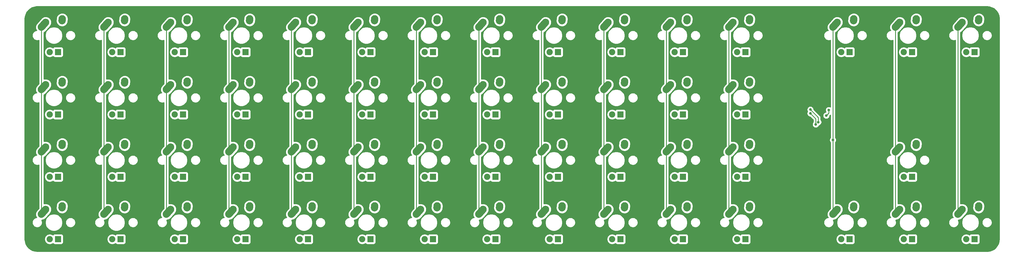
<source format=gbr>
%TF.GenerationSoftware,KiCad,Pcbnew,(5.1.6-0-10_14)*%
%TF.CreationDate,2020-10-13T20:32:30+01:00*%
%TF.ProjectId,Lil-Cheat,4c696c2d-4368-4656-9174-2e6b69636164,rev?*%
%TF.SameCoordinates,Original*%
%TF.FileFunction,Copper,L1,Top*%
%TF.FilePolarity,Positive*%
%FSLAX46Y46*%
G04 Gerber Fmt 4.6, Leading zero omitted, Abs format (unit mm)*
G04 Created by KiCad (PCBNEW (5.1.6-0-10_14)) date 2020-10-13 20:32:30*
%MOMM*%
%LPD*%
G01*
G04 APERTURE LIST*
%TA.AperFunction,ComponentPad*%
%ADD10R,1.905000X1.905000*%
%TD*%
%TA.AperFunction,ComponentPad*%
%ADD11C,1.905000*%
%TD*%
%TA.AperFunction,ComponentPad*%
%ADD12C,2.250000*%
%TD*%
%TA.AperFunction,ViaPad*%
%ADD13C,0.800000*%
%TD*%
%TA.AperFunction,Conductor*%
%ADD14C,0.250000*%
%TD*%
%TA.AperFunction,Conductor*%
%ADD15C,0.254000*%
%TD*%
G04 APERTURE END LIST*
D10*
%TO.P,MX55,4*%
%TO.N,N/C*%
X290830000Y-133350000D03*
D11*
%TO.P,MX55,3*%
X288290000Y-133350000D03*
D12*
%TO.P,MX55,1*%
%TO.N,COL14*%
X287060000Y-124270000D03*
%TA.AperFunction,ComponentPad*%
G36*
G01*
X284998683Y-126567345D02*
X284998683Y-126567345D01*
G75*
G02*
X284912655Y-124978683I751317J837345D01*
G01*
X286222657Y-123518683D01*
G75*
G02*
X287811319Y-123432655I837345J-751317D01*
G01*
X287811319Y-123432655D01*
G75*
G02*
X287897347Y-125021317I-751317J-837345D01*
G01*
X286587345Y-126481317D01*
G75*
G02*
X284998683Y-126567345I-837345J751317D01*
G01*
G37*
%TD.AperFunction*%
%TO.P,MX55,2*%
%TO.N,Net-(D55-Pad2)*%
X292100000Y-123190000D03*
%TA.AperFunction,ComponentPad*%
G36*
G01*
X291982597Y-124892334D02*
X291982597Y-124892334D01*
G75*
G02*
X290937666Y-123692597I77403J1122334D01*
G01*
X290977666Y-123112597D01*
G75*
G02*
X292177403Y-122067666I1122334J-77403D01*
G01*
X292177403Y-122067666D01*
G75*
G02*
X293222334Y-123267403I-77403J-1122334D01*
G01*
X293182334Y-123847403D01*
G75*
G02*
X291982597Y-124892334I-1122334J77403D01*
G01*
G37*
%TD.AperFunction*%
%TD*%
D10*
%TO.P,MX40,4*%
%TO.N,N/C*%
X182880000Y-133350000D03*
D11*
%TO.P,MX40,3*%
X180340000Y-133350000D03*
D12*
%TO.P,MX40,1*%
%TO.N,COL9*%
X179110000Y-124270000D03*
%TA.AperFunction,ComponentPad*%
G36*
G01*
X177048683Y-126567345D02*
X177048683Y-126567345D01*
G75*
G02*
X176962655Y-124978683I751317J837345D01*
G01*
X178272657Y-123518683D01*
G75*
G02*
X179861319Y-123432655I837345J-751317D01*
G01*
X179861319Y-123432655D01*
G75*
G02*
X179947347Y-125021317I-751317J-837345D01*
G01*
X178637345Y-126481317D01*
G75*
G02*
X177048683Y-126567345I-837345J751317D01*
G01*
G37*
%TD.AperFunction*%
%TO.P,MX40,2*%
%TO.N,Net-(D40-Pad2)*%
X184150000Y-123190000D03*
%TA.AperFunction,ComponentPad*%
G36*
G01*
X184032597Y-124892334D02*
X184032597Y-124892334D01*
G75*
G02*
X182987666Y-123692597I77403J1122334D01*
G01*
X183027666Y-123112597D01*
G75*
G02*
X184227403Y-122067666I1122334J-77403D01*
G01*
X184227403Y-122067666D01*
G75*
G02*
X185272334Y-123267403I-77403J-1122334D01*
G01*
X185232334Y-123847403D01*
G75*
G02*
X184032597Y-124892334I-1122334J77403D01*
G01*
G37*
%TD.AperFunction*%
%TD*%
%TO.P,MX1,2*%
%TO.N,Net-(D1-Pad2)*%
%TA.AperFunction,ComponentPad*%
G36*
G01*
X12582597Y-67742334D02*
X12582597Y-67742334D01*
G75*
G02*
X11537666Y-66542597I77403J1122334D01*
G01*
X11577666Y-65962597D01*
G75*
G02*
X12777403Y-64917666I1122334J-77403D01*
G01*
X12777403Y-64917666D01*
G75*
G02*
X13822334Y-66117403I-77403J-1122334D01*
G01*
X13782334Y-66697403D01*
G75*
G02*
X12582597Y-67742334I-1122334J77403D01*
G01*
G37*
%TD.AperFunction*%
X12700000Y-66040000D03*
%TO.P,MX1,1*%
%TO.N,COL0*%
%TA.AperFunction,ComponentPad*%
G36*
G01*
X5598683Y-69417345D02*
X5598683Y-69417345D01*
G75*
G02*
X5512655Y-67828683I751317J837345D01*
G01*
X6822657Y-66368683D01*
G75*
G02*
X8411319Y-66282655I837345J-751317D01*
G01*
X8411319Y-66282655D01*
G75*
G02*
X8497347Y-67871317I-751317J-837345D01*
G01*
X7187345Y-69331317D01*
G75*
G02*
X5598683Y-69417345I-837345J751317D01*
G01*
G37*
%TD.AperFunction*%
X7660000Y-67120000D03*
D11*
%TO.P,MX1,3*%
%TO.N,N/C*%
X8890000Y-76200000D03*
D10*
%TO.P,MX1,4*%
X11430000Y-76200000D03*
%TD*%
%TO.P,MX2,2*%
%TO.N,Net-(D2-Pad2)*%
%TA.AperFunction,ComponentPad*%
G36*
G01*
X12582597Y-86792334D02*
X12582597Y-86792334D01*
G75*
G02*
X11537666Y-85592597I77403J1122334D01*
G01*
X11577666Y-85012597D01*
G75*
G02*
X12777403Y-83967666I1122334J-77403D01*
G01*
X12777403Y-83967666D01*
G75*
G02*
X13822334Y-85167403I-77403J-1122334D01*
G01*
X13782334Y-85747403D01*
G75*
G02*
X12582597Y-86792334I-1122334J77403D01*
G01*
G37*
%TD.AperFunction*%
D12*
X12700000Y-85090000D03*
%TO.P,MX2,1*%
%TO.N,COL0*%
%TA.AperFunction,ComponentPad*%
G36*
G01*
X5598683Y-88467345D02*
X5598683Y-88467345D01*
G75*
G02*
X5512655Y-86878683I751317J837345D01*
G01*
X6822657Y-85418683D01*
G75*
G02*
X8411319Y-85332655I837345J-751317D01*
G01*
X8411319Y-85332655D01*
G75*
G02*
X8497347Y-86921317I-751317J-837345D01*
G01*
X7187345Y-88381317D01*
G75*
G02*
X5598683Y-88467345I-837345J751317D01*
G01*
G37*
%TD.AperFunction*%
X7660000Y-86170000D03*
D11*
%TO.P,MX2,3*%
%TO.N,N/C*%
X8890000Y-95250000D03*
D10*
%TO.P,MX2,4*%
X11430000Y-95250000D03*
%TD*%
%TO.P,MX3,2*%
%TO.N,Net-(D3-Pad2)*%
%TA.AperFunction,ComponentPad*%
G36*
G01*
X12582597Y-105842334D02*
X12582597Y-105842334D01*
G75*
G02*
X11537666Y-104642597I77403J1122334D01*
G01*
X11577666Y-104062597D01*
G75*
G02*
X12777403Y-103017666I1122334J-77403D01*
G01*
X12777403Y-103017666D01*
G75*
G02*
X13822334Y-104217403I-77403J-1122334D01*
G01*
X13782334Y-104797403D01*
G75*
G02*
X12582597Y-105842334I-1122334J77403D01*
G01*
G37*
%TD.AperFunction*%
D12*
X12700000Y-104140000D03*
%TO.P,MX3,1*%
%TO.N,COL0*%
%TA.AperFunction,ComponentPad*%
G36*
G01*
X5598683Y-107517345D02*
X5598683Y-107517345D01*
G75*
G02*
X5512655Y-105928683I751317J837345D01*
G01*
X6822657Y-104468683D01*
G75*
G02*
X8411319Y-104382655I837345J-751317D01*
G01*
X8411319Y-104382655D01*
G75*
G02*
X8497347Y-105971317I-751317J-837345D01*
G01*
X7187345Y-107431317D01*
G75*
G02*
X5598683Y-107517345I-837345J751317D01*
G01*
G37*
%TD.AperFunction*%
X7660000Y-105220000D03*
D11*
%TO.P,MX3,3*%
%TO.N,N/C*%
X8890000Y-114300000D03*
D10*
%TO.P,MX3,4*%
X11430000Y-114300000D03*
%TD*%
%TO.P,MX4,4*%
%TO.N,N/C*%
X11430000Y-133350000D03*
D11*
%TO.P,MX4,3*%
X8890000Y-133350000D03*
D12*
%TO.P,MX4,1*%
%TO.N,COL0*%
X7660000Y-124270000D03*
%TA.AperFunction,ComponentPad*%
G36*
G01*
X5598683Y-126567345D02*
X5598683Y-126567345D01*
G75*
G02*
X5512655Y-124978683I751317J837345D01*
G01*
X6822657Y-123518683D01*
G75*
G02*
X8411319Y-123432655I837345J-751317D01*
G01*
X8411319Y-123432655D01*
G75*
G02*
X8497347Y-125021317I-751317J-837345D01*
G01*
X7187345Y-126481317D01*
G75*
G02*
X5598683Y-126567345I-837345J751317D01*
G01*
G37*
%TD.AperFunction*%
%TO.P,MX4,2*%
%TO.N,Net-(D4-Pad2)*%
X12700000Y-123190000D03*
%TA.AperFunction,ComponentPad*%
G36*
G01*
X12582597Y-124892334D02*
X12582597Y-124892334D01*
G75*
G02*
X11537666Y-123692597I77403J1122334D01*
G01*
X11577666Y-123112597D01*
G75*
G02*
X12777403Y-122067666I1122334J-77403D01*
G01*
X12777403Y-122067666D01*
G75*
G02*
X13822334Y-123267403I-77403J-1122334D01*
G01*
X13782334Y-123847403D01*
G75*
G02*
X12582597Y-124892334I-1122334J77403D01*
G01*
G37*
%TD.AperFunction*%
%TD*%
D10*
%TO.P,MX5,4*%
%TO.N,N/C*%
X30480000Y-76200000D03*
D11*
%TO.P,MX5,3*%
X27940000Y-76200000D03*
D12*
%TO.P,MX5,1*%
%TO.N,COL1*%
X26710000Y-67120000D03*
%TA.AperFunction,ComponentPad*%
G36*
G01*
X24648683Y-69417345D02*
X24648683Y-69417345D01*
G75*
G02*
X24562655Y-67828683I751317J837345D01*
G01*
X25872657Y-66368683D01*
G75*
G02*
X27461319Y-66282655I837345J-751317D01*
G01*
X27461319Y-66282655D01*
G75*
G02*
X27547347Y-67871317I-751317J-837345D01*
G01*
X26237345Y-69331317D01*
G75*
G02*
X24648683Y-69417345I-837345J751317D01*
G01*
G37*
%TD.AperFunction*%
%TO.P,MX5,2*%
%TO.N,Net-(D5-Pad2)*%
X31750000Y-66040000D03*
%TA.AperFunction,ComponentPad*%
G36*
G01*
X31632597Y-67742334D02*
X31632597Y-67742334D01*
G75*
G02*
X30587666Y-66542597I77403J1122334D01*
G01*
X30627666Y-65962597D01*
G75*
G02*
X31827403Y-64917666I1122334J-77403D01*
G01*
X31827403Y-64917666D01*
G75*
G02*
X32872334Y-66117403I-77403J-1122334D01*
G01*
X32832334Y-66697403D01*
G75*
G02*
X31632597Y-67742334I-1122334J77403D01*
G01*
G37*
%TD.AperFunction*%
%TD*%
%TO.P,MX6,2*%
%TO.N,Net-(D6-Pad2)*%
%TA.AperFunction,ComponentPad*%
G36*
G01*
X31632597Y-86792334D02*
X31632597Y-86792334D01*
G75*
G02*
X30587666Y-85592597I77403J1122334D01*
G01*
X30627666Y-85012597D01*
G75*
G02*
X31827403Y-83967666I1122334J-77403D01*
G01*
X31827403Y-83967666D01*
G75*
G02*
X32872334Y-85167403I-77403J-1122334D01*
G01*
X32832334Y-85747403D01*
G75*
G02*
X31632597Y-86792334I-1122334J77403D01*
G01*
G37*
%TD.AperFunction*%
X31750000Y-85090000D03*
%TO.P,MX6,1*%
%TO.N,COL1*%
%TA.AperFunction,ComponentPad*%
G36*
G01*
X24648683Y-88467345D02*
X24648683Y-88467345D01*
G75*
G02*
X24562655Y-86878683I751317J837345D01*
G01*
X25872657Y-85418683D01*
G75*
G02*
X27461319Y-85332655I837345J-751317D01*
G01*
X27461319Y-85332655D01*
G75*
G02*
X27547347Y-86921317I-751317J-837345D01*
G01*
X26237345Y-88381317D01*
G75*
G02*
X24648683Y-88467345I-837345J751317D01*
G01*
G37*
%TD.AperFunction*%
X26710000Y-86170000D03*
D11*
%TO.P,MX6,3*%
%TO.N,N/C*%
X27940000Y-95250000D03*
D10*
%TO.P,MX6,4*%
X30480000Y-95250000D03*
%TD*%
%TO.P,MX7,2*%
%TO.N,Net-(D7-Pad2)*%
%TA.AperFunction,ComponentPad*%
G36*
G01*
X31632597Y-105842334D02*
X31632597Y-105842334D01*
G75*
G02*
X30587666Y-104642597I77403J1122334D01*
G01*
X30627666Y-104062597D01*
G75*
G02*
X31827403Y-103017666I1122334J-77403D01*
G01*
X31827403Y-103017666D01*
G75*
G02*
X32872334Y-104217403I-77403J-1122334D01*
G01*
X32832334Y-104797403D01*
G75*
G02*
X31632597Y-105842334I-1122334J77403D01*
G01*
G37*
%TD.AperFunction*%
D12*
X31750000Y-104140000D03*
%TO.P,MX7,1*%
%TO.N,COL1*%
%TA.AperFunction,ComponentPad*%
G36*
G01*
X24648683Y-107517345D02*
X24648683Y-107517345D01*
G75*
G02*
X24562655Y-105928683I751317J837345D01*
G01*
X25872657Y-104468683D01*
G75*
G02*
X27461319Y-104382655I837345J-751317D01*
G01*
X27461319Y-104382655D01*
G75*
G02*
X27547347Y-105971317I-751317J-837345D01*
G01*
X26237345Y-107431317D01*
G75*
G02*
X24648683Y-107517345I-837345J751317D01*
G01*
G37*
%TD.AperFunction*%
X26710000Y-105220000D03*
D11*
%TO.P,MX7,3*%
%TO.N,N/C*%
X27940000Y-114300000D03*
D10*
%TO.P,MX7,4*%
X30480000Y-114300000D03*
%TD*%
%TO.P,MX8,4*%
%TO.N,N/C*%
X30480000Y-133350000D03*
D11*
%TO.P,MX8,3*%
X27940000Y-133350000D03*
D12*
%TO.P,MX8,1*%
%TO.N,COL1*%
X26710000Y-124270000D03*
%TA.AperFunction,ComponentPad*%
G36*
G01*
X24648683Y-126567345D02*
X24648683Y-126567345D01*
G75*
G02*
X24562655Y-124978683I751317J837345D01*
G01*
X25872657Y-123518683D01*
G75*
G02*
X27461319Y-123432655I837345J-751317D01*
G01*
X27461319Y-123432655D01*
G75*
G02*
X27547347Y-125021317I-751317J-837345D01*
G01*
X26237345Y-126481317D01*
G75*
G02*
X24648683Y-126567345I-837345J751317D01*
G01*
G37*
%TD.AperFunction*%
%TO.P,MX8,2*%
%TO.N,Net-(D8-Pad2)*%
X31750000Y-123190000D03*
%TA.AperFunction,ComponentPad*%
G36*
G01*
X31632597Y-124892334D02*
X31632597Y-124892334D01*
G75*
G02*
X30587666Y-123692597I77403J1122334D01*
G01*
X30627666Y-123112597D01*
G75*
G02*
X31827403Y-122067666I1122334J-77403D01*
G01*
X31827403Y-122067666D01*
G75*
G02*
X32872334Y-123267403I-77403J-1122334D01*
G01*
X32832334Y-123847403D01*
G75*
G02*
X31632597Y-124892334I-1122334J77403D01*
G01*
G37*
%TD.AperFunction*%
%TD*%
D10*
%TO.P,MX9,4*%
%TO.N,N/C*%
X49530000Y-76200000D03*
D11*
%TO.P,MX9,3*%
X46990000Y-76200000D03*
D12*
%TO.P,MX9,1*%
%TO.N,COL2*%
X45760000Y-67120000D03*
%TA.AperFunction,ComponentPad*%
G36*
G01*
X43698683Y-69417345D02*
X43698683Y-69417345D01*
G75*
G02*
X43612655Y-67828683I751317J837345D01*
G01*
X44922657Y-66368683D01*
G75*
G02*
X46511319Y-66282655I837345J-751317D01*
G01*
X46511319Y-66282655D01*
G75*
G02*
X46597347Y-67871317I-751317J-837345D01*
G01*
X45287345Y-69331317D01*
G75*
G02*
X43698683Y-69417345I-837345J751317D01*
G01*
G37*
%TD.AperFunction*%
%TO.P,MX9,2*%
%TO.N,Net-(D9-Pad2)*%
X50800000Y-66040000D03*
%TA.AperFunction,ComponentPad*%
G36*
G01*
X50682597Y-67742334D02*
X50682597Y-67742334D01*
G75*
G02*
X49637666Y-66542597I77403J1122334D01*
G01*
X49677666Y-65962597D01*
G75*
G02*
X50877403Y-64917666I1122334J-77403D01*
G01*
X50877403Y-64917666D01*
G75*
G02*
X51922334Y-66117403I-77403J-1122334D01*
G01*
X51882334Y-66697403D01*
G75*
G02*
X50682597Y-67742334I-1122334J77403D01*
G01*
G37*
%TD.AperFunction*%
%TD*%
%TO.P,MX10,2*%
%TO.N,Net-(D10-Pad2)*%
%TA.AperFunction,ComponentPad*%
G36*
G01*
X50682597Y-86792334D02*
X50682597Y-86792334D01*
G75*
G02*
X49637666Y-85592597I77403J1122334D01*
G01*
X49677666Y-85012597D01*
G75*
G02*
X50877403Y-83967666I1122334J-77403D01*
G01*
X50877403Y-83967666D01*
G75*
G02*
X51922334Y-85167403I-77403J-1122334D01*
G01*
X51882334Y-85747403D01*
G75*
G02*
X50682597Y-86792334I-1122334J77403D01*
G01*
G37*
%TD.AperFunction*%
X50800000Y-85090000D03*
%TO.P,MX10,1*%
%TO.N,COL2*%
%TA.AperFunction,ComponentPad*%
G36*
G01*
X43698683Y-88467345D02*
X43698683Y-88467345D01*
G75*
G02*
X43612655Y-86878683I751317J837345D01*
G01*
X44922657Y-85418683D01*
G75*
G02*
X46511319Y-85332655I837345J-751317D01*
G01*
X46511319Y-85332655D01*
G75*
G02*
X46597347Y-86921317I-751317J-837345D01*
G01*
X45287345Y-88381317D01*
G75*
G02*
X43698683Y-88467345I-837345J751317D01*
G01*
G37*
%TD.AperFunction*%
X45760000Y-86170000D03*
D11*
%TO.P,MX10,3*%
%TO.N,N/C*%
X46990000Y-95250000D03*
D10*
%TO.P,MX10,4*%
X49530000Y-95250000D03*
%TD*%
%TO.P,MX11,2*%
%TO.N,Net-(D11-Pad2)*%
%TA.AperFunction,ComponentPad*%
G36*
G01*
X50682597Y-105842334D02*
X50682597Y-105842334D01*
G75*
G02*
X49637666Y-104642597I77403J1122334D01*
G01*
X49677666Y-104062597D01*
G75*
G02*
X50877403Y-103017666I1122334J-77403D01*
G01*
X50877403Y-103017666D01*
G75*
G02*
X51922334Y-104217403I-77403J-1122334D01*
G01*
X51882334Y-104797403D01*
G75*
G02*
X50682597Y-105842334I-1122334J77403D01*
G01*
G37*
%TD.AperFunction*%
D12*
X50800000Y-104140000D03*
%TO.P,MX11,1*%
%TO.N,COL2*%
%TA.AperFunction,ComponentPad*%
G36*
G01*
X43698683Y-107517345D02*
X43698683Y-107517345D01*
G75*
G02*
X43612655Y-105928683I751317J837345D01*
G01*
X44922657Y-104468683D01*
G75*
G02*
X46511319Y-104382655I837345J-751317D01*
G01*
X46511319Y-104382655D01*
G75*
G02*
X46597347Y-105971317I-751317J-837345D01*
G01*
X45287345Y-107431317D01*
G75*
G02*
X43698683Y-107517345I-837345J751317D01*
G01*
G37*
%TD.AperFunction*%
X45760000Y-105220000D03*
D11*
%TO.P,MX11,3*%
%TO.N,N/C*%
X46990000Y-114300000D03*
D10*
%TO.P,MX11,4*%
X49530000Y-114300000D03*
%TD*%
%TO.P,MX12,4*%
%TO.N,N/C*%
X49530000Y-133350000D03*
D11*
%TO.P,MX12,3*%
X46990000Y-133350000D03*
D12*
%TO.P,MX12,1*%
%TO.N,COL2*%
X45760000Y-124270000D03*
%TA.AperFunction,ComponentPad*%
G36*
G01*
X43698683Y-126567345D02*
X43698683Y-126567345D01*
G75*
G02*
X43612655Y-124978683I751317J837345D01*
G01*
X44922657Y-123518683D01*
G75*
G02*
X46511319Y-123432655I837345J-751317D01*
G01*
X46511319Y-123432655D01*
G75*
G02*
X46597347Y-125021317I-751317J-837345D01*
G01*
X45287345Y-126481317D01*
G75*
G02*
X43698683Y-126567345I-837345J751317D01*
G01*
G37*
%TD.AperFunction*%
%TO.P,MX12,2*%
%TO.N,Net-(D12-Pad2)*%
X50800000Y-123190000D03*
%TA.AperFunction,ComponentPad*%
G36*
G01*
X50682597Y-124892334D02*
X50682597Y-124892334D01*
G75*
G02*
X49637666Y-123692597I77403J1122334D01*
G01*
X49677666Y-123112597D01*
G75*
G02*
X50877403Y-122067666I1122334J-77403D01*
G01*
X50877403Y-122067666D01*
G75*
G02*
X51922334Y-123267403I-77403J-1122334D01*
G01*
X51882334Y-123847403D01*
G75*
G02*
X50682597Y-124892334I-1122334J77403D01*
G01*
G37*
%TD.AperFunction*%
%TD*%
D10*
%TO.P,MX13,4*%
%TO.N,N/C*%
X68580000Y-76200000D03*
D11*
%TO.P,MX13,3*%
X66040000Y-76200000D03*
D12*
%TO.P,MX13,1*%
%TO.N,COL3*%
X64810000Y-67120000D03*
%TA.AperFunction,ComponentPad*%
G36*
G01*
X62748683Y-69417345D02*
X62748683Y-69417345D01*
G75*
G02*
X62662655Y-67828683I751317J837345D01*
G01*
X63972657Y-66368683D01*
G75*
G02*
X65561319Y-66282655I837345J-751317D01*
G01*
X65561319Y-66282655D01*
G75*
G02*
X65647347Y-67871317I-751317J-837345D01*
G01*
X64337345Y-69331317D01*
G75*
G02*
X62748683Y-69417345I-837345J751317D01*
G01*
G37*
%TD.AperFunction*%
%TO.P,MX13,2*%
%TO.N,Net-(D13-Pad2)*%
X69850000Y-66040000D03*
%TA.AperFunction,ComponentPad*%
G36*
G01*
X69732597Y-67742334D02*
X69732597Y-67742334D01*
G75*
G02*
X68687666Y-66542597I77403J1122334D01*
G01*
X68727666Y-65962597D01*
G75*
G02*
X69927403Y-64917666I1122334J-77403D01*
G01*
X69927403Y-64917666D01*
G75*
G02*
X70972334Y-66117403I-77403J-1122334D01*
G01*
X70932334Y-66697403D01*
G75*
G02*
X69732597Y-67742334I-1122334J77403D01*
G01*
G37*
%TD.AperFunction*%
%TD*%
%TO.P,MX14,2*%
%TO.N,Net-(D14-Pad2)*%
%TA.AperFunction,ComponentPad*%
G36*
G01*
X69732597Y-86792334D02*
X69732597Y-86792334D01*
G75*
G02*
X68687666Y-85592597I77403J1122334D01*
G01*
X68727666Y-85012597D01*
G75*
G02*
X69927403Y-83967666I1122334J-77403D01*
G01*
X69927403Y-83967666D01*
G75*
G02*
X70972334Y-85167403I-77403J-1122334D01*
G01*
X70932334Y-85747403D01*
G75*
G02*
X69732597Y-86792334I-1122334J77403D01*
G01*
G37*
%TD.AperFunction*%
X69850000Y-85090000D03*
%TO.P,MX14,1*%
%TO.N,COL3*%
%TA.AperFunction,ComponentPad*%
G36*
G01*
X62748683Y-88467345D02*
X62748683Y-88467345D01*
G75*
G02*
X62662655Y-86878683I751317J837345D01*
G01*
X63972657Y-85418683D01*
G75*
G02*
X65561319Y-85332655I837345J-751317D01*
G01*
X65561319Y-85332655D01*
G75*
G02*
X65647347Y-86921317I-751317J-837345D01*
G01*
X64337345Y-88381317D01*
G75*
G02*
X62748683Y-88467345I-837345J751317D01*
G01*
G37*
%TD.AperFunction*%
X64810000Y-86170000D03*
D11*
%TO.P,MX14,3*%
%TO.N,N/C*%
X66040000Y-95250000D03*
D10*
%TO.P,MX14,4*%
X68580000Y-95250000D03*
%TD*%
%TO.P,MX15,2*%
%TO.N,Net-(D15-Pad2)*%
%TA.AperFunction,ComponentPad*%
G36*
G01*
X69732597Y-105842334D02*
X69732597Y-105842334D01*
G75*
G02*
X68687666Y-104642597I77403J1122334D01*
G01*
X68727666Y-104062597D01*
G75*
G02*
X69927403Y-103017666I1122334J-77403D01*
G01*
X69927403Y-103017666D01*
G75*
G02*
X70972334Y-104217403I-77403J-1122334D01*
G01*
X70932334Y-104797403D01*
G75*
G02*
X69732597Y-105842334I-1122334J77403D01*
G01*
G37*
%TD.AperFunction*%
D12*
X69850000Y-104140000D03*
%TO.P,MX15,1*%
%TO.N,COL3*%
%TA.AperFunction,ComponentPad*%
G36*
G01*
X62748683Y-107517345D02*
X62748683Y-107517345D01*
G75*
G02*
X62662655Y-105928683I751317J837345D01*
G01*
X63972657Y-104468683D01*
G75*
G02*
X65561319Y-104382655I837345J-751317D01*
G01*
X65561319Y-104382655D01*
G75*
G02*
X65647347Y-105971317I-751317J-837345D01*
G01*
X64337345Y-107431317D01*
G75*
G02*
X62748683Y-107517345I-837345J751317D01*
G01*
G37*
%TD.AperFunction*%
X64810000Y-105220000D03*
D11*
%TO.P,MX15,3*%
%TO.N,N/C*%
X66040000Y-114300000D03*
D10*
%TO.P,MX15,4*%
X68580000Y-114300000D03*
%TD*%
%TO.P,MX16,4*%
%TO.N,N/C*%
X68580000Y-133350000D03*
D11*
%TO.P,MX16,3*%
X66040000Y-133350000D03*
D12*
%TO.P,MX16,1*%
%TO.N,COL3*%
X64810000Y-124270000D03*
%TA.AperFunction,ComponentPad*%
G36*
G01*
X62748683Y-126567345D02*
X62748683Y-126567345D01*
G75*
G02*
X62662655Y-124978683I751317J837345D01*
G01*
X63972657Y-123518683D01*
G75*
G02*
X65561319Y-123432655I837345J-751317D01*
G01*
X65561319Y-123432655D01*
G75*
G02*
X65647347Y-125021317I-751317J-837345D01*
G01*
X64337345Y-126481317D01*
G75*
G02*
X62748683Y-126567345I-837345J751317D01*
G01*
G37*
%TD.AperFunction*%
%TO.P,MX16,2*%
%TO.N,Net-(D16-Pad2)*%
X69850000Y-123190000D03*
%TA.AperFunction,ComponentPad*%
G36*
G01*
X69732597Y-124892334D02*
X69732597Y-124892334D01*
G75*
G02*
X68687666Y-123692597I77403J1122334D01*
G01*
X68727666Y-123112597D01*
G75*
G02*
X69927403Y-122067666I1122334J-77403D01*
G01*
X69927403Y-122067666D01*
G75*
G02*
X70972334Y-123267403I-77403J-1122334D01*
G01*
X70932334Y-123847403D01*
G75*
G02*
X69732597Y-124892334I-1122334J77403D01*
G01*
G37*
%TD.AperFunction*%
%TD*%
D10*
%TO.P,MX17,4*%
%TO.N,N/C*%
X87630000Y-76200000D03*
D11*
%TO.P,MX17,3*%
X85090000Y-76200000D03*
D12*
%TO.P,MX17,1*%
%TO.N,COL4*%
X83860000Y-67120000D03*
%TA.AperFunction,ComponentPad*%
G36*
G01*
X81798683Y-69417345D02*
X81798683Y-69417345D01*
G75*
G02*
X81712655Y-67828683I751317J837345D01*
G01*
X83022657Y-66368683D01*
G75*
G02*
X84611319Y-66282655I837345J-751317D01*
G01*
X84611319Y-66282655D01*
G75*
G02*
X84697347Y-67871317I-751317J-837345D01*
G01*
X83387345Y-69331317D01*
G75*
G02*
X81798683Y-69417345I-837345J751317D01*
G01*
G37*
%TD.AperFunction*%
%TO.P,MX17,2*%
%TO.N,Net-(D17-Pad2)*%
X88900000Y-66040000D03*
%TA.AperFunction,ComponentPad*%
G36*
G01*
X88782597Y-67742334D02*
X88782597Y-67742334D01*
G75*
G02*
X87737666Y-66542597I77403J1122334D01*
G01*
X87777666Y-65962597D01*
G75*
G02*
X88977403Y-64917666I1122334J-77403D01*
G01*
X88977403Y-64917666D01*
G75*
G02*
X90022334Y-66117403I-77403J-1122334D01*
G01*
X89982334Y-66697403D01*
G75*
G02*
X88782597Y-67742334I-1122334J77403D01*
G01*
G37*
%TD.AperFunction*%
%TD*%
%TO.P,MX18,2*%
%TO.N,Net-(D18-Pad2)*%
%TA.AperFunction,ComponentPad*%
G36*
G01*
X88782597Y-86792334D02*
X88782597Y-86792334D01*
G75*
G02*
X87737666Y-85592597I77403J1122334D01*
G01*
X87777666Y-85012597D01*
G75*
G02*
X88977403Y-83967666I1122334J-77403D01*
G01*
X88977403Y-83967666D01*
G75*
G02*
X90022334Y-85167403I-77403J-1122334D01*
G01*
X89982334Y-85747403D01*
G75*
G02*
X88782597Y-86792334I-1122334J77403D01*
G01*
G37*
%TD.AperFunction*%
X88900000Y-85090000D03*
%TO.P,MX18,1*%
%TO.N,COL4*%
%TA.AperFunction,ComponentPad*%
G36*
G01*
X81798683Y-88467345D02*
X81798683Y-88467345D01*
G75*
G02*
X81712655Y-86878683I751317J837345D01*
G01*
X83022657Y-85418683D01*
G75*
G02*
X84611319Y-85332655I837345J-751317D01*
G01*
X84611319Y-85332655D01*
G75*
G02*
X84697347Y-86921317I-751317J-837345D01*
G01*
X83387345Y-88381317D01*
G75*
G02*
X81798683Y-88467345I-837345J751317D01*
G01*
G37*
%TD.AperFunction*%
X83860000Y-86170000D03*
D11*
%TO.P,MX18,3*%
%TO.N,N/C*%
X85090000Y-95250000D03*
D10*
%TO.P,MX18,4*%
X87630000Y-95250000D03*
%TD*%
%TO.P,MX19,2*%
%TO.N,Net-(D19-Pad2)*%
%TA.AperFunction,ComponentPad*%
G36*
G01*
X88782597Y-105842334D02*
X88782597Y-105842334D01*
G75*
G02*
X87737666Y-104642597I77403J1122334D01*
G01*
X87777666Y-104062597D01*
G75*
G02*
X88977403Y-103017666I1122334J-77403D01*
G01*
X88977403Y-103017666D01*
G75*
G02*
X90022334Y-104217403I-77403J-1122334D01*
G01*
X89982334Y-104797403D01*
G75*
G02*
X88782597Y-105842334I-1122334J77403D01*
G01*
G37*
%TD.AperFunction*%
D12*
X88900000Y-104140000D03*
%TO.P,MX19,1*%
%TO.N,COL4*%
%TA.AperFunction,ComponentPad*%
G36*
G01*
X81798683Y-107517345D02*
X81798683Y-107517345D01*
G75*
G02*
X81712655Y-105928683I751317J837345D01*
G01*
X83022657Y-104468683D01*
G75*
G02*
X84611319Y-104382655I837345J-751317D01*
G01*
X84611319Y-104382655D01*
G75*
G02*
X84697347Y-105971317I-751317J-837345D01*
G01*
X83387345Y-107431317D01*
G75*
G02*
X81798683Y-107517345I-837345J751317D01*
G01*
G37*
%TD.AperFunction*%
X83860000Y-105220000D03*
D11*
%TO.P,MX19,3*%
%TO.N,N/C*%
X85090000Y-114300000D03*
D10*
%TO.P,MX19,4*%
X87630000Y-114300000D03*
%TD*%
%TO.P,MX20,4*%
%TO.N,N/C*%
X87630000Y-133350000D03*
D11*
%TO.P,MX20,3*%
X85090000Y-133350000D03*
D12*
%TO.P,MX20,1*%
%TO.N,COL4*%
X83860000Y-124270000D03*
%TA.AperFunction,ComponentPad*%
G36*
G01*
X81798683Y-126567345D02*
X81798683Y-126567345D01*
G75*
G02*
X81712655Y-124978683I751317J837345D01*
G01*
X83022657Y-123518683D01*
G75*
G02*
X84611319Y-123432655I837345J-751317D01*
G01*
X84611319Y-123432655D01*
G75*
G02*
X84697347Y-125021317I-751317J-837345D01*
G01*
X83387345Y-126481317D01*
G75*
G02*
X81798683Y-126567345I-837345J751317D01*
G01*
G37*
%TD.AperFunction*%
%TO.P,MX20,2*%
%TO.N,Net-(D20-Pad2)*%
X88900000Y-123190000D03*
%TA.AperFunction,ComponentPad*%
G36*
G01*
X88782597Y-124892334D02*
X88782597Y-124892334D01*
G75*
G02*
X87737666Y-123692597I77403J1122334D01*
G01*
X87777666Y-123112597D01*
G75*
G02*
X88977403Y-122067666I1122334J-77403D01*
G01*
X88977403Y-122067666D01*
G75*
G02*
X90022334Y-123267403I-77403J-1122334D01*
G01*
X89982334Y-123847403D01*
G75*
G02*
X88782597Y-124892334I-1122334J77403D01*
G01*
G37*
%TD.AperFunction*%
%TD*%
%TO.P,MX21,2*%
%TO.N,Net-(D21-Pad2)*%
%TA.AperFunction,ComponentPad*%
G36*
G01*
X107832597Y-67742334D02*
X107832597Y-67742334D01*
G75*
G02*
X106787666Y-66542597I77403J1122334D01*
G01*
X106827666Y-65962597D01*
G75*
G02*
X108027403Y-64917666I1122334J-77403D01*
G01*
X108027403Y-64917666D01*
G75*
G02*
X109072334Y-66117403I-77403J-1122334D01*
G01*
X109032334Y-66697403D01*
G75*
G02*
X107832597Y-67742334I-1122334J77403D01*
G01*
G37*
%TD.AperFunction*%
X107950000Y-66040000D03*
%TO.P,MX21,1*%
%TO.N,COL5*%
%TA.AperFunction,ComponentPad*%
G36*
G01*
X100848683Y-69417345D02*
X100848683Y-69417345D01*
G75*
G02*
X100762655Y-67828683I751317J837345D01*
G01*
X102072657Y-66368683D01*
G75*
G02*
X103661319Y-66282655I837345J-751317D01*
G01*
X103661319Y-66282655D01*
G75*
G02*
X103747347Y-67871317I-751317J-837345D01*
G01*
X102437345Y-69331317D01*
G75*
G02*
X100848683Y-69417345I-837345J751317D01*
G01*
G37*
%TD.AperFunction*%
X102910000Y-67120000D03*
D11*
%TO.P,MX21,3*%
%TO.N,N/C*%
X104140000Y-76200000D03*
D10*
%TO.P,MX21,4*%
X106680000Y-76200000D03*
%TD*%
%TO.P,MX22,2*%
%TO.N,Net-(D22-Pad2)*%
%TA.AperFunction,ComponentPad*%
G36*
G01*
X107832597Y-86792334D02*
X107832597Y-86792334D01*
G75*
G02*
X106787666Y-85592597I77403J1122334D01*
G01*
X106827666Y-85012597D01*
G75*
G02*
X108027403Y-83967666I1122334J-77403D01*
G01*
X108027403Y-83967666D01*
G75*
G02*
X109072334Y-85167403I-77403J-1122334D01*
G01*
X109032334Y-85747403D01*
G75*
G02*
X107832597Y-86792334I-1122334J77403D01*
G01*
G37*
%TD.AperFunction*%
D12*
X107950000Y-85090000D03*
%TO.P,MX22,1*%
%TO.N,COL5*%
%TA.AperFunction,ComponentPad*%
G36*
G01*
X100848683Y-88467345D02*
X100848683Y-88467345D01*
G75*
G02*
X100762655Y-86878683I751317J837345D01*
G01*
X102072657Y-85418683D01*
G75*
G02*
X103661319Y-85332655I837345J-751317D01*
G01*
X103661319Y-85332655D01*
G75*
G02*
X103747347Y-86921317I-751317J-837345D01*
G01*
X102437345Y-88381317D01*
G75*
G02*
X100848683Y-88467345I-837345J751317D01*
G01*
G37*
%TD.AperFunction*%
X102910000Y-86170000D03*
D11*
%TO.P,MX22,3*%
%TO.N,N/C*%
X104140000Y-95250000D03*
D10*
%TO.P,MX22,4*%
X106680000Y-95250000D03*
%TD*%
%TO.P,MX23,2*%
%TO.N,Net-(D23-Pad2)*%
%TA.AperFunction,ComponentPad*%
G36*
G01*
X107832597Y-105842334D02*
X107832597Y-105842334D01*
G75*
G02*
X106787666Y-104642597I77403J1122334D01*
G01*
X106827666Y-104062597D01*
G75*
G02*
X108027403Y-103017666I1122334J-77403D01*
G01*
X108027403Y-103017666D01*
G75*
G02*
X109072334Y-104217403I-77403J-1122334D01*
G01*
X109032334Y-104797403D01*
G75*
G02*
X107832597Y-105842334I-1122334J77403D01*
G01*
G37*
%TD.AperFunction*%
D12*
X107950000Y-104140000D03*
%TO.P,MX23,1*%
%TO.N,COL5*%
%TA.AperFunction,ComponentPad*%
G36*
G01*
X100848683Y-107517345D02*
X100848683Y-107517345D01*
G75*
G02*
X100762655Y-105928683I751317J837345D01*
G01*
X102072657Y-104468683D01*
G75*
G02*
X103661319Y-104382655I837345J-751317D01*
G01*
X103661319Y-104382655D01*
G75*
G02*
X103747347Y-105971317I-751317J-837345D01*
G01*
X102437345Y-107431317D01*
G75*
G02*
X100848683Y-107517345I-837345J751317D01*
G01*
G37*
%TD.AperFunction*%
X102910000Y-105220000D03*
D11*
%TO.P,MX23,3*%
%TO.N,N/C*%
X104140000Y-114300000D03*
D10*
%TO.P,MX23,4*%
X106680000Y-114300000D03*
%TD*%
%TO.P,MX24,4*%
%TO.N,N/C*%
X106680000Y-133350000D03*
D11*
%TO.P,MX24,3*%
X104140000Y-133350000D03*
D12*
%TO.P,MX24,1*%
%TO.N,COL5*%
X102910000Y-124270000D03*
%TA.AperFunction,ComponentPad*%
G36*
G01*
X100848683Y-126567345D02*
X100848683Y-126567345D01*
G75*
G02*
X100762655Y-124978683I751317J837345D01*
G01*
X102072657Y-123518683D01*
G75*
G02*
X103661319Y-123432655I837345J-751317D01*
G01*
X103661319Y-123432655D01*
G75*
G02*
X103747347Y-125021317I-751317J-837345D01*
G01*
X102437345Y-126481317D01*
G75*
G02*
X100848683Y-126567345I-837345J751317D01*
G01*
G37*
%TD.AperFunction*%
%TO.P,MX24,2*%
%TO.N,Net-(D24-Pad2)*%
X107950000Y-123190000D03*
%TA.AperFunction,ComponentPad*%
G36*
G01*
X107832597Y-124892334D02*
X107832597Y-124892334D01*
G75*
G02*
X106787666Y-123692597I77403J1122334D01*
G01*
X106827666Y-123112597D01*
G75*
G02*
X108027403Y-122067666I1122334J-77403D01*
G01*
X108027403Y-122067666D01*
G75*
G02*
X109072334Y-123267403I-77403J-1122334D01*
G01*
X109032334Y-123847403D01*
G75*
G02*
X107832597Y-124892334I-1122334J77403D01*
G01*
G37*
%TD.AperFunction*%
%TD*%
%TO.P,MX25,2*%
%TO.N,Net-(D25-Pad2)*%
%TA.AperFunction,ComponentPad*%
G36*
G01*
X126882597Y-67742334D02*
X126882597Y-67742334D01*
G75*
G02*
X125837666Y-66542597I77403J1122334D01*
G01*
X125877666Y-65962597D01*
G75*
G02*
X127077403Y-64917666I1122334J-77403D01*
G01*
X127077403Y-64917666D01*
G75*
G02*
X128122334Y-66117403I-77403J-1122334D01*
G01*
X128082334Y-66697403D01*
G75*
G02*
X126882597Y-67742334I-1122334J77403D01*
G01*
G37*
%TD.AperFunction*%
X127000000Y-66040000D03*
%TO.P,MX25,1*%
%TO.N,COL6*%
%TA.AperFunction,ComponentPad*%
G36*
G01*
X119898683Y-69417345D02*
X119898683Y-69417345D01*
G75*
G02*
X119812655Y-67828683I751317J837345D01*
G01*
X121122657Y-66368683D01*
G75*
G02*
X122711319Y-66282655I837345J-751317D01*
G01*
X122711319Y-66282655D01*
G75*
G02*
X122797347Y-67871317I-751317J-837345D01*
G01*
X121487345Y-69331317D01*
G75*
G02*
X119898683Y-69417345I-837345J751317D01*
G01*
G37*
%TD.AperFunction*%
X121960000Y-67120000D03*
D11*
%TO.P,MX25,3*%
%TO.N,N/C*%
X123190000Y-76200000D03*
D10*
%TO.P,MX25,4*%
X125730000Y-76200000D03*
%TD*%
%TO.P,MX26,2*%
%TO.N,Net-(D26-Pad2)*%
%TA.AperFunction,ComponentPad*%
G36*
G01*
X126882597Y-86792334D02*
X126882597Y-86792334D01*
G75*
G02*
X125837666Y-85592597I77403J1122334D01*
G01*
X125877666Y-85012597D01*
G75*
G02*
X127077403Y-83967666I1122334J-77403D01*
G01*
X127077403Y-83967666D01*
G75*
G02*
X128122334Y-85167403I-77403J-1122334D01*
G01*
X128082334Y-85747403D01*
G75*
G02*
X126882597Y-86792334I-1122334J77403D01*
G01*
G37*
%TD.AperFunction*%
D12*
X127000000Y-85090000D03*
%TO.P,MX26,1*%
%TO.N,COL6*%
%TA.AperFunction,ComponentPad*%
G36*
G01*
X119898683Y-88467345D02*
X119898683Y-88467345D01*
G75*
G02*
X119812655Y-86878683I751317J837345D01*
G01*
X121122657Y-85418683D01*
G75*
G02*
X122711319Y-85332655I837345J-751317D01*
G01*
X122711319Y-85332655D01*
G75*
G02*
X122797347Y-86921317I-751317J-837345D01*
G01*
X121487345Y-88381317D01*
G75*
G02*
X119898683Y-88467345I-837345J751317D01*
G01*
G37*
%TD.AperFunction*%
X121960000Y-86170000D03*
D11*
%TO.P,MX26,3*%
%TO.N,N/C*%
X123190000Y-95250000D03*
D10*
%TO.P,MX26,4*%
X125730000Y-95250000D03*
%TD*%
%TO.P,MX27,2*%
%TO.N,Net-(D27-Pad2)*%
%TA.AperFunction,ComponentPad*%
G36*
G01*
X126882597Y-105842334D02*
X126882597Y-105842334D01*
G75*
G02*
X125837666Y-104642597I77403J1122334D01*
G01*
X125877666Y-104062597D01*
G75*
G02*
X127077403Y-103017666I1122334J-77403D01*
G01*
X127077403Y-103017666D01*
G75*
G02*
X128122334Y-104217403I-77403J-1122334D01*
G01*
X128082334Y-104797403D01*
G75*
G02*
X126882597Y-105842334I-1122334J77403D01*
G01*
G37*
%TD.AperFunction*%
D12*
X127000000Y-104140000D03*
%TO.P,MX27,1*%
%TO.N,COL6*%
%TA.AperFunction,ComponentPad*%
G36*
G01*
X119898683Y-107517345D02*
X119898683Y-107517345D01*
G75*
G02*
X119812655Y-105928683I751317J837345D01*
G01*
X121122657Y-104468683D01*
G75*
G02*
X122711319Y-104382655I837345J-751317D01*
G01*
X122711319Y-104382655D01*
G75*
G02*
X122797347Y-105971317I-751317J-837345D01*
G01*
X121487345Y-107431317D01*
G75*
G02*
X119898683Y-107517345I-837345J751317D01*
G01*
G37*
%TD.AperFunction*%
X121960000Y-105220000D03*
D11*
%TO.P,MX27,3*%
%TO.N,N/C*%
X123190000Y-114300000D03*
D10*
%TO.P,MX27,4*%
X125730000Y-114300000D03*
%TD*%
%TO.P,MX28,4*%
%TO.N,N/C*%
X125730000Y-133350000D03*
D11*
%TO.P,MX28,3*%
X123190000Y-133350000D03*
D12*
%TO.P,MX28,1*%
%TO.N,COL6*%
X121960000Y-124270000D03*
%TA.AperFunction,ComponentPad*%
G36*
G01*
X119898683Y-126567345D02*
X119898683Y-126567345D01*
G75*
G02*
X119812655Y-124978683I751317J837345D01*
G01*
X121122657Y-123518683D01*
G75*
G02*
X122711319Y-123432655I837345J-751317D01*
G01*
X122711319Y-123432655D01*
G75*
G02*
X122797347Y-125021317I-751317J-837345D01*
G01*
X121487345Y-126481317D01*
G75*
G02*
X119898683Y-126567345I-837345J751317D01*
G01*
G37*
%TD.AperFunction*%
%TO.P,MX28,2*%
%TO.N,Net-(D28-Pad2)*%
X127000000Y-123190000D03*
%TA.AperFunction,ComponentPad*%
G36*
G01*
X126882597Y-124892334D02*
X126882597Y-124892334D01*
G75*
G02*
X125837666Y-123692597I77403J1122334D01*
G01*
X125877666Y-123112597D01*
G75*
G02*
X127077403Y-122067666I1122334J-77403D01*
G01*
X127077403Y-122067666D01*
G75*
G02*
X128122334Y-123267403I-77403J-1122334D01*
G01*
X128082334Y-123847403D01*
G75*
G02*
X126882597Y-124892334I-1122334J77403D01*
G01*
G37*
%TD.AperFunction*%
%TD*%
%TO.P,MX29,2*%
%TO.N,Net-(D29-Pad2)*%
%TA.AperFunction,ComponentPad*%
G36*
G01*
X145932597Y-67742334D02*
X145932597Y-67742334D01*
G75*
G02*
X144887666Y-66542597I77403J1122334D01*
G01*
X144927666Y-65962597D01*
G75*
G02*
X146127403Y-64917666I1122334J-77403D01*
G01*
X146127403Y-64917666D01*
G75*
G02*
X147172334Y-66117403I-77403J-1122334D01*
G01*
X147132334Y-66697403D01*
G75*
G02*
X145932597Y-67742334I-1122334J77403D01*
G01*
G37*
%TD.AperFunction*%
X146050000Y-66040000D03*
%TO.P,MX29,1*%
%TO.N,COL7*%
%TA.AperFunction,ComponentPad*%
G36*
G01*
X138948683Y-69417345D02*
X138948683Y-69417345D01*
G75*
G02*
X138862655Y-67828683I751317J837345D01*
G01*
X140172657Y-66368683D01*
G75*
G02*
X141761319Y-66282655I837345J-751317D01*
G01*
X141761319Y-66282655D01*
G75*
G02*
X141847347Y-67871317I-751317J-837345D01*
G01*
X140537345Y-69331317D01*
G75*
G02*
X138948683Y-69417345I-837345J751317D01*
G01*
G37*
%TD.AperFunction*%
X141010000Y-67120000D03*
D11*
%TO.P,MX29,3*%
%TO.N,N/C*%
X142240000Y-76200000D03*
D10*
%TO.P,MX29,4*%
X144780000Y-76200000D03*
%TD*%
%TO.P,MX30,2*%
%TO.N,Net-(D30-Pad2)*%
%TA.AperFunction,ComponentPad*%
G36*
G01*
X145932597Y-86792334D02*
X145932597Y-86792334D01*
G75*
G02*
X144887666Y-85592597I77403J1122334D01*
G01*
X144927666Y-85012597D01*
G75*
G02*
X146127403Y-83967666I1122334J-77403D01*
G01*
X146127403Y-83967666D01*
G75*
G02*
X147172334Y-85167403I-77403J-1122334D01*
G01*
X147132334Y-85747403D01*
G75*
G02*
X145932597Y-86792334I-1122334J77403D01*
G01*
G37*
%TD.AperFunction*%
D12*
X146050000Y-85090000D03*
%TO.P,MX30,1*%
%TO.N,COL7*%
%TA.AperFunction,ComponentPad*%
G36*
G01*
X138948683Y-88467345D02*
X138948683Y-88467345D01*
G75*
G02*
X138862655Y-86878683I751317J837345D01*
G01*
X140172657Y-85418683D01*
G75*
G02*
X141761319Y-85332655I837345J-751317D01*
G01*
X141761319Y-85332655D01*
G75*
G02*
X141847347Y-86921317I-751317J-837345D01*
G01*
X140537345Y-88381317D01*
G75*
G02*
X138948683Y-88467345I-837345J751317D01*
G01*
G37*
%TD.AperFunction*%
X141010000Y-86170000D03*
D11*
%TO.P,MX30,3*%
%TO.N,N/C*%
X142240000Y-95250000D03*
D10*
%TO.P,MX30,4*%
X144780000Y-95250000D03*
%TD*%
%TO.P,MX31,2*%
%TO.N,Net-(D31-Pad2)*%
%TA.AperFunction,ComponentPad*%
G36*
G01*
X145932597Y-105842334D02*
X145932597Y-105842334D01*
G75*
G02*
X144887666Y-104642597I77403J1122334D01*
G01*
X144927666Y-104062597D01*
G75*
G02*
X146127403Y-103017666I1122334J-77403D01*
G01*
X146127403Y-103017666D01*
G75*
G02*
X147172334Y-104217403I-77403J-1122334D01*
G01*
X147132334Y-104797403D01*
G75*
G02*
X145932597Y-105842334I-1122334J77403D01*
G01*
G37*
%TD.AperFunction*%
D12*
X146050000Y-104140000D03*
%TO.P,MX31,1*%
%TO.N,COL7*%
%TA.AperFunction,ComponentPad*%
G36*
G01*
X138948683Y-107517345D02*
X138948683Y-107517345D01*
G75*
G02*
X138862655Y-105928683I751317J837345D01*
G01*
X140172657Y-104468683D01*
G75*
G02*
X141761319Y-104382655I837345J-751317D01*
G01*
X141761319Y-104382655D01*
G75*
G02*
X141847347Y-105971317I-751317J-837345D01*
G01*
X140537345Y-107431317D01*
G75*
G02*
X138948683Y-107517345I-837345J751317D01*
G01*
G37*
%TD.AperFunction*%
X141010000Y-105220000D03*
D11*
%TO.P,MX31,3*%
%TO.N,N/C*%
X142240000Y-114300000D03*
D10*
%TO.P,MX31,4*%
X144780000Y-114300000D03*
%TD*%
%TO.P,MX32,4*%
%TO.N,N/C*%
X144780000Y-133350000D03*
D11*
%TO.P,MX32,3*%
X142240000Y-133350000D03*
D12*
%TO.P,MX32,1*%
%TO.N,COL7*%
X141010000Y-124270000D03*
%TA.AperFunction,ComponentPad*%
G36*
G01*
X138948683Y-126567345D02*
X138948683Y-126567345D01*
G75*
G02*
X138862655Y-124978683I751317J837345D01*
G01*
X140172657Y-123518683D01*
G75*
G02*
X141761319Y-123432655I837345J-751317D01*
G01*
X141761319Y-123432655D01*
G75*
G02*
X141847347Y-125021317I-751317J-837345D01*
G01*
X140537345Y-126481317D01*
G75*
G02*
X138948683Y-126567345I-837345J751317D01*
G01*
G37*
%TD.AperFunction*%
%TO.P,MX32,2*%
%TO.N,Net-(D32-Pad2)*%
X146050000Y-123190000D03*
%TA.AperFunction,ComponentPad*%
G36*
G01*
X145932597Y-124892334D02*
X145932597Y-124892334D01*
G75*
G02*
X144887666Y-123692597I77403J1122334D01*
G01*
X144927666Y-123112597D01*
G75*
G02*
X146127403Y-122067666I1122334J-77403D01*
G01*
X146127403Y-122067666D01*
G75*
G02*
X147172334Y-123267403I-77403J-1122334D01*
G01*
X147132334Y-123847403D01*
G75*
G02*
X145932597Y-124892334I-1122334J77403D01*
G01*
G37*
%TD.AperFunction*%
%TD*%
%TO.P,MX33,2*%
%TO.N,Net-(D33-Pad2)*%
%TA.AperFunction,ComponentPad*%
G36*
G01*
X164982597Y-67742334D02*
X164982597Y-67742334D01*
G75*
G02*
X163937666Y-66542597I77403J1122334D01*
G01*
X163977666Y-65962597D01*
G75*
G02*
X165177403Y-64917666I1122334J-77403D01*
G01*
X165177403Y-64917666D01*
G75*
G02*
X166222334Y-66117403I-77403J-1122334D01*
G01*
X166182334Y-66697403D01*
G75*
G02*
X164982597Y-67742334I-1122334J77403D01*
G01*
G37*
%TD.AperFunction*%
X165100000Y-66040000D03*
%TO.P,MX33,1*%
%TO.N,COL8*%
%TA.AperFunction,ComponentPad*%
G36*
G01*
X157998683Y-69417345D02*
X157998683Y-69417345D01*
G75*
G02*
X157912655Y-67828683I751317J837345D01*
G01*
X159222657Y-66368683D01*
G75*
G02*
X160811319Y-66282655I837345J-751317D01*
G01*
X160811319Y-66282655D01*
G75*
G02*
X160897347Y-67871317I-751317J-837345D01*
G01*
X159587345Y-69331317D01*
G75*
G02*
X157998683Y-69417345I-837345J751317D01*
G01*
G37*
%TD.AperFunction*%
X160060000Y-67120000D03*
D11*
%TO.P,MX33,3*%
%TO.N,N/C*%
X161290000Y-76200000D03*
D10*
%TO.P,MX33,4*%
X163830000Y-76200000D03*
%TD*%
%TO.P,MX34,2*%
%TO.N,Net-(D34-Pad2)*%
%TA.AperFunction,ComponentPad*%
G36*
G01*
X164982597Y-86792334D02*
X164982597Y-86792334D01*
G75*
G02*
X163937666Y-85592597I77403J1122334D01*
G01*
X163977666Y-85012597D01*
G75*
G02*
X165177403Y-83967666I1122334J-77403D01*
G01*
X165177403Y-83967666D01*
G75*
G02*
X166222334Y-85167403I-77403J-1122334D01*
G01*
X166182334Y-85747403D01*
G75*
G02*
X164982597Y-86792334I-1122334J77403D01*
G01*
G37*
%TD.AperFunction*%
D12*
X165100000Y-85090000D03*
%TO.P,MX34,1*%
%TO.N,COL8*%
%TA.AperFunction,ComponentPad*%
G36*
G01*
X157998683Y-88467345D02*
X157998683Y-88467345D01*
G75*
G02*
X157912655Y-86878683I751317J837345D01*
G01*
X159222657Y-85418683D01*
G75*
G02*
X160811319Y-85332655I837345J-751317D01*
G01*
X160811319Y-85332655D01*
G75*
G02*
X160897347Y-86921317I-751317J-837345D01*
G01*
X159587345Y-88381317D01*
G75*
G02*
X157998683Y-88467345I-837345J751317D01*
G01*
G37*
%TD.AperFunction*%
X160060000Y-86170000D03*
D11*
%TO.P,MX34,3*%
%TO.N,N/C*%
X161290000Y-95250000D03*
D10*
%TO.P,MX34,4*%
X163830000Y-95250000D03*
%TD*%
%TO.P,MX35,4*%
%TO.N,N/C*%
X163830000Y-114300000D03*
D11*
%TO.P,MX35,3*%
X161290000Y-114300000D03*
D12*
%TO.P,MX35,1*%
%TO.N,COL8*%
X160060000Y-105220000D03*
%TA.AperFunction,ComponentPad*%
G36*
G01*
X157998683Y-107517345D02*
X157998683Y-107517345D01*
G75*
G02*
X157912655Y-105928683I751317J837345D01*
G01*
X159222657Y-104468683D01*
G75*
G02*
X160811319Y-104382655I837345J-751317D01*
G01*
X160811319Y-104382655D01*
G75*
G02*
X160897347Y-105971317I-751317J-837345D01*
G01*
X159587345Y-107431317D01*
G75*
G02*
X157998683Y-107517345I-837345J751317D01*
G01*
G37*
%TD.AperFunction*%
%TO.P,MX35,2*%
%TO.N,Net-(D35-Pad2)*%
X165100000Y-104140000D03*
%TA.AperFunction,ComponentPad*%
G36*
G01*
X164982597Y-105842334D02*
X164982597Y-105842334D01*
G75*
G02*
X163937666Y-104642597I77403J1122334D01*
G01*
X163977666Y-104062597D01*
G75*
G02*
X165177403Y-103017666I1122334J-77403D01*
G01*
X165177403Y-103017666D01*
G75*
G02*
X166222334Y-104217403I-77403J-1122334D01*
G01*
X166182334Y-104797403D01*
G75*
G02*
X164982597Y-105842334I-1122334J77403D01*
G01*
G37*
%TD.AperFunction*%
%TD*%
D10*
%TO.P,MX36,4*%
%TO.N,N/C*%
X163830000Y-133350000D03*
D11*
%TO.P,MX36,3*%
X161290000Y-133350000D03*
D12*
%TO.P,MX36,1*%
%TO.N,COL8*%
X160060000Y-124270000D03*
%TA.AperFunction,ComponentPad*%
G36*
G01*
X157998683Y-126567345D02*
X157998683Y-126567345D01*
G75*
G02*
X157912655Y-124978683I751317J837345D01*
G01*
X159222657Y-123518683D01*
G75*
G02*
X160811319Y-123432655I837345J-751317D01*
G01*
X160811319Y-123432655D01*
G75*
G02*
X160897347Y-125021317I-751317J-837345D01*
G01*
X159587345Y-126481317D01*
G75*
G02*
X157998683Y-126567345I-837345J751317D01*
G01*
G37*
%TD.AperFunction*%
%TO.P,MX36,2*%
%TO.N,Net-(D36-Pad2)*%
X165100000Y-123190000D03*
%TA.AperFunction,ComponentPad*%
G36*
G01*
X164982597Y-124892334D02*
X164982597Y-124892334D01*
G75*
G02*
X163937666Y-123692597I77403J1122334D01*
G01*
X163977666Y-123112597D01*
G75*
G02*
X165177403Y-122067666I1122334J-77403D01*
G01*
X165177403Y-122067666D01*
G75*
G02*
X166222334Y-123267403I-77403J-1122334D01*
G01*
X166182334Y-123847403D01*
G75*
G02*
X164982597Y-124892334I-1122334J77403D01*
G01*
G37*
%TD.AperFunction*%
%TD*%
%TO.P,MX37,2*%
%TO.N,Net-(D37-Pad2)*%
%TA.AperFunction,ComponentPad*%
G36*
G01*
X184032597Y-67742334D02*
X184032597Y-67742334D01*
G75*
G02*
X182987666Y-66542597I77403J1122334D01*
G01*
X183027666Y-65962597D01*
G75*
G02*
X184227403Y-64917666I1122334J-77403D01*
G01*
X184227403Y-64917666D01*
G75*
G02*
X185272334Y-66117403I-77403J-1122334D01*
G01*
X185232334Y-66697403D01*
G75*
G02*
X184032597Y-67742334I-1122334J77403D01*
G01*
G37*
%TD.AperFunction*%
X184150000Y-66040000D03*
%TO.P,MX37,1*%
%TO.N,COL9*%
%TA.AperFunction,ComponentPad*%
G36*
G01*
X177048683Y-69417345D02*
X177048683Y-69417345D01*
G75*
G02*
X176962655Y-67828683I751317J837345D01*
G01*
X178272657Y-66368683D01*
G75*
G02*
X179861319Y-66282655I837345J-751317D01*
G01*
X179861319Y-66282655D01*
G75*
G02*
X179947347Y-67871317I-751317J-837345D01*
G01*
X178637345Y-69331317D01*
G75*
G02*
X177048683Y-69417345I-837345J751317D01*
G01*
G37*
%TD.AperFunction*%
X179110000Y-67120000D03*
D11*
%TO.P,MX37,3*%
%TO.N,N/C*%
X180340000Y-76200000D03*
D10*
%TO.P,MX37,4*%
X182880000Y-76200000D03*
%TD*%
%TO.P,MX38,2*%
%TO.N,Net-(D38-Pad2)*%
%TA.AperFunction,ComponentPad*%
G36*
G01*
X184032597Y-86792334D02*
X184032597Y-86792334D01*
G75*
G02*
X182987666Y-85592597I77403J1122334D01*
G01*
X183027666Y-85012597D01*
G75*
G02*
X184227403Y-83967666I1122334J-77403D01*
G01*
X184227403Y-83967666D01*
G75*
G02*
X185272334Y-85167403I-77403J-1122334D01*
G01*
X185232334Y-85747403D01*
G75*
G02*
X184032597Y-86792334I-1122334J77403D01*
G01*
G37*
%TD.AperFunction*%
D12*
X184150000Y-85090000D03*
%TO.P,MX38,1*%
%TO.N,COL9*%
%TA.AperFunction,ComponentPad*%
G36*
G01*
X177048683Y-88467345D02*
X177048683Y-88467345D01*
G75*
G02*
X176962655Y-86878683I751317J837345D01*
G01*
X178272657Y-85418683D01*
G75*
G02*
X179861319Y-85332655I837345J-751317D01*
G01*
X179861319Y-85332655D01*
G75*
G02*
X179947347Y-86921317I-751317J-837345D01*
G01*
X178637345Y-88381317D01*
G75*
G02*
X177048683Y-88467345I-837345J751317D01*
G01*
G37*
%TD.AperFunction*%
X179110000Y-86170000D03*
D11*
%TO.P,MX38,3*%
%TO.N,N/C*%
X180340000Y-95250000D03*
D10*
%TO.P,MX38,4*%
X182880000Y-95250000D03*
%TD*%
%TO.P,MX39,4*%
%TO.N,N/C*%
X182880000Y-114300000D03*
D11*
%TO.P,MX39,3*%
X180340000Y-114300000D03*
D12*
%TO.P,MX39,1*%
%TO.N,COL9*%
X179110000Y-105220000D03*
%TA.AperFunction,ComponentPad*%
G36*
G01*
X177048683Y-107517345D02*
X177048683Y-107517345D01*
G75*
G02*
X176962655Y-105928683I751317J837345D01*
G01*
X178272657Y-104468683D01*
G75*
G02*
X179861319Y-104382655I837345J-751317D01*
G01*
X179861319Y-104382655D01*
G75*
G02*
X179947347Y-105971317I-751317J-837345D01*
G01*
X178637345Y-107431317D01*
G75*
G02*
X177048683Y-107517345I-837345J751317D01*
G01*
G37*
%TD.AperFunction*%
%TO.P,MX39,2*%
%TO.N,Net-(D39-Pad2)*%
X184150000Y-104140000D03*
%TA.AperFunction,ComponentPad*%
G36*
G01*
X184032597Y-105842334D02*
X184032597Y-105842334D01*
G75*
G02*
X182987666Y-104642597I77403J1122334D01*
G01*
X183027666Y-104062597D01*
G75*
G02*
X184227403Y-103017666I1122334J-77403D01*
G01*
X184227403Y-103017666D01*
G75*
G02*
X185272334Y-104217403I-77403J-1122334D01*
G01*
X185232334Y-104797403D01*
G75*
G02*
X184032597Y-105842334I-1122334J77403D01*
G01*
G37*
%TD.AperFunction*%
%TD*%
%TO.P,MX41,2*%
%TO.N,Net-(D41-Pad2)*%
%TA.AperFunction,ComponentPad*%
G36*
G01*
X203082597Y-67742334D02*
X203082597Y-67742334D01*
G75*
G02*
X202037666Y-66542597I77403J1122334D01*
G01*
X202077666Y-65962597D01*
G75*
G02*
X203277403Y-64917666I1122334J-77403D01*
G01*
X203277403Y-64917666D01*
G75*
G02*
X204322334Y-66117403I-77403J-1122334D01*
G01*
X204282334Y-66697403D01*
G75*
G02*
X203082597Y-67742334I-1122334J77403D01*
G01*
G37*
%TD.AperFunction*%
X203200000Y-66040000D03*
%TO.P,MX41,1*%
%TO.N,COL10*%
%TA.AperFunction,ComponentPad*%
G36*
G01*
X196098683Y-69417345D02*
X196098683Y-69417345D01*
G75*
G02*
X196012655Y-67828683I751317J837345D01*
G01*
X197322657Y-66368683D01*
G75*
G02*
X198911319Y-66282655I837345J-751317D01*
G01*
X198911319Y-66282655D01*
G75*
G02*
X198997347Y-67871317I-751317J-837345D01*
G01*
X197687345Y-69331317D01*
G75*
G02*
X196098683Y-69417345I-837345J751317D01*
G01*
G37*
%TD.AperFunction*%
X198160000Y-67120000D03*
D11*
%TO.P,MX41,3*%
%TO.N,N/C*%
X199390000Y-76200000D03*
D10*
%TO.P,MX41,4*%
X201930000Y-76200000D03*
%TD*%
%TO.P,MX42,2*%
%TO.N,Net-(D42-Pad2)*%
%TA.AperFunction,ComponentPad*%
G36*
G01*
X203082597Y-86792334D02*
X203082597Y-86792334D01*
G75*
G02*
X202037666Y-85592597I77403J1122334D01*
G01*
X202077666Y-85012597D01*
G75*
G02*
X203277403Y-83967666I1122334J-77403D01*
G01*
X203277403Y-83967666D01*
G75*
G02*
X204322334Y-85167403I-77403J-1122334D01*
G01*
X204282334Y-85747403D01*
G75*
G02*
X203082597Y-86792334I-1122334J77403D01*
G01*
G37*
%TD.AperFunction*%
D12*
X203200000Y-85090000D03*
%TO.P,MX42,1*%
%TO.N,COL10*%
%TA.AperFunction,ComponentPad*%
G36*
G01*
X196098683Y-88467345D02*
X196098683Y-88467345D01*
G75*
G02*
X196012655Y-86878683I751317J837345D01*
G01*
X197322657Y-85418683D01*
G75*
G02*
X198911319Y-85332655I837345J-751317D01*
G01*
X198911319Y-85332655D01*
G75*
G02*
X198997347Y-86921317I-751317J-837345D01*
G01*
X197687345Y-88381317D01*
G75*
G02*
X196098683Y-88467345I-837345J751317D01*
G01*
G37*
%TD.AperFunction*%
X198160000Y-86170000D03*
D11*
%TO.P,MX42,3*%
%TO.N,N/C*%
X199390000Y-95250000D03*
D10*
%TO.P,MX42,4*%
X201930000Y-95250000D03*
%TD*%
%TO.P,MX43,4*%
%TO.N,N/C*%
X201930000Y-114300000D03*
D11*
%TO.P,MX43,3*%
X199390000Y-114300000D03*
D12*
%TO.P,MX43,1*%
%TO.N,COL10*%
X198160000Y-105220000D03*
%TA.AperFunction,ComponentPad*%
G36*
G01*
X196098683Y-107517345D02*
X196098683Y-107517345D01*
G75*
G02*
X196012655Y-105928683I751317J837345D01*
G01*
X197322657Y-104468683D01*
G75*
G02*
X198911319Y-104382655I837345J-751317D01*
G01*
X198911319Y-104382655D01*
G75*
G02*
X198997347Y-105971317I-751317J-837345D01*
G01*
X197687345Y-107431317D01*
G75*
G02*
X196098683Y-107517345I-837345J751317D01*
G01*
G37*
%TD.AperFunction*%
%TO.P,MX43,2*%
%TO.N,Net-(D43-Pad2)*%
X203200000Y-104140000D03*
%TA.AperFunction,ComponentPad*%
G36*
G01*
X203082597Y-105842334D02*
X203082597Y-105842334D01*
G75*
G02*
X202037666Y-104642597I77403J1122334D01*
G01*
X202077666Y-104062597D01*
G75*
G02*
X203277403Y-103017666I1122334J-77403D01*
G01*
X203277403Y-103017666D01*
G75*
G02*
X204322334Y-104217403I-77403J-1122334D01*
G01*
X204282334Y-104797403D01*
G75*
G02*
X203082597Y-105842334I-1122334J77403D01*
G01*
G37*
%TD.AperFunction*%
%TD*%
D10*
%TO.P,MX44,4*%
%TO.N,N/C*%
X201930000Y-133350000D03*
D11*
%TO.P,MX44,3*%
X199390000Y-133350000D03*
D12*
%TO.P,MX44,1*%
%TO.N,COL10*%
X198160000Y-124270000D03*
%TA.AperFunction,ComponentPad*%
G36*
G01*
X196098683Y-126567345D02*
X196098683Y-126567345D01*
G75*
G02*
X196012655Y-124978683I751317J837345D01*
G01*
X197322657Y-123518683D01*
G75*
G02*
X198911319Y-123432655I837345J-751317D01*
G01*
X198911319Y-123432655D01*
G75*
G02*
X198997347Y-125021317I-751317J-837345D01*
G01*
X197687345Y-126481317D01*
G75*
G02*
X196098683Y-126567345I-837345J751317D01*
G01*
G37*
%TD.AperFunction*%
%TO.P,MX44,2*%
%TO.N,Net-(D44-Pad2)*%
X203200000Y-123190000D03*
%TA.AperFunction,ComponentPad*%
G36*
G01*
X203082597Y-124892334D02*
X203082597Y-124892334D01*
G75*
G02*
X202037666Y-123692597I77403J1122334D01*
G01*
X202077666Y-123112597D01*
G75*
G02*
X203277403Y-122067666I1122334J-77403D01*
G01*
X203277403Y-122067666D01*
G75*
G02*
X204322334Y-123267403I-77403J-1122334D01*
G01*
X204282334Y-123847403D01*
G75*
G02*
X203082597Y-124892334I-1122334J77403D01*
G01*
G37*
%TD.AperFunction*%
%TD*%
%TO.P,MX45,2*%
%TO.N,Net-(D45-Pad2)*%
%TA.AperFunction,ComponentPad*%
G36*
G01*
X222132597Y-67742334D02*
X222132597Y-67742334D01*
G75*
G02*
X221087666Y-66542597I77403J1122334D01*
G01*
X221127666Y-65962597D01*
G75*
G02*
X222327403Y-64917666I1122334J-77403D01*
G01*
X222327403Y-64917666D01*
G75*
G02*
X223372334Y-66117403I-77403J-1122334D01*
G01*
X223332334Y-66697403D01*
G75*
G02*
X222132597Y-67742334I-1122334J77403D01*
G01*
G37*
%TD.AperFunction*%
X222250000Y-66040000D03*
%TO.P,MX45,1*%
%TO.N,COL11*%
%TA.AperFunction,ComponentPad*%
G36*
G01*
X215148683Y-69417345D02*
X215148683Y-69417345D01*
G75*
G02*
X215062655Y-67828683I751317J837345D01*
G01*
X216372657Y-66368683D01*
G75*
G02*
X217961319Y-66282655I837345J-751317D01*
G01*
X217961319Y-66282655D01*
G75*
G02*
X218047347Y-67871317I-751317J-837345D01*
G01*
X216737345Y-69331317D01*
G75*
G02*
X215148683Y-69417345I-837345J751317D01*
G01*
G37*
%TD.AperFunction*%
X217210000Y-67120000D03*
D11*
%TO.P,MX45,3*%
%TO.N,N/C*%
X218440000Y-76200000D03*
D10*
%TO.P,MX45,4*%
X220980000Y-76200000D03*
%TD*%
%TO.P,MX46,2*%
%TO.N,Net-(D46-Pad2)*%
%TA.AperFunction,ComponentPad*%
G36*
G01*
X222132597Y-86792334D02*
X222132597Y-86792334D01*
G75*
G02*
X221087666Y-85592597I77403J1122334D01*
G01*
X221127666Y-85012597D01*
G75*
G02*
X222327403Y-83967666I1122334J-77403D01*
G01*
X222327403Y-83967666D01*
G75*
G02*
X223372334Y-85167403I-77403J-1122334D01*
G01*
X223332334Y-85747403D01*
G75*
G02*
X222132597Y-86792334I-1122334J77403D01*
G01*
G37*
%TD.AperFunction*%
D12*
X222250000Y-85090000D03*
%TO.P,MX46,1*%
%TO.N,COL11*%
%TA.AperFunction,ComponentPad*%
G36*
G01*
X215148683Y-88467345D02*
X215148683Y-88467345D01*
G75*
G02*
X215062655Y-86878683I751317J837345D01*
G01*
X216372657Y-85418683D01*
G75*
G02*
X217961319Y-85332655I837345J-751317D01*
G01*
X217961319Y-85332655D01*
G75*
G02*
X218047347Y-86921317I-751317J-837345D01*
G01*
X216737345Y-88381317D01*
G75*
G02*
X215148683Y-88467345I-837345J751317D01*
G01*
G37*
%TD.AperFunction*%
X217210000Y-86170000D03*
D11*
%TO.P,MX46,3*%
%TO.N,N/C*%
X218440000Y-95250000D03*
D10*
%TO.P,MX46,4*%
X220980000Y-95250000D03*
%TD*%
%TO.P,MX47,4*%
%TO.N,N/C*%
X220980000Y-114300000D03*
D11*
%TO.P,MX47,3*%
X218440000Y-114300000D03*
D12*
%TO.P,MX47,1*%
%TO.N,COL11*%
X217210000Y-105220000D03*
%TA.AperFunction,ComponentPad*%
G36*
G01*
X215148683Y-107517345D02*
X215148683Y-107517345D01*
G75*
G02*
X215062655Y-105928683I751317J837345D01*
G01*
X216372657Y-104468683D01*
G75*
G02*
X217961319Y-104382655I837345J-751317D01*
G01*
X217961319Y-104382655D01*
G75*
G02*
X218047347Y-105971317I-751317J-837345D01*
G01*
X216737345Y-107431317D01*
G75*
G02*
X215148683Y-107517345I-837345J751317D01*
G01*
G37*
%TD.AperFunction*%
%TO.P,MX47,2*%
%TO.N,Net-(D47-Pad2)*%
X222250000Y-104140000D03*
%TA.AperFunction,ComponentPad*%
G36*
G01*
X222132597Y-105842334D02*
X222132597Y-105842334D01*
G75*
G02*
X221087666Y-104642597I77403J1122334D01*
G01*
X221127666Y-104062597D01*
G75*
G02*
X222327403Y-103017666I1122334J-77403D01*
G01*
X222327403Y-103017666D01*
G75*
G02*
X223372334Y-104217403I-77403J-1122334D01*
G01*
X223332334Y-104797403D01*
G75*
G02*
X222132597Y-105842334I-1122334J77403D01*
G01*
G37*
%TD.AperFunction*%
%TD*%
D10*
%TO.P,MX48,4*%
%TO.N,N/C*%
X220980000Y-133350000D03*
D11*
%TO.P,MX48,3*%
X218440000Y-133350000D03*
D12*
%TO.P,MX48,1*%
%TO.N,COL11*%
X217210000Y-124270000D03*
%TA.AperFunction,ComponentPad*%
G36*
G01*
X215148683Y-126567345D02*
X215148683Y-126567345D01*
G75*
G02*
X215062655Y-124978683I751317J837345D01*
G01*
X216372657Y-123518683D01*
G75*
G02*
X217961319Y-123432655I837345J-751317D01*
G01*
X217961319Y-123432655D01*
G75*
G02*
X218047347Y-125021317I-751317J-837345D01*
G01*
X216737345Y-126481317D01*
G75*
G02*
X215148683Y-126567345I-837345J751317D01*
G01*
G37*
%TD.AperFunction*%
%TO.P,MX48,2*%
%TO.N,Net-(D48-Pad2)*%
X222250000Y-123190000D03*
%TA.AperFunction,ComponentPad*%
G36*
G01*
X222132597Y-124892334D02*
X222132597Y-124892334D01*
G75*
G02*
X221087666Y-123692597I77403J1122334D01*
G01*
X221127666Y-123112597D01*
G75*
G02*
X222327403Y-122067666I1122334J-77403D01*
G01*
X222327403Y-122067666D01*
G75*
G02*
X223372334Y-123267403I-77403J-1122334D01*
G01*
X223332334Y-123847403D01*
G75*
G02*
X222132597Y-124892334I-1122334J77403D01*
G01*
G37*
%TD.AperFunction*%
%TD*%
D10*
%TO.P,MX49,4*%
%TO.N,N/C*%
X252730000Y-76200000D03*
D11*
%TO.P,MX49,3*%
X250190000Y-76200000D03*
D12*
%TO.P,MX49,1*%
%TO.N,COL12*%
X248960000Y-67120000D03*
%TA.AperFunction,ComponentPad*%
G36*
G01*
X246898683Y-69417345D02*
X246898683Y-69417345D01*
G75*
G02*
X246812655Y-67828683I751317J837345D01*
G01*
X248122657Y-66368683D01*
G75*
G02*
X249711319Y-66282655I837345J-751317D01*
G01*
X249711319Y-66282655D01*
G75*
G02*
X249797347Y-67871317I-751317J-837345D01*
G01*
X248487345Y-69331317D01*
G75*
G02*
X246898683Y-69417345I-837345J751317D01*
G01*
G37*
%TD.AperFunction*%
%TO.P,MX49,2*%
%TO.N,Net-(D49-Pad2)*%
X254000000Y-66040000D03*
%TA.AperFunction,ComponentPad*%
G36*
G01*
X253882597Y-67742334D02*
X253882597Y-67742334D01*
G75*
G02*
X252837666Y-66542597I77403J1122334D01*
G01*
X252877666Y-65962597D01*
G75*
G02*
X254077403Y-64917666I1122334J-77403D01*
G01*
X254077403Y-64917666D01*
G75*
G02*
X255122334Y-66117403I-77403J-1122334D01*
G01*
X255082334Y-66697403D01*
G75*
G02*
X253882597Y-67742334I-1122334J77403D01*
G01*
G37*
%TD.AperFunction*%
%TD*%
D10*
%TO.P,MX50,4*%
%TO.N,N/C*%
X252730000Y-133350000D03*
D11*
%TO.P,MX50,3*%
X250190000Y-133350000D03*
D12*
%TO.P,MX50,1*%
%TO.N,COL12*%
X248960000Y-124270000D03*
%TA.AperFunction,ComponentPad*%
G36*
G01*
X246898683Y-126567345D02*
X246898683Y-126567345D01*
G75*
G02*
X246812655Y-124978683I751317J837345D01*
G01*
X248122657Y-123518683D01*
G75*
G02*
X249711319Y-123432655I837345J-751317D01*
G01*
X249711319Y-123432655D01*
G75*
G02*
X249797347Y-125021317I-751317J-837345D01*
G01*
X248487345Y-126481317D01*
G75*
G02*
X246898683Y-126567345I-837345J751317D01*
G01*
G37*
%TD.AperFunction*%
%TO.P,MX50,2*%
%TO.N,Net-(D50-Pad2)*%
X254000000Y-123190000D03*
%TA.AperFunction,ComponentPad*%
G36*
G01*
X253882597Y-124892334D02*
X253882597Y-124892334D01*
G75*
G02*
X252837666Y-123692597I77403J1122334D01*
G01*
X252877666Y-123112597D01*
G75*
G02*
X254077403Y-122067666I1122334J-77403D01*
G01*
X254077403Y-122067666D01*
G75*
G02*
X255122334Y-123267403I-77403J-1122334D01*
G01*
X255082334Y-123847403D01*
G75*
G02*
X253882597Y-124892334I-1122334J77403D01*
G01*
G37*
%TD.AperFunction*%
%TD*%
D10*
%TO.P,MX51,4*%
%TO.N,N/C*%
X271780000Y-76200000D03*
D11*
%TO.P,MX51,3*%
X269240000Y-76200000D03*
D12*
%TO.P,MX51,1*%
%TO.N,COL13*%
X268010000Y-67120000D03*
%TA.AperFunction,ComponentPad*%
G36*
G01*
X265948683Y-69417345D02*
X265948683Y-69417345D01*
G75*
G02*
X265862655Y-67828683I751317J837345D01*
G01*
X267172657Y-66368683D01*
G75*
G02*
X268761319Y-66282655I837345J-751317D01*
G01*
X268761319Y-66282655D01*
G75*
G02*
X268847347Y-67871317I-751317J-837345D01*
G01*
X267537345Y-69331317D01*
G75*
G02*
X265948683Y-69417345I-837345J751317D01*
G01*
G37*
%TD.AperFunction*%
%TO.P,MX51,2*%
%TO.N,Net-(D51-Pad2)*%
X273050000Y-66040000D03*
%TA.AperFunction,ComponentPad*%
G36*
G01*
X272932597Y-67742334D02*
X272932597Y-67742334D01*
G75*
G02*
X271887666Y-66542597I77403J1122334D01*
G01*
X271927666Y-65962597D01*
G75*
G02*
X273127403Y-64917666I1122334J-77403D01*
G01*
X273127403Y-64917666D01*
G75*
G02*
X274172334Y-66117403I-77403J-1122334D01*
G01*
X274132334Y-66697403D01*
G75*
G02*
X272932597Y-67742334I-1122334J77403D01*
G01*
G37*
%TD.AperFunction*%
%TD*%
D10*
%TO.P,MX52,4*%
%TO.N,N/C*%
X271780000Y-114300000D03*
D11*
%TO.P,MX52,3*%
X269240000Y-114300000D03*
D12*
%TO.P,MX52,1*%
%TO.N,COL13*%
X268010000Y-105220000D03*
%TA.AperFunction,ComponentPad*%
G36*
G01*
X265948683Y-107517345D02*
X265948683Y-107517345D01*
G75*
G02*
X265862655Y-105928683I751317J837345D01*
G01*
X267172657Y-104468683D01*
G75*
G02*
X268761319Y-104382655I837345J-751317D01*
G01*
X268761319Y-104382655D01*
G75*
G02*
X268847347Y-105971317I-751317J-837345D01*
G01*
X267537345Y-107431317D01*
G75*
G02*
X265948683Y-107517345I-837345J751317D01*
G01*
G37*
%TD.AperFunction*%
%TO.P,MX52,2*%
%TO.N,Net-(D52-Pad2)*%
X273050000Y-104140000D03*
%TA.AperFunction,ComponentPad*%
G36*
G01*
X272932597Y-105842334D02*
X272932597Y-105842334D01*
G75*
G02*
X271887666Y-104642597I77403J1122334D01*
G01*
X271927666Y-104062597D01*
G75*
G02*
X273127403Y-103017666I1122334J-77403D01*
G01*
X273127403Y-103017666D01*
G75*
G02*
X274172334Y-104217403I-77403J-1122334D01*
G01*
X274132334Y-104797403D01*
G75*
G02*
X272932597Y-105842334I-1122334J77403D01*
G01*
G37*
%TD.AperFunction*%
%TD*%
D10*
%TO.P,MX53,4*%
%TO.N,N/C*%
X271780000Y-133350000D03*
D11*
%TO.P,MX53,3*%
X269240000Y-133350000D03*
D12*
%TO.P,MX53,1*%
%TO.N,COL13*%
X268010000Y-124270000D03*
%TA.AperFunction,ComponentPad*%
G36*
G01*
X265948683Y-126567345D02*
X265948683Y-126567345D01*
G75*
G02*
X265862655Y-124978683I751317J837345D01*
G01*
X267172657Y-123518683D01*
G75*
G02*
X268761319Y-123432655I837345J-751317D01*
G01*
X268761319Y-123432655D01*
G75*
G02*
X268847347Y-125021317I-751317J-837345D01*
G01*
X267537345Y-126481317D01*
G75*
G02*
X265948683Y-126567345I-837345J751317D01*
G01*
G37*
%TD.AperFunction*%
%TO.P,MX53,2*%
%TO.N,Net-(D53-Pad2)*%
X273050000Y-123190000D03*
%TA.AperFunction,ComponentPad*%
G36*
G01*
X272932597Y-124892334D02*
X272932597Y-124892334D01*
G75*
G02*
X271887666Y-123692597I77403J1122334D01*
G01*
X271927666Y-123112597D01*
G75*
G02*
X273127403Y-122067666I1122334J-77403D01*
G01*
X273127403Y-122067666D01*
G75*
G02*
X274172334Y-123267403I-77403J-1122334D01*
G01*
X274132334Y-123847403D01*
G75*
G02*
X272932597Y-124892334I-1122334J77403D01*
G01*
G37*
%TD.AperFunction*%
%TD*%
D10*
%TO.P,MX54,4*%
%TO.N,N/C*%
X290830000Y-76200000D03*
D11*
%TO.P,MX54,3*%
X288290000Y-76200000D03*
D12*
%TO.P,MX54,1*%
%TO.N,COL14*%
X287060000Y-67120000D03*
%TA.AperFunction,ComponentPad*%
G36*
G01*
X284998683Y-69417345D02*
X284998683Y-69417345D01*
G75*
G02*
X284912655Y-67828683I751317J837345D01*
G01*
X286222657Y-66368683D01*
G75*
G02*
X287811319Y-66282655I837345J-751317D01*
G01*
X287811319Y-66282655D01*
G75*
G02*
X287897347Y-67871317I-751317J-837345D01*
G01*
X286587345Y-69331317D01*
G75*
G02*
X284998683Y-69417345I-837345J751317D01*
G01*
G37*
%TD.AperFunction*%
%TO.P,MX54,2*%
%TO.N,Net-(D54-Pad2)*%
X292100000Y-66040000D03*
%TA.AperFunction,ComponentPad*%
G36*
G01*
X291982597Y-67742334D02*
X291982597Y-67742334D01*
G75*
G02*
X290937666Y-66542597I77403J1122334D01*
G01*
X290977666Y-65962597D01*
G75*
G02*
X292177403Y-64917666I1122334J-77403D01*
G01*
X292177403Y-64917666D01*
G75*
G02*
X293222334Y-66117403I-77403J-1122334D01*
G01*
X293182334Y-66697403D01*
G75*
G02*
X291982597Y-67742334I-1122334J77403D01*
G01*
G37*
%TD.AperFunction*%
%TD*%
D13*
%TO.N,GND*%
X238252000Y-113334800D03*
X244805200Y-102311200D03*
%TO.N,COL0*%
X240765500Y-94937703D03*
X242417600Y-98298000D03*
%TO.N,COL12*%
X247650000Y-103073200D03*
%TO.N,Net-(R1-Pad1)*%
X246399653Y-93909547D03*
X245630700Y-95592900D03*
%TO.N,ROW0*%
X240765500Y-93776800D03*
X243201121Y-97600956D03*
%TD*%
D14*
%TO.N,GND*%
X244805200Y-106781600D02*
X244805200Y-102311200D01*
X238252000Y-113334800D02*
X244805200Y-106781600D01*
%TO.N,COL0*%
X6350000Y-68580000D02*
X6350000Y-125730000D01*
X242417600Y-96589803D02*
X242417600Y-98298000D01*
X240765500Y-94937703D02*
X242417600Y-96589803D01*
%TO.N,COL1*%
X25400000Y-68580000D02*
X25400000Y-125730000D01*
%TO.N,COL2*%
X44450000Y-68580000D02*
X44450000Y-125730000D01*
%TO.N,COL3*%
X63500000Y-68580000D02*
X63500000Y-125730000D01*
%TO.N,COL4*%
X82550000Y-107156250D02*
X82550000Y-125730000D01*
X82550000Y-68580000D02*
X82550000Y-107156250D01*
%TO.N,COL5*%
X101600000Y-113650702D02*
X101600000Y-125730000D01*
X101600000Y-68580000D02*
X101600000Y-113650702D01*
%TO.N,COL6*%
X120650000Y-68580000D02*
X120650000Y-125730000D01*
%TO.N,COL7*%
X139700000Y-113650702D02*
X139700000Y-125730000D01*
X139700000Y-68580000D02*
X139700000Y-113650702D01*
%TO.N,COL8*%
X158750000Y-68580000D02*
X158750000Y-125730000D01*
%TO.N,COL9*%
X177800000Y-88900000D02*
X177800000Y-125730000D01*
X177800000Y-68580000D02*
X177800000Y-88900000D01*
%TO.N,COL10*%
X196850000Y-68580000D02*
X196850000Y-125730000D01*
%TO.N,COL11*%
X215900000Y-68580000D02*
X215900000Y-125730000D01*
%TO.N,COL12*%
X247808750Y-125571250D02*
X247650000Y-125730000D01*
X247650000Y-68580000D02*
X247650000Y-103073200D01*
X247650000Y-103073200D02*
X247650000Y-125730000D01*
%TO.N,COL13*%
X266700000Y-68580000D02*
X266700000Y-125730000D01*
%TO.N,COL14*%
X285750000Y-68580000D02*
X285750000Y-125730000D01*
%TO.N,Net-(R1-Pad1)*%
X246399653Y-94823947D02*
X245630700Y-95592900D01*
X246399653Y-93909547D02*
X246399653Y-94823947D01*
%TO.N,ROW0*%
X243201121Y-96212421D02*
X243201121Y-97600956D01*
X240765500Y-93776800D02*
X243201121Y-96212421D01*
%TD*%
D15*
%TO.N,GND*%
G36*
X295331520Y-62342470D02*
G01*
X296022579Y-62545204D01*
X296662828Y-62874954D01*
X297229175Y-63319825D01*
X297701180Y-63863763D01*
X298061815Y-64487144D01*
X298298064Y-65167470D01*
X298404853Y-65903983D01*
X298409001Y-66073690D01*
X298409000Y-67435549D01*
X298409000Y-67435550D01*
X298409001Y-130935540D01*
X298409000Y-130935550D01*
X298409001Y-133267015D01*
X298337530Y-134016122D01*
X298134795Y-134707180D01*
X297805044Y-135347431D01*
X297360175Y-135913775D01*
X296816237Y-136385780D01*
X296192856Y-136746416D01*
X295512532Y-136982664D01*
X294776017Y-137089453D01*
X294606253Y-137093602D01*
X290504510Y-137094330D01*
X10351908Y-137118172D01*
X10351884Y-137118170D01*
X10319751Y-137118175D01*
X10285533Y-137118178D01*
X10285508Y-137118181D01*
X5137529Y-137118996D01*
X4388478Y-137047530D01*
X3697420Y-136844795D01*
X3057169Y-136515044D01*
X2490825Y-136070175D01*
X2018820Y-135526237D01*
X1658184Y-134902856D01*
X1421936Y-134222532D01*
X1315147Y-133486017D01*
X1311000Y-133316349D01*
X1311000Y-133192069D01*
X7286500Y-133192069D01*
X7286500Y-133507931D01*
X7348121Y-133817724D01*
X7468996Y-134109542D01*
X7644480Y-134372172D01*
X7867828Y-134595520D01*
X8130458Y-134771004D01*
X8422276Y-134891879D01*
X8732069Y-134953500D01*
X9047931Y-134953500D01*
X9357724Y-134891879D01*
X9649542Y-134771004D01*
X9900228Y-134603501D01*
X9933595Y-134665926D01*
X10014947Y-134765053D01*
X10114074Y-134846405D01*
X10227168Y-134906855D01*
X10349882Y-134944080D01*
X10477500Y-134956649D01*
X12382500Y-134956649D01*
X12510118Y-134944080D01*
X12632832Y-134906855D01*
X12745926Y-134846405D01*
X12845053Y-134765053D01*
X12926405Y-134665926D01*
X12986855Y-134552832D01*
X13024080Y-134430118D01*
X13036649Y-134302500D01*
X13036649Y-133192069D01*
X26336500Y-133192069D01*
X26336500Y-133507931D01*
X26398121Y-133817724D01*
X26518996Y-134109542D01*
X26694480Y-134372172D01*
X26917828Y-134595520D01*
X27180458Y-134771004D01*
X27472276Y-134891879D01*
X27782069Y-134953500D01*
X28097931Y-134953500D01*
X28407724Y-134891879D01*
X28699542Y-134771004D01*
X28950228Y-134603501D01*
X28983595Y-134665926D01*
X29064947Y-134765053D01*
X29164074Y-134846405D01*
X29277168Y-134906855D01*
X29399882Y-134944080D01*
X29527500Y-134956649D01*
X31432500Y-134956649D01*
X31560118Y-134944080D01*
X31682832Y-134906855D01*
X31795926Y-134846405D01*
X31895053Y-134765053D01*
X31976405Y-134665926D01*
X32036855Y-134552832D01*
X32074080Y-134430118D01*
X32086649Y-134302500D01*
X32086649Y-133192069D01*
X45386500Y-133192069D01*
X45386500Y-133507931D01*
X45448121Y-133817724D01*
X45568996Y-134109542D01*
X45744480Y-134372172D01*
X45967828Y-134595520D01*
X46230458Y-134771004D01*
X46522276Y-134891879D01*
X46832069Y-134953500D01*
X47147931Y-134953500D01*
X47457724Y-134891879D01*
X47749542Y-134771004D01*
X48000228Y-134603501D01*
X48033595Y-134665926D01*
X48114947Y-134765053D01*
X48214074Y-134846405D01*
X48327168Y-134906855D01*
X48449882Y-134944080D01*
X48577500Y-134956649D01*
X50482500Y-134956649D01*
X50610118Y-134944080D01*
X50732832Y-134906855D01*
X50845926Y-134846405D01*
X50945053Y-134765053D01*
X51026405Y-134665926D01*
X51086855Y-134552832D01*
X51124080Y-134430118D01*
X51136649Y-134302500D01*
X51136649Y-133192069D01*
X64436500Y-133192069D01*
X64436500Y-133507931D01*
X64498121Y-133817724D01*
X64618996Y-134109542D01*
X64794480Y-134372172D01*
X65017828Y-134595520D01*
X65280458Y-134771004D01*
X65572276Y-134891879D01*
X65882069Y-134953500D01*
X66197931Y-134953500D01*
X66507724Y-134891879D01*
X66799542Y-134771004D01*
X67050228Y-134603501D01*
X67083595Y-134665926D01*
X67164947Y-134765053D01*
X67264074Y-134846405D01*
X67377168Y-134906855D01*
X67499882Y-134944080D01*
X67627500Y-134956649D01*
X69532500Y-134956649D01*
X69660118Y-134944080D01*
X69782832Y-134906855D01*
X69895926Y-134846405D01*
X69995053Y-134765053D01*
X70076405Y-134665926D01*
X70136855Y-134552832D01*
X70174080Y-134430118D01*
X70186649Y-134302500D01*
X70186649Y-133192069D01*
X83486500Y-133192069D01*
X83486500Y-133507931D01*
X83548121Y-133817724D01*
X83668996Y-134109542D01*
X83844480Y-134372172D01*
X84067828Y-134595520D01*
X84330458Y-134771004D01*
X84622276Y-134891879D01*
X84932069Y-134953500D01*
X85247931Y-134953500D01*
X85557724Y-134891879D01*
X85849542Y-134771004D01*
X86100228Y-134603501D01*
X86133595Y-134665926D01*
X86214947Y-134765053D01*
X86314074Y-134846405D01*
X86427168Y-134906855D01*
X86549882Y-134944080D01*
X86677500Y-134956649D01*
X88582500Y-134956649D01*
X88710118Y-134944080D01*
X88832832Y-134906855D01*
X88945926Y-134846405D01*
X89045053Y-134765053D01*
X89126405Y-134665926D01*
X89186855Y-134552832D01*
X89224080Y-134430118D01*
X89236649Y-134302500D01*
X89236649Y-133192069D01*
X102536500Y-133192069D01*
X102536500Y-133507931D01*
X102598121Y-133817724D01*
X102718996Y-134109542D01*
X102894480Y-134372172D01*
X103117828Y-134595520D01*
X103380458Y-134771004D01*
X103672276Y-134891879D01*
X103982069Y-134953500D01*
X104297931Y-134953500D01*
X104607724Y-134891879D01*
X104899542Y-134771004D01*
X105150228Y-134603501D01*
X105183595Y-134665926D01*
X105264947Y-134765053D01*
X105364074Y-134846405D01*
X105477168Y-134906855D01*
X105599882Y-134944080D01*
X105727500Y-134956649D01*
X107632500Y-134956649D01*
X107760118Y-134944080D01*
X107882832Y-134906855D01*
X107995926Y-134846405D01*
X108095053Y-134765053D01*
X108176405Y-134665926D01*
X108236855Y-134552832D01*
X108274080Y-134430118D01*
X108286649Y-134302500D01*
X108286649Y-133192069D01*
X121586500Y-133192069D01*
X121586500Y-133507931D01*
X121648121Y-133817724D01*
X121768996Y-134109542D01*
X121944480Y-134372172D01*
X122167828Y-134595520D01*
X122430458Y-134771004D01*
X122722276Y-134891879D01*
X123032069Y-134953500D01*
X123347931Y-134953500D01*
X123657724Y-134891879D01*
X123949542Y-134771004D01*
X124200228Y-134603501D01*
X124233595Y-134665926D01*
X124314947Y-134765053D01*
X124414074Y-134846405D01*
X124527168Y-134906855D01*
X124649882Y-134944080D01*
X124777500Y-134956649D01*
X126682500Y-134956649D01*
X126810118Y-134944080D01*
X126932832Y-134906855D01*
X127045926Y-134846405D01*
X127145053Y-134765053D01*
X127226405Y-134665926D01*
X127286855Y-134552832D01*
X127324080Y-134430118D01*
X127336649Y-134302500D01*
X127336649Y-133192069D01*
X140636500Y-133192069D01*
X140636500Y-133507931D01*
X140698121Y-133817724D01*
X140818996Y-134109542D01*
X140994480Y-134372172D01*
X141217828Y-134595520D01*
X141480458Y-134771004D01*
X141772276Y-134891879D01*
X142082069Y-134953500D01*
X142397931Y-134953500D01*
X142707724Y-134891879D01*
X142999542Y-134771004D01*
X143250228Y-134603501D01*
X143283595Y-134665926D01*
X143364947Y-134765053D01*
X143464074Y-134846405D01*
X143577168Y-134906855D01*
X143699882Y-134944080D01*
X143827500Y-134956649D01*
X145732500Y-134956649D01*
X145860118Y-134944080D01*
X145982832Y-134906855D01*
X146095926Y-134846405D01*
X146195053Y-134765053D01*
X146276405Y-134665926D01*
X146336855Y-134552832D01*
X146374080Y-134430118D01*
X146386649Y-134302500D01*
X146386649Y-133192069D01*
X159686500Y-133192069D01*
X159686500Y-133507931D01*
X159748121Y-133817724D01*
X159868996Y-134109542D01*
X160044480Y-134372172D01*
X160267828Y-134595520D01*
X160530458Y-134771004D01*
X160822276Y-134891879D01*
X161132069Y-134953500D01*
X161447931Y-134953500D01*
X161757724Y-134891879D01*
X162049542Y-134771004D01*
X162300228Y-134603501D01*
X162333595Y-134665926D01*
X162414947Y-134765053D01*
X162514074Y-134846405D01*
X162627168Y-134906855D01*
X162749882Y-134944080D01*
X162877500Y-134956649D01*
X164782500Y-134956649D01*
X164910118Y-134944080D01*
X165032832Y-134906855D01*
X165145926Y-134846405D01*
X165245053Y-134765053D01*
X165326405Y-134665926D01*
X165386855Y-134552832D01*
X165424080Y-134430118D01*
X165436649Y-134302500D01*
X165436649Y-133192069D01*
X178736500Y-133192069D01*
X178736500Y-133507931D01*
X178798121Y-133817724D01*
X178918996Y-134109542D01*
X179094480Y-134372172D01*
X179317828Y-134595520D01*
X179580458Y-134771004D01*
X179872276Y-134891879D01*
X180182069Y-134953500D01*
X180497931Y-134953500D01*
X180807724Y-134891879D01*
X181099542Y-134771004D01*
X181350228Y-134603501D01*
X181383595Y-134665926D01*
X181464947Y-134765053D01*
X181564074Y-134846405D01*
X181677168Y-134906855D01*
X181799882Y-134944080D01*
X181927500Y-134956649D01*
X183832500Y-134956649D01*
X183960118Y-134944080D01*
X184082832Y-134906855D01*
X184195926Y-134846405D01*
X184295053Y-134765053D01*
X184376405Y-134665926D01*
X184436855Y-134552832D01*
X184474080Y-134430118D01*
X184486649Y-134302500D01*
X184486649Y-133192069D01*
X197786500Y-133192069D01*
X197786500Y-133507931D01*
X197848121Y-133817724D01*
X197968996Y-134109542D01*
X198144480Y-134372172D01*
X198367828Y-134595520D01*
X198630458Y-134771004D01*
X198922276Y-134891879D01*
X199232069Y-134953500D01*
X199547931Y-134953500D01*
X199857724Y-134891879D01*
X200149542Y-134771004D01*
X200400228Y-134603501D01*
X200433595Y-134665926D01*
X200514947Y-134765053D01*
X200614074Y-134846405D01*
X200727168Y-134906855D01*
X200849882Y-134944080D01*
X200977500Y-134956649D01*
X202882500Y-134956649D01*
X203010118Y-134944080D01*
X203132832Y-134906855D01*
X203245926Y-134846405D01*
X203345053Y-134765053D01*
X203426405Y-134665926D01*
X203486855Y-134552832D01*
X203524080Y-134430118D01*
X203536649Y-134302500D01*
X203536649Y-133192069D01*
X216836500Y-133192069D01*
X216836500Y-133507931D01*
X216898121Y-133817724D01*
X217018996Y-134109542D01*
X217194480Y-134372172D01*
X217417828Y-134595520D01*
X217680458Y-134771004D01*
X217972276Y-134891879D01*
X218282069Y-134953500D01*
X218597931Y-134953500D01*
X218907724Y-134891879D01*
X219199542Y-134771004D01*
X219450228Y-134603501D01*
X219483595Y-134665926D01*
X219564947Y-134765053D01*
X219664074Y-134846405D01*
X219777168Y-134906855D01*
X219899882Y-134944080D01*
X220027500Y-134956649D01*
X221932500Y-134956649D01*
X222060118Y-134944080D01*
X222182832Y-134906855D01*
X222295926Y-134846405D01*
X222395053Y-134765053D01*
X222476405Y-134665926D01*
X222536855Y-134552832D01*
X222574080Y-134430118D01*
X222586649Y-134302500D01*
X222586649Y-133192069D01*
X248586500Y-133192069D01*
X248586500Y-133507931D01*
X248648121Y-133817724D01*
X248768996Y-134109542D01*
X248944480Y-134372172D01*
X249167828Y-134595520D01*
X249430458Y-134771004D01*
X249722276Y-134891879D01*
X250032069Y-134953500D01*
X250347931Y-134953500D01*
X250657724Y-134891879D01*
X250949542Y-134771004D01*
X251200228Y-134603501D01*
X251233595Y-134665926D01*
X251314947Y-134765053D01*
X251414074Y-134846405D01*
X251527168Y-134906855D01*
X251649882Y-134944080D01*
X251777500Y-134956649D01*
X253682500Y-134956649D01*
X253810118Y-134944080D01*
X253932832Y-134906855D01*
X254045926Y-134846405D01*
X254145053Y-134765053D01*
X254226405Y-134665926D01*
X254286855Y-134552832D01*
X254324080Y-134430118D01*
X254336649Y-134302500D01*
X254336649Y-133192069D01*
X267636500Y-133192069D01*
X267636500Y-133507931D01*
X267698121Y-133817724D01*
X267818996Y-134109542D01*
X267994480Y-134372172D01*
X268217828Y-134595520D01*
X268480458Y-134771004D01*
X268772276Y-134891879D01*
X269082069Y-134953500D01*
X269397931Y-134953500D01*
X269707724Y-134891879D01*
X269999542Y-134771004D01*
X270250228Y-134603501D01*
X270283595Y-134665926D01*
X270364947Y-134765053D01*
X270464074Y-134846405D01*
X270577168Y-134906855D01*
X270699882Y-134944080D01*
X270827500Y-134956649D01*
X272732500Y-134956649D01*
X272860118Y-134944080D01*
X272982832Y-134906855D01*
X273095926Y-134846405D01*
X273195053Y-134765053D01*
X273276405Y-134665926D01*
X273336855Y-134552832D01*
X273374080Y-134430118D01*
X273386649Y-134302500D01*
X273386649Y-133192069D01*
X286686500Y-133192069D01*
X286686500Y-133507931D01*
X286748121Y-133817724D01*
X286868996Y-134109542D01*
X287044480Y-134372172D01*
X287267828Y-134595520D01*
X287530458Y-134771004D01*
X287822276Y-134891879D01*
X288132069Y-134953500D01*
X288447931Y-134953500D01*
X288757724Y-134891879D01*
X289049542Y-134771004D01*
X289300228Y-134603501D01*
X289333595Y-134665926D01*
X289414947Y-134765053D01*
X289514074Y-134846405D01*
X289627168Y-134906855D01*
X289749882Y-134944080D01*
X289877500Y-134956649D01*
X291782500Y-134956649D01*
X291910118Y-134944080D01*
X292032832Y-134906855D01*
X292145926Y-134846405D01*
X292245053Y-134765053D01*
X292326405Y-134665926D01*
X292386855Y-134552832D01*
X292424080Y-134430118D01*
X292436649Y-134302500D01*
X292436649Y-132397500D01*
X292424080Y-132269882D01*
X292386855Y-132147168D01*
X292326405Y-132034074D01*
X292245053Y-131934947D01*
X292145926Y-131853595D01*
X292032832Y-131793145D01*
X291910118Y-131755920D01*
X291782500Y-131743351D01*
X289877500Y-131743351D01*
X289749882Y-131755920D01*
X289627168Y-131793145D01*
X289514074Y-131853595D01*
X289414947Y-131934947D01*
X289333595Y-132034074D01*
X289300228Y-132096499D01*
X289049542Y-131928996D01*
X288757724Y-131808121D01*
X288447931Y-131746500D01*
X288132069Y-131746500D01*
X287822276Y-131808121D01*
X287530458Y-131928996D01*
X287267828Y-132104480D01*
X287044480Y-132327828D01*
X286868996Y-132590458D01*
X286748121Y-132882276D01*
X286686500Y-133192069D01*
X273386649Y-133192069D01*
X273386649Y-132397500D01*
X273374080Y-132269882D01*
X273336855Y-132147168D01*
X273276405Y-132034074D01*
X273195053Y-131934947D01*
X273095926Y-131853595D01*
X272982832Y-131793145D01*
X272860118Y-131755920D01*
X272732500Y-131743351D01*
X270827500Y-131743351D01*
X270699882Y-131755920D01*
X270577168Y-131793145D01*
X270464074Y-131853595D01*
X270364947Y-131934947D01*
X270283595Y-132034074D01*
X270250228Y-132096499D01*
X269999542Y-131928996D01*
X269707724Y-131808121D01*
X269397931Y-131746500D01*
X269082069Y-131746500D01*
X268772276Y-131808121D01*
X268480458Y-131928996D01*
X268217828Y-132104480D01*
X267994480Y-132327828D01*
X267818996Y-132590458D01*
X267698121Y-132882276D01*
X267636500Y-133192069D01*
X254336649Y-133192069D01*
X254336649Y-132397500D01*
X254324080Y-132269882D01*
X254286855Y-132147168D01*
X254226405Y-132034074D01*
X254145053Y-131934947D01*
X254045926Y-131853595D01*
X253932832Y-131793145D01*
X253810118Y-131755920D01*
X253682500Y-131743351D01*
X251777500Y-131743351D01*
X251649882Y-131755920D01*
X251527168Y-131793145D01*
X251414074Y-131853595D01*
X251314947Y-131934947D01*
X251233595Y-132034074D01*
X251200228Y-132096499D01*
X250949542Y-131928996D01*
X250657724Y-131808121D01*
X250347931Y-131746500D01*
X250032069Y-131746500D01*
X249722276Y-131808121D01*
X249430458Y-131928996D01*
X249167828Y-132104480D01*
X248944480Y-132327828D01*
X248768996Y-132590458D01*
X248648121Y-132882276D01*
X248586500Y-133192069D01*
X222586649Y-133192069D01*
X222586649Y-132397500D01*
X222574080Y-132269882D01*
X222536855Y-132147168D01*
X222476405Y-132034074D01*
X222395053Y-131934947D01*
X222295926Y-131853595D01*
X222182832Y-131793145D01*
X222060118Y-131755920D01*
X221932500Y-131743351D01*
X220027500Y-131743351D01*
X219899882Y-131755920D01*
X219777168Y-131793145D01*
X219664074Y-131853595D01*
X219564947Y-131934947D01*
X219483595Y-132034074D01*
X219450228Y-132096499D01*
X219199542Y-131928996D01*
X218907724Y-131808121D01*
X218597931Y-131746500D01*
X218282069Y-131746500D01*
X217972276Y-131808121D01*
X217680458Y-131928996D01*
X217417828Y-132104480D01*
X217194480Y-132327828D01*
X217018996Y-132590458D01*
X216898121Y-132882276D01*
X216836500Y-133192069D01*
X203536649Y-133192069D01*
X203536649Y-132397500D01*
X203524080Y-132269882D01*
X203486855Y-132147168D01*
X203426405Y-132034074D01*
X203345053Y-131934947D01*
X203245926Y-131853595D01*
X203132832Y-131793145D01*
X203010118Y-131755920D01*
X202882500Y-131743351D01*
X200977500Y-131743351D01*
X200849882Y-131755920D01*
X200727168Y-131793145D01*
X200614074Y-131853595D01*
X200514947Y-131934947D01*
X200433595Y-132034074D01*
X200400228Y-132096499D01*
X200149542Y-131928996D01*
X199857724Y-131808121D01*
X199547931Y-131746500D01*
X199232069Y-131746500D01*
X198922276Y-131808121D01*
X198630458Y-131928996D01*
X198367828Y-132104480D01*
X198144480Y-132327828D01*
X197968996Y-132590458D01*
X197848121Y-132882276D01*
X197786500Y-133192069D01*
X184486649Y-133192069D01*
X184486649Y-132397500D01*
X184474080Y-132269882D01*
X184436855Y-132147168D01*
X184376405Y-132034074D01*
X184295053Y-131934947D01*
X184195926Y-131853595D01*
X184082832Y-131793145D01*
X183960118Y-131755920D01*
X183832500Y-131743351D01*
X181927500Y-131743351D01*
X181799882Y-131755920D01*
X181677168Y-131793145D01*
X181564074Y-131853595D01*
X181464947Y-131934947D01*
X181383595Y-132034074D01*
X181350228Y-132096499D01*
X181099542Y-131928996D01*
X180807724Y-131808121D01*
X180497931Y-131746500D01*
X180182069Y-131746500D01*
X179872276Y-131808121D01*
X179580458Y-131928996D01*
X179317828Y-132104480D01*
X179094480Y-132327828D01*
X178918996Y-132590458D01*
X178798121Y-132882276D01*
X178736500Y-133192069D01*
X165436649Y-133192069D01*
X165436649Y-132397500D01*
X165424080Y-132269882D01*
X165386855Y-132147168D01*
X165326405Y-132034074D01*
X165245053Y-131934947D01*
X165145926Y-131853595D01*
X165032832Y-131793145D01*
X164910118Y-131755920D01*
X164782500Y-131743351D01*
X162877500Y-131743351D01*
X162749882Y-131755920D01*
X162627168Y-131793145D01*
X162514074Y-131853595D01*
X162414947Y-131934947D01*
X162333595Y-132034074D01*
X162300228Y-132096499D01*
X162049542Y-131928996D01*
X161757724Y-131808121D01*
X161447931Y-131746500D01*
X161132069Y-131746500D01*
X160822276Y-131808121D01*
X160530458Y-131928996D01*
X160267828Y-132104480D01*
X160044480Y-132327828D01*
X159868996Y-132590458D01*
X159748121Y-132882276D01*
X159686500Y-133192069D01*
X146386649Y-133192069D01*
X146386649Y-132397500D01*
X146374080Y-132269882D01*
X146336855Y-132147168D01*
X146276405Y-132034074D01*
X146195053Y-131934947D01*
X146095926Y-131853595D01*
X145982832Y-131793145D01*
X145860118Y-131755920D01*
X145732500Y-131743351D01*
X143827500Y-131743351D01*
X143699882Y-131755920D01*
X143577168Y-131793145D01*
X143464074Y-131853595D01*
X143364947Y-131934947D01*
X143283595Y-132034074D01*
X143250228Y-132096499D01*
X142999542Y-131928996D01*
X142707724Y-131808121D01*
X142397931Y-131746500D01*
X142082069Y-131746500D01*
X141772276Y-131808121D01*
X141480458Y-131928996D01*
X141217828Y-132104480D01*
X140994480Y-132327828D01*
X140818996Y-132590458D01*
X140698121Y-132882276D01*
X140636500Y-133192069D01*
X127336649Y-133192069D01*
X127336649Y-132397500D01*
X127324080Y-132269882D01*
X127286855Y-132147168D01*
X127226405Y-132034074D01*
X127145053Y-131934947D01*
X127045926Y-131853595D01*
X126932832Y-131793145D01*
X126810118Y-131755920D01*
X126682500Y-131743351D01*
X124777500Y-131743351D01*
X124649882Y-131755920D01*
X124527168Y-131793145D01*
X124414074Y-131853595D01*
X124314947Y-131934947D01*
X124233595Y-132034074D01*
X124200228Y-132096499D01*
X123949542Y-131928996D01*
X123657724Y-131808121D01*
X123347931Y-131746500D01*
X123032069Y-131746500D01*
X122722276Y-131808121D01*
X122430458Y-131928996D01*
X122167828Y-132104480D01*
X121944480Y-132327828D01*
X121768996Y-132590458D01*
X121648121Y-132882276D01*
X121586500Y-133192069D01*
X108286649Y-133192069D01*
X108286649Y-132397500D01*
X108274080Y-132269882D01*
X108236855Y-132147168D01*
X108176405Y-132034074D01*
X108095053Y-131934947D01*
X107995926Y-131853595D01*
X107882832Y-131793145D01*
X107760118Y-131755920D01*
X107632500Y-131743351D01*
X105727500Y-131743351D01*
X105599882Y-131755920D01*
X105477168Y-131793145D01*
X105364074Y-131853595D01*
X105264947Y-131934947D01*
X105183595Y-132034074D01*
X105150228Y-132096499D01*
X104899542Y-131928996D01*
X104607724Y-131808121D01*
X104297931Y-131746500D01*
X103982069Y-131746500D01*
X103672276Y-131808121D01*
X103380458Y-131928996D01*
X103117828Y-132104480D01*
X102894480Y-132327828D01*
X102718996Y-132590458D01*
X102598121Y-132882276D01*
X102536500Y-133192069D01*
X89236649Y-133192069D01*
X89236649Y-132397500D01*
X89224080Y-132269882D01*
X89186855Y-132147168D01*
X89126405Y-132034074D01*
X89045053Y-131934947D01*
X88945926Y-131853595D01*
X88832832Y-131793145D01*
X88710118Y-131755920D01*
X88582500Y-131743351D01*
X86677500Y-131743351D01*
X86549882Y-131755920D01*
X86427168Y-131793145D01*
X86314074Y-131853595D01*
X86214947Y-131934947D01*
X86133595Y-132034074D01*
X86100228Y-132096499D01*
X85849542Y-131928996D01*
X85557724Y-131808121D01*
X85247931Y-131746500D01*
X84932069Y-131746500D01*
X84622276Y-131808121D01*
X84330458Y-131928996D01*
X84067828Y-132104480D01*
X83844480Y-132327828D01*
X83668996Y-132590458D01*
X83548121Y-132882276D01*
X83486500Y-133192069D01*
X70186649Y-133192069D01*
X70186649Y-132397500D01*
X70174080Y-132269882D01*
X70136855Y-132147168D01*
X70076405Y-132034074D01*
X69995053Y-131934947D01*
X69895926Y-131853595D01*
X69782832Y-131793145D01*
X69660118Y-131755920D01*
X69532500Y-131743351D01*
X67627500Y-131743351D01*
X67499882Y-131755920D01*
X67377168Y-131793145D01*
X67264074Y-131853595D01*
X67164947Y-131934947D01*
X67083595Y-132034074D01*
X67050228Y-132096499D01*
X66799542Y-131928996D01*
X66507724Y-131808121D01*
X66197931Y-131746500D01*
X65882069Y-131746500D01*
X65572276Y-131808121D01*
X65280458Y-131928996D01*
X65017828Y-132104480D01*
X64794480Y-132327828D01*
X64618996Y-132590458D01*
X64498121Y-132882276D01*
X64436500Y-133192069D01*
X51136649Y-133192069D01*
X51136649Y-132397500D01*
X51124080Y-132269882D01*
X51086855Y-132147168D01*
X51026405Y-132034074D01*
X50945053Y-131934947D01*
X50845926Y-131853595D01*
X50732832Y-131793145D01*
X50610118Y-131755920D01*
X50482500Y-131743351D01*
X48577500Y-131743351D01*
X48449882Y-131755920D01*
X48327168Y-131793145D01*
X48214074Y-131853595D01*
X48114947Y-131934947D01*
X48033595Y-132034074D01*
X48000228Y-132096499D01*
X47749542Y-131928996D01*
X47457724Y-131808121D01*
X47147931Y-131746500D01*
X46832069Y-131746500D01*
X46522276Y-131808121D01*
X46230458Y-131928996D01*
X45967828Y-132104480D01*
X45744480Y-132327828D01*
X45568996Y-132590458D01*
X45448121Y-132882276D01*
X45386500Y-133192069D01*
X32086649Y-133192069D01*
X32086649Y-132397500D01*
X32074080Y-132269882D01*
X32036855Y-132147168D01*
X31976405Y-132034074D01*
X31895053Y-131934947D01*
X31795926Y-131853595D01*
X31682832Y-131793145D01*
X31560118Y-131755920D01*
X31432500Y-131743351D01*
X29527500Y-131743351D01*
X29399882Y-131755920D01*
X29277168Y-131793145D01*
X29164074Y-131853595D01*
X29064947Y-131934947D01*
X28983595Y-132034074D01*
X28950228Y-132096499D01*
X28699542Y-131928996D01*
X28407724Y-131808121D01*
X28097931Y-131746500D01*
X27782069Y-131746500D01*
X27472276Y-131808121D01*
X27180458Y-131928996D01*
X26917828Y-132104480D01*
X26694480Y-132327828D01*
X26518996Y-132590458D01*
X26398121Y-132882276D01*
X26336500Y-133192069D01*
X13036649Y-133192069D01*
X13036649Y-132397500D01*
X13024080Y-132269882D01*
X12986855Y-132147168D01*
X12926405Y-132034074D01*
X12845053Y-131934947D01*
X12745926Y-131853595D01*
X12632832Y-131793145D01*
X12510118Y-131755920D01*
X12382500Y-131743351D01*
X10477500Y-131743351D01*
X10349882Y-131755920D01*
X10227168Y-131793145D01*
X10114074Y-131853595D01*
X10014947Y-131934947D01*
X9933595Y-132034074D01*
X9900228Y-132096499D01*
X9649542Y-131928996D01*
X9357724Y-131808121D01*
X9047931Y-131746500D01*
X8732069Y-131746500D01*
X8422276Y-131808121D01*
X8130458Y-131928996D01*
X7867828Y-132104480D01*
X7644480Y-132327828D01*
X7468996Y-132590458D01*
X7348121Y-132882276D01*
X7286500Y-133192069D01*
X1311000Y-133192069D01*
X1311000Y-70969702D01*
X3554000Y-70969702D01*
X3554000Y-71270298D01*
X3612643Y-71565118D01*
X3727676Y-71842832D01*
X3894678Y-72092769D01*
X4107231Y-72305322D01*
X4357168Y-72472324D01*
X4634882Y-72587357D01*
X4929702Y-72646000D01*
X5230298Y-72646000D01*
X5525118Y-72587357D01*
X5574000Y-72567109D01*
X5574000Y-85835526D01*
X4969845Y-86508859D01*
X4814726Y-86720217D01*
X4666736Y-87037216D01*
X4583433Y-87376995D01*
X4568018Y-87726495D01*
X4621084Y-88072289D01*
X4740591Y-88401085D01*
X4892351Y-88651429D01*
X4634882Y-88702643D01*
X4357168Y-88817676D01*
X4107231Y-88984678D01*
X3894678Y-89197231D01*
X3727676Y-89447168D01*
X3612643Y-89724882D01*
X3554000Y-90019702D01*
X3554000Y-90320298D01*
X3612643Y-90615118D01*
X3727676Y-90892832D01*
X3894678Y-91142769D01*
X4107231Y-91355322D01*
X4357168Y-91522324D01*
X4634882Y-91637357D01*
X4929702Y-91696000D01*
X5230298Y-91696000D01*
X5525118Y-91637357D01*
X5574000Y-91617109D01*
X5574001Y-104885526D01*
X4969845Y-105558859D01*
X4814726Y-105770217D01*
X4666736Y-106087216D01*
X4583433Y-106426995D01*
X4568018Y-106776495D01*
X4621084Y-107122289D01*
X4740591Y-107451085D01*
X4892351Y-107701429D01*
X4634882Y-107752643D01*
X4357168Y-107867676D01*
X4107231Y-108034678D01*
X3894678Y-108247231D01*
X3727676Y-108497168D01*
X3612643Y-108774882D01*
X3554000Y-109069702D01*
X3554000Y-109370298D01*
X3612643Y-109665118D01*
X3727676Y-109942832D01*
X3894678Y-110192769D01*
X4107231Y-110405322D01*
X4357168Y-110572324D01*
X4634882Y-110687357D01*
X4929702Y-110746000D01*
X5230298Y-110746000D01*
X5525118Y-110687357D01*
X5574001Y-110667109D01*
X5574001Y-123935526D01*
X4969845Y-124608859D01*
X4814726Y-124820217D01*
X4666736Y-125137216D01*
X4583433Y-125476995D01*
X4568018Y-125826495D01*
X4621084Y-126172289D01*
X4740591Y-126501085D01*
X4892351Y-126751429D01*
X4634882Y-126802643D01*
X4357168Y-126917676D01*
X4107231Y-127084678D01*
X3894678Y-127297231D01*
X3727676Y-127547168D01*
X3612643Y-127824882D01*
X3554000Y-128119702D01*
X3554000Y-128420298D01*
X3612643Y-128715118D01*
X3727676Y-128992832D01*
X3894678Y-129242769D01*
X4107231Y-129455322D01*
X4357168Y-129622324D01*
X4634882Y-129737357D01*
X4929702Y-129796000D01*
X5230298Y-129796000D01*
X5525118Y-129737357D01*
X5802832Y-129622324D01*
X6052769Y-129455322D01*
X6265322Y-129242769D01*
X6432324Y-128992832D01*
X6547357Y-128715118D01*
X6606000Y-128420298D01*
X6606000Y-128119702D01*
X6584080Y-128009500D01*
X7515100Y-128009500D01*
X7515100Y-128530500D01*
X7616742Y-129041489D01*
X7816120Y-129522830D01*
X8105572Y-129956026D01*
X8473974Y-130324428D01*
X8907170Y-130613880D01*
X9388511Y-130813258D01*
X9899500Y-130914900D01*
X10420500Y-130914900D01*
X10931489Y-130813258D01*
X11412830Y-130613880D01*
X11846026Y-130324428D01*
X12214428Y-129956026D01*
X12503880Y-129522830D01*
X12703258Y-129041489D01*
X12804900Y-128530500D01*
X12804900Y-128119702D01*
X13714000Y-128119702D01*
X13714000Y-128420298D01*
X13772643Y-128715118D01*
X13887676Y-128992832D01*
X14054678Y-129242769D01*
X14267231Y-129455322D01*
X14517168Y-129622324D01*
X14794882Y-129737357D01*
X15089702Y-129796000D01*
X15390298Y-129796000D01*
X15685118Y-129737357D01*
X15962832Y-129622324D01*
X16212769Y-129455322D01*
X16425322Y-129242769D01*
X16592324Y-128992832D01*
X16707357Y-128715118D01*
X16766000Y-128420298D01*
X16766000Y-128119702D01*
X16707357Y-127824882D01*
X16592324Y-127547168D01*
X16425322Y-127297231D01*
X16212769Y-127084678D01*
X15962832Y-126917676D01*
X15685118Y-126802643D01*
X15390298Y-126744000D01*
X15089702Y-126744000D01*
X14794882Y-126802643D01*
X14517168Y-126917676D01*
X14267231Y-127084678D01*
X14054678Y-127297231D01*
X13887676Y-127547168D01*
X13772643Y-127824882D01*
X13714000Y-128119702D01*
X12804900Y-128119702D01*
X12804900Y-128009500D01*
X12703258Y-127498511D01*
X12503880Y-127017170D01*
X12214428Y-126583974D01*
X11846026Y-126215572D01*
X11412830Y-125926120D01*
X10931489Y-125726742D01*
X10420500Y-125625100D01*
X9899500Y-125625100D01*
X9388511Y-125726742D01*
X8907170Y-125926120D01*
X8473974Y-126215572D01*
X8105572Y-126583974D01*
X7816120Y-127017170D01*
X7616742Y-127498511D01*
X7515100Y-128009500D01*
X6584080Y-128009500D01*
X6547357Y-127824882D01*
X6432324Y-127547168D01*
X6407669Y-127510270D01*
X6446495Y-127511982D01*
X6792289Y-127458916D01*
X7121085Y-127339409D01*
X7420249Y-127158054D01*
X7613621Y-126981018D01*
X8949817Y-125491826D01*
X9039509Y-125402134D01*
X9114925Y-125289266D01*
X9195276Y-125179783D01*
X9211964Y-125144038D01*
X9233871Y-125111251D01*
X9285816Y-124985843D01*
X9343266Y-124862785D01*
X9352660Y-124824468D01*
X9367749Y-124788040D01*
X9394230Y-124654910D01*
X9426569Y-124523006D01*
X9428307Y-124483595D01*
X9436000Y-124444921D01*
X9436000Y-124309178D01*
X9441984Y-124173504D01*
X9436000Y-124134511D01*
X9436000Y-124095079D01*
X9409518Y-123961944D01*
X9388918Y-123827711D01*
X9375442Y-123790635D01*
X9367749Y-123751960D01*
X9360661Y-123734848D01*
X10882206Y-123734848D01*
X10889891Y-123996907D01*
X10968171Y-124337878D01*
X11111467Y-124657026D01*
X11314272Y-124942086D01*
X11568792Y-125182103D01*
X11865247Y-125367854D01*
X12192244Y-125492201D01*
X12537217Y-125550364D01*
X12886907Y-125540109D01*
X13227878Y-125461829D01*
X13547026Y-125318533D01*
X13832086Y-125115728D01*
X14072103Y-124861208D01*
X14257854Y-124564753D01*
X14382201Y-124237756D01*
X14425788Y-123979232D01*
X14463991Y-123425294D01*
X14476000Y-123364921D01*
X14476000Y-123251165D01*
X14477794Y-123225152D01*
X14476000Y-123163976D01*
X14476000Y-123015079D01*
X14470878Y-122989331D01*
X14470109Y-122963093D01*
X14436797Y-122817991D01*
X14407749Y-122671960D01*
X14397702Y-122647705D01*
X14391829Y-122622122D01*
X14330856Y-122486323D01*
X14273871Y-122348749D01*
X14259283Y-122326917D01*
X14248533Y-122302974D01*
X14162242Y-122181684D01*
X14079509Y-122057866D01*
X14060943Y-122039300D01*
X14045728Y-122017914D01*
X13937423Y-121915780D01*
X13832134Y-121810491D01*
X13810307Y-121795906D01*
X13791208Y-121777896D01*
X13665044Y-121698845D01*
X13541251Y-121616129D01*
X13516998Y-121606083D01*
X13494753Y-121592145D01*
X13355592Y-121539227D01*
X13218040Y-121482251D01*
X13192293Y-121477130D01*
X13167756Y-121467799D01*
X13020954Y-121443048D01*
X12874921Y-121414000D01*
X12848667Y-121414000D01*
X12822783Y-121409636D01*
X12673973Y-121414000D01*
X12525079Y-121414000D01*
X12499331Y-121419122D01*
X12473093Y-121419891D01*
X12327991Y-121453203D01*
X12181960Y-121482251D01*
X12157705Y-121492298D01*
X12132122Y-121498171D01*
X11996310Y-121559149D01*
X11858749Y-121616129D01*
X11836921Y-121630714D01*
X11812974Y-121641466D01*
X11691661Y-121727774D01*
X11567866Y-121810491D01*
X11549303Y-121829054D01*
X11527914Y-121844271D01*
X11425778Y-121952579D01*
X11320491Y-122057866D01*
X11305904Y-122079697D01*
X11287897Y-122098792D01*
X11208861Y-122224932D01*
X11126129Y-122348749D01*
X11116081Y-122373007D01*
X11102146Y-122395247D01*
X11049234Y-122534391D01*
X10992251Y-122671960D01*
X10987129Y-122697708D01*
X10977799Y-122722244D01*
X10953049Y-122869038D01*
X10924000Y-123015079D01*
X10924000Y-123128840D01*
X10882206Y-123734848D01*
X9360661Y-123734848D01*
X9315800Y-123626544D01*
X9269411Y-123498915D01*
X9248962Y-123465182D01*
X9233871Y-123428749D01*
X9158456Y-123315883D01*
X9088056Y-123199750D01*
X9061415Y-123170651D01*
X9039509Y-123137866D01*
X8943516Y-123041873D01*
X8851820Y-122941716D01*
X8820022Y-122918379D01*
X8792134Y-122890491D01*
X8679252Y-122815066D01*
X8569785Y-122734726D01*
X8534043Y-122718040D01*
X8501251Y-122696129D01*
X8375818Y-122644173D01*
X8252786Y-122586736D01*
X8214478Y-122577344D01*
X8178040Y-122562251D01*
X8044872Y-122535762D01*
X7913007Y-122503433D01*
X7873607Y-122501695D01*
X7834921Y-122494000D01*
X7699135Y-122494000D01*
X7563506Y-122488018D01*
X7524525Y-122494000D01*
X7485079Y-122494000D01*
X7351895Y-122520492D01*
X7217712Y-122541084D01*
X7180649Y-122554555D01*
X7141960Y-122562251D01*
X7126000Y-122568862D01*
X7126000Y-114142069D01*
X7286500Y-114142069D01*
X7286500Y-114457931D01*
X7348121Y-114767724D01*
X7468996Y-115059542D01*
X7644480Y-115322172D01*
X7867828Y-115545520D01*
X8130458Y-115721004D01*
X8422276Y-115841879D01*
X8732069Y-115903500D01*
X9047931Y-115903500D01*
X9357724Y-115841879D01*
X9649542Y-115721004D01*
X9900228Y-115553501D01*
X9933595Y-115615926D01*
X10014947Y-115715053D01*
X10114074Y-115796405D01*
X10227168Y-115856855D01*
X10349882Y-115894080D01*
X10477500Y-115906649D01*
X12382500Y-115906649D01*
X12510118Y-115894080D01*
X12632832Y-115856855D01*
X12745926Y-115796405D01*
X12845053Y-115715053D01*
X12926405Y-115615926D01*
X12986855Y-115502832D01*
X13024080Y-115380118D01*
X13036649Y-115252500D01*
X13036649Y-113347500D01*
X13024080Y-113219882D01*
X12986855Y-113097168D01*
X12926405Y-112984074D01*
X12845053Y-112884947D01*
X12745926Y-112803595D01*
X12632832Y-112743145D01*
X12510118Y-112705920D01*
X12382500Y-112693351D01*
X10477500Y-112693351D01*
X10349882Y-112705920D01*
X10227168Y-112743145D01*
X10114074Y-112803595D01*
X10014947Y-112884947D01*
X9933595Y-112984074D01*
X9900228Y-113046499D01*
X9649542Y-112878996D01*
X9357724Y-112758121D01*
X9047931Y-112696500D01*
X8732069Y-112696500D01*
X8422276Y-112758121D01*
X8130458Y-112878996D01*
X7867828Y-113054480D01*
X7644480Y-113277828D01*
X7468996Y-113540458D01*
X7348121Y-113832276D01*
X7286500Y-114142069D01*
X7126000Y-114142069D01*
X7126000Y-108959500D01*
X7515100Y-108959500D01*
X7515100Y-109480500D01*
X7616742Y-109991489D01*
X7816120Y-110472830D01*
X8105572Y-110906026D01*
X8473974Y-111274428D01*
X8907170Y-111563880D01*
X9388511Y-111763258D01*
X9899500Y-111864900D01*
X10420500Y-111864900D01*
X10931489Y-111763258D01*
X11412830Y-111563880D01*
X11846026Y-111274428D01*
X12214428Y-110906026D01*
X12503880Y-110472830D01*
X12703258Y-109991489D01*
X12804900Y-109480500D01*
X12804900Y-109069702D01*
X13714000Y-109069702D01*
X13714000Y-109370298D01*
X13772643Y-109665118D01*
X13887676Y-109942832D01*
X14054678Y-110192769D01*
X14267231Y-110405322D01*
X14517168Y-110572324D01*
X14794882Y-110687357D01*
X15089702Y-110746000D01*
X15390298Y-110746000D01*
X15685118Y-110687357D01*
X15962832Y-110572324D01*
X16212769Y-110405322D01*
X16425322Y-110192769D01*
X16592324Y-109942832D01*
X16707357Y-109665118D01*
X16766000Y-109370298D01*
X16766000Y-109069702D01*
X16707357Y-108774882D01*
X16592324Y-108497168D01*
X16425322Y-108247231D01*
X16212769Y-108034678D01*
X15962832Y-107867676D01*
X15685118Y-107752643D01*
X15390298Y-107694000D01*
X15089702Y-107694000D01*
X14794882Y-107752643D01*
X14517168Y-107867676D01*
X14267231Y-108034678D01*
X14054678Y-108247231D01*
X13887676Y-108497168D01*
X13772643Y-108774882D01*
X13714000Y-109069702D01*
X12804900Y-109069702D01*
X12804900Y-108959500D01*
X12703258Y-108448511D01*
X12503880Y-107967170D01*
X12214428Y-107533974D01*
X11846026Y-107165572D01*
X11412830Y-106876120D01*
X10931489Y-106676742D01*
X10420500Y-106575100D01*
X9899500Y-106575100D01*
X9388511Y-106676742D01*
X8907170Y-106876120D01*
X8473974Y-107165572D01*
X8105572Y-107533974D01*
X7816120Y-107967170D01*
X7616742Y-108448511D01*
X7515100Y-108959500D01*
X7126000Y-108959500D01*
X7126000Y-108286429D01*
X7420249Y-108108054D01*
X7613621Y-107931018D01*
X8949817Y-106441826D01*
X9039509Y-106352134D01*
X9114925Y-106239266D01*
X9195276Y-106129783D01*
X9211964Y-106094038D01*
X9233871Y-106061251D01*
X9285816Y-105935843D01*
X9343266Y-105812785D01*
X9352660Y-105774468D01*
X9367749Y-105738040D01*
X9394230Y-105604910D01*
X9426569Y-105473006D01*
X9428307Y-105433595D01*
X9436000Y-105394921D01*
X9436000Y-105259178D01*
X9441984Y-105123504D01*
X9436000Y-105084511D01*
X9436000Y-105045079D01*
X9409518Y-104911944D01*
X9388918Y-104777711D01*
X9375442Y-104740635D01*
X9367749Y-104701960D01*
X9360661Y-104684848D01*
X10882206Y-104684848D01*
X10889891Y-104946907D01*
X10968171Y-105287878D01*
X11111467Y-105607026D01*
X11314272Y-105892086D01*
X11568792Y-106132103D01*
X11865247Y-106317854D01*
X12192244Y-106442201D01*
X12537217Y-106500364D01*
X12886907Y-106490109D01*
X13227878Y-106411829D01*
X13547026Y-106268533D01*
X13832086Y-106065728D01*
X14072103Y-105811208D01*
X14257854Y-105514753D01*
X14382201Y-105187756D01*
X14425788Y-104929232D01*
X14463991Y-104375294D01*
X14476000Y-104314921D01*
X14476000Y-104201165D01*
X14477794Y-104175152D01*
X14476000Y-104113976D01*
X14476000Y-103965079D01*
X14470878Y-103939331D01*
X14470109Y-103913093D01*
X14436797Y-103767991D01*
X14407749Y-103621960D01*
X14397702Y-103597705D01*
X14391829Y-103572122D01*
X14330856Y-103436323D01*
X14273871Y-103298749D01*
X14259283Y-103276917D01*
X14248533Y-103252974D01*
X14162242Y-103131684D01*
X14079509Y-103007866D01*
X14060943Y-102989300D01*
X14045728Y-102967914D01*
X13937423Y-102865780D01*
X13832134Y-102760491D01*
X13810307Y-102745906D01*
X13791208Y-102727896D01*
X13665044Y-102648845D01*
X13541251Y-102566129D01*
X13516998Y-102556083D01*
X13494753Y-102542145D01*
X13355592Y-102489227D01*
X13218040Y-102432251D01*
X13192293Y-102427130D01*
X13167756Y-102417799D01*
X13020954Y-102393048D01*
X12874921Y-102364000D01*
X12848667Y-102364000D01*
X12822783Y-102359636D01*
X12673973Y-102364000D01*
X12525079Y-102364000D01*
X12499331Y-102369122D01*
X12473093Y-102369891D01*
X12327991Y-102403203D01*
X12181960Y-102432251D01*
X12157705Y-102442298D01*
X12132122Y-102448171D01*
X11996310Y-102509149D01*
X11858749Y-102566129D01*
X11836921Y-102580714D01*
X11812974Y-102591466D01*
X11691661Y-102677774D01*
X11567866Y-102760491D01*
X11549303Y-102779054D01*
X11527914Y-102794271D01*
X11425778Y-102902579D01*
X11320491Y-103007866D01*
X11305904Y-103029697D01*
X11287897Y-103048792D01*
X11208861Y-103174932D01*
X11126129Y-103298749D01*
X11116081Y-103323007D01*
X11102146Y-103345247D01*
X11049234Y-103484391D01*
X10992251Y-103621960D01*
X10987129Y-103647708D01*
X10977799Y-103672244D01*
X10953049Y-103819038D01*
X10924000Y-103965079D01*
X10924000Y-104078840D01*
X10882206Y-104684848D01*
X9360661Y-104684848D01*
X9315800Y-104576544D01*
X9269411Y-104448915D01*
X9248962Y-104415182D01*
X9233871Y-104378749D01*
X9158456Y-104265883D01*
X9088056Y-104149750D01*
X9061415Y-104120651D01*
X9039509Y-104087866D01*
X8943516Y-103991873D01*
X8851820Y-103891716D01*
X8820022Y-103868379D01*
X8792134Y-103840491D01*
X8679252Y-103765066D01*
X8569785Y-103684726D01*
X8534043Y-103668040D01*
X8501251Y-103646129D01*
X8375818Y-103594173D01*
X8252786Y-103536736D01*
X8214478Y-103527344D01*
X8178040Y-103512251D01*
X8044872Y-103485762D01*
X7913007Y-103453433D01*
X7873607Y-103451695D01*
X7834921Y-103444000D01*
X7699135Y-103444000D01*
X7563506Y-103438018D01*
X7524525Y-103444000D01*
X7485079Y-103444000D01*
X7351895Y-103470492D01*
X7217712Y-103491084D01*
X7180649Y-103504555D01*
X7141960Y-103512251D01*
X7126000Y-103518862D01*
X7126000Y-95092069D01*
X7286500Y-95092069D01*
X7286500Y-95407931D01*
X7348121Y-95717724D01*
X7468996Y-96009542D01*
X7644480Y-96272172D01*
X7867828Y-96495520D01*
X8130458Y-96671004D01*
X8422276Y-96791879D01*
X8732069Y-96853500D01*
X9047931Y-96853500D01*
X9357724Y-96791879D01*
X9649542Y-96671004D01*
X9900228Y-96503501D01*
X9933595Y-96565926D01*
X10014947Y-96665053D01*
X10114074Y-96746405D01*
X10227168Y-96806855D01*
X10349882Y-96844080D01*
X10477500Y-96856649D01*
X12382500Y-96856649D01*
X12510118Y-96844080D01*
X12632832Y-96806855D01*
X12745926Y-96746405D01*
X12845053Y-96665053D01*
X12926405Y-96565926D01*
X12986855Y-96452832D01*
X13024080Y-96330118D01*
X13036649Y-96202500D01*
X13036649Y-94297500D01*
X13024080Y-94169882D01*
X12986855Y-94047168D01*
X12926405Y-93934074D01*
X12845053Y-93834947D01*
X12745926Y-93753595D01*
X12632832Y-93693145D01*
X12510118Y-93655920D01*
X12382500Y-93643351D01*
X10477500Y-93643351D01*
X10349882Y-93655920D01*
X10227168Y-93693145D01*
X10114074Y-93753595D01*
X10014947Y-93834947D01*
X9933595Y-93934074D01*
X9900228Y-93996499D01*
X9649542Y-93828996D01*
X9357724Y-93708121D01*
X9047931Y-93646500D01*
X8732069Y-93646500D01*
X8422276Y-93708121D01*
X8130458Y-93828996D01*
X7867828Y-94004480D01*
X7644480Y-94227828D01*
X7468996Y-94490458D01*
X7348121Y-94782276D01*
X7286500Y-95092069D01*
X7126000Y-95092069D01*
X7126000Y-89909500D01*
X7515100Y-89909500D01*
X7515100Y-90430500D01*
X7616742Y-90941489D01*
X7816120Y-91422830D01*
X8105572Y-91856026D01*
X8473974Y-92224428D01*
X8907170Y-92513880D01*
X9388511Y-92713258D01*
X9899500Y-92814900D01*
X10420500Y-92814900D01*
X10931489Y-92713258D01*
X11412830Y-92513880D01*
X11846026Y-92224428D01*
X12214428Y-91856026D01*
X12503880Y-91422830D01*
X12703258Y-90941489D01*
X12804900Y-90430500D01*
X12804900Y-90019702D01*
X13714000Y-90019702D01*
X13714000Y-90320298D01*
X13772643Y-90615118D01*
X13887676Y-90892832D01*
X14054678Y-91142769D01*
X14267231Y-91355322D01*
X14517168Y-91522324D01*
X14794882Y-91637357D01*
X15089702Y-91696000D01*
X15390298Y-91696000D01*
X15685118Y-91637357D01*
X15962832Y-91522324D01*
X16212769Y-91355322D01*
X16425322Y-91142769D01*
X16592324Y-90892832D01*
X16707357Y-90615118D01*
X16766000Y-90320298D01*
X16766000Y-90019702D01*
X16707357Y-89724882D01*
X16592324Y-89447168D01*
X16425322Y-89197231D01*
X16212769Y-88984678D01*
X15962832Y-88817676D01*
X15685118Y-88702643D01*
X15390298Y-88644000D01*
X15089702Y-88644000D01*
X14794882Y-88702643D01*
X14517168Y-88817676D01*
X14267231Y-88984678D01*
X14054678Y-89197231D01*
X13887676Y-89447168D01*
X13772643Y-89724882D01*
X13714000Y-90019702D01*
X12804900Y-90019702D01*
X12804900Y-89909500D01*
X12703258Y-89398511D01*
X12503880Y-88917170D01*
X12214428Y-88483974D01*
X11846026Y-88115572D01*
X11412830Y-87826120D01*
X10931489Y-87626742D01*
X10420500Y-87525100D01*
X9899500Y-87525100D01*
X9388511Y-87626742D01*
X8907170Y-87826120D01*
X8473974Y-88115572D01*
X8105572Y-88483974D01*
X7816120Y-88917170D01*
X7616742Y-89398511D01*
X7515100Y-89909500D01*
X7126000Y-89909500D01*
X7126000Y-89236429D01*
X7420249Y-89058054D01*
X7613621Y-88881018D01*
X8949817Y-87391826D01*
X9039509Y-87302134D01*
X9114925Y-87189266D01*
X9195276Y-87079783D01*
X9211964Y-87044038D01*
X9233871Y-87011251D01*
X9285816Y-86885843D01*
X9343266Y-86762785D01*
X9352660Y-86724468D01*
X9367749Y-86688040D01*
X9394230Y-86554910D01*
X9426569Y-86423006D01*
X9428307Y-86383595D01*
X9436000Y-86344921D01*
X9436000Y-86209178D01*
X9441984Y-86073504D01*
X9436000Y-86034511D01*
X9436000Y-85995079D01*
X9409518Y-85861944D01*
X9388918Y-85727711D01*
X9375442Y-85690635D01*
X9367749Y-85651960D01*
X9360661Y-85634848D01*
X10882206Y-85634848D01*
X10889891Y-85896907D01*
X10968171Y-86237878D01*
X11111467Y-86557026D01*
X11314272Y-86842086D01*
X11568792Y-87082103D01*
X11865247Y-87267854D01*
X12192244Y-87392201D01*
X12537217Y-87450364D01*
X12886907Y-87440109D01*
X13227878Y-87361829D01*
X13547026Y-87218533D01*
X13832086Y-87015728D01*
X14072103Y-86761208D01*
X14257854Y-86464753D01*
X14382201Y-86137756D01*
X14425788Y-85879232D01*
X14463991Y-85325294D01*
X14476000Y-85264921D01*
X14476000Y-85151165D01*
X14477794Y-85125152D01*
X14476000Y-85063976D01*
X14476000Y-84915079D01*
X14470878Y-84889331D01*
X14470109Y-84863093D01*
X14436797Y-84717991D01*
X14407749Y-84571960D01*
X14397702Y-84547705D01*
X14391829Y-84522122D01*
X14330856Y-84386323D01*
X14273871Y-84248749D01*
X14259283Y-84226917D01*
X14248533Y-84202974D01*
X14162242Y-84081684D01*
X14079509Y-83957866D01*
X14060943Y-83939300D01*
X14045728Y-83917914D01*
X13937423Y-83815780D01*
X13832134Y-83710491D01*
X13810307Y-83695906D01*
X13791208Y-83677896D01*
X13665044Y-83598845D01*
X13541251Y-83516129D01*
X13516998Y-83506083D01*
X13494753Y-83492145D01*
X13355592Y-83439227D01*
X13218040Y-83382251D01*
X13192293Y-83377130D01*
X13167756Y-83367799D01*
X13020954Y-83343048D01*
X12874921Y-83314000D01*
X12848667Y-83314000D01*
X12822783Y-83309636D01*
X12673973Y-83314000D01*
X12525079Y-83314000D01*
X12499331Y-83319122D01*
X12473093Y-83319891D01*
X12327991Y-83353203D01*
X12181960Y-83382251D01*
X12157705Y-83392298D01*
X12132122Y-83398171D01*
X11996310Y-83459149D01*
X11858749Y-83516129D01*
X11836921Y-83530714D01*
X11812974Y-83541466D01*
X11691661Y-83627774D01*
X11567866Y-83710491D01*
X11549303Y-83729054D01*
X11527914Y-83744271D01*
X11425778Y-83852579D01*
X11320491Y-83957866D01*
X11305904Y-83979697D01*
X11287897Y-83998792D01*
X11208861Y-84124932D01*
X11126129Y-84248749D01*
X11116081Y-84273007D01*
X11102146Y-84295247D01*
X11049234Y-84434391D01*
X10992251Y-84571960D01*
X10987129Y-84597708D01*
X10977799Y-84622244D01*
X10953049Y-84769038D01*
X10924000Y-84915079D01*
X10924000Y-85028840D01*
X10882206Y-85634848D01*
X9360661Y-85634848D01*
X9315800Y-85526544D01*
X9269411Y-85398915D01*
X9248962Y-85365182D01*
X9233871Y-85328749D01*
X9158456Y-85215883D01*
X9088056Y-85099750D01*
X9061415Y-85070651D01*
X9039509Y-85037866D01*
X8943516Y-84941873D01*
X8851820Y-84841716D01*
X8820022Y-84818379D01*
X8792134Y-84790491D01*
X8679252Y-84715066D01*
X8569785Y-84634726D01*
X8534043Y-84618040D01*
X8501251Y-84596129D01*
X8375818Y-84544173D01*
X8252786Y-84486736D01*
X8214478Y-84477344D01*
X8178040Y-84462251D01*
X8044872Y-84435762D01*
X7913007Y-84403433D01*
X7873607Y-84401695D01*
X7834921Y-84394000D01*
X7699135Y-84394000D01*
X7563506Y-84388018D01*
X7524525Y-84394000D01*
X7485079Y-84394000D01*
X7351895Y-84420492D01*
X7217712Y-84441084D01*
X7180649Y-84454555D01*
X7141960Y-84462251D01*
X7126000Y-84468862D01*
X7126000Y-76042069D01*
X7286500Y-76042069D01*
X7286500Y-76357931D01*
X7348121Y-76667724D01*
X7468996Y-76959542D01*
X7644480Y-77222172D01*
X7867828Y-77445520D01*
X8130458Y-77621004D01*
X8422276Y-77741879D01*
X8732069Y-77803500D01*
X9047931Y-77803500D01*
X9357724Y-77741879D01*
X9649542Y-77621004D01*
X9900228Y-77453501D01*
X9933595Y-77515926D01*
X10014947Y-77615053D01*
X10114074Y-77696405D01*
X10227168Y-77756855D01*
X10349882Y-77794080D01*
X10477500Y-77806649D01*
X12382500Y-77806649D01*
X12510118Y-77794080D01*
X12632832Y-77756855D01*
X12745926Y-77696405D01*
X12845053Y-77615053D01*
X12926405Y-77515926D01*
X12986855Y-77402832D01*
X13024080Y-77280118D01*
X13036649Y-77152500D01*
X13036649Y-75247500D01*
X13024080Y-75119882D01*
X12986855Y-74997168D01*
X12926405Y-74884074D01*
X12845053Y-74784947D01*
X12745926Y-74703595D01*
X12632832Y-74643145D01*
X12510118Y-74605920D01*
X12382500Y-74593351D01*
X10477500Y-74593351D01*
X10349882Y-74605920D01*
X10227168Y-74643145D01*
X10114074Y-74703595D01*
X10014947Y-74784947D01*
X9933595Y-74884074D01*
X9900228Y-74946499D01*
X9649542Y-74778996D01*
X9357724Y-74658121D01*
X9047931Y-74596500D01*
X8732069Y-74596500D01*
X8422276Y-74658121D01*
X8130458Y-74778996D01*
X7867828Y-74954480D01*
X7644480Y-75177828D01*
X7468996Y-75440458D01*
X7348121Y-75732276D01*
X7286500Y-76042069D01*
X7126000Y-76042069D01*
X7126000Y-70859500D01*
X7515100Y-70859500D01*
X7515100Y-71380500D01*
X7616742Y-71891489D01*
X7816120Y-72372830D01*
X8105572Y-72806026D01*
X8473974Y-73174428D01*
X8907170Y-73463880D01*
X9388511Y-73663258D01*
X9899500Y-73764900D01*
X10420500Y-73764900D01*
X10931489Y-73663258D01*
X11412830Y-73463880D01*
X11846026Y-73174428D01*
X12214428Y-72806026D01*
X12503880Y-72372830D01*
X12703258Y-71891489D01*
X12804900Y-71380500D01*
X12804900Y-70969702D01*
X13714000Y-70969702D01*
X13714000Y-71270298D01*
X13772643Y-71565118D01*
X13887676Y-71842832D01*
X14054678Y-72092769D01*
X14267231Y-72305322D01*
X14517168Y-72472324D01*
X14794882Y-72587357D01*
X15089702Y-72646000D01*
X15390298Y-72646000D01*
X15685118Y-72587357D01*
X15962832Y-72472324D01*
X16212769Y-72305322D01*
X16425322Y-72092769D01*
X16592324Y-71842832D01*
X16707357Y-71565118D01*
X16766000Y-71270298D01*
X16766000Y-70969702D01*
X22604000Y-70969702D01*
X22604000Y-71270298D01*
X22662643Y-71565118D01*
X22777676Y-71842832D01*
X22944678Y-72092769D01*
X23157231Y-72305322D01*
X23407168Y-72472324D01*
X23684882Y-72587357D01*
X23979702Y-72646000D01*
X24280298Y-72646000D01*
X24575118Y-72587357D01*
X24624000Y-72567109D01*
X24624000Y-85835526D01*
X24019845Y-86508859D01*
X23864726Y-86720217D01*
X23716736Y-87037216D01*
X23633433Y-87376995D01*
X23618018Y-87726495D01*
X23671084Y-88072289D01*
X23790591Y-88401085D01*
X23942351Y-88651429D01*
X23684882Y-88702643D01*
X23407168Y-88817676D01*
X23157231Y-88984678D01*
X22944678Y-89197231D01*
X22777676Y-89447168D01*
X22662643Y-89724882D01*
X22604000Y-90019702D01*
X22604000Y-90320298D01*
X22662643Y-90615118D01*
X22777676Y-90892832D01*
X22944678Y-91142769D01*
X23157231Y-91355322D01*
X23407168Y-91522324D01*
X23684882Y-91637357D01*
X23979702Y-91696000D01*
X24280298Y-91696000D01*
X24575118Y-91637357D01*
X24624000Y-91617109D01*
X24624001Y-104885526D01*
X24019845Y-105558859D01*
X23864726Y-105770217D01*
X23716736Y-106087216D01*
X23633433Y-106426995D01*
X23618018Y-106776495D01*
X23671084Y-107122289D01*
X23790591Y-107451085D01*
X23942351Y-107701429D01*
X23684882Y-107752643D01*
X23407168Y-107867676D01*
X23157231Y-108034678D01*
X22944678Y-108247231D01*
X22777676Y-108497168D01*
X22662643Y-108774882D01*
X22604000Y-109069702D01*
X22604000Y-109370298D01*
X22662643Y-109665118D01*
X22777676Y-109942832D01*
X22944678Y-110192769D01*
X23157231Y-110405322D01*
X23407168Y-110572324D01*
X23684882Y-110687357D01*
X23979702Y-110746000D01*
X24280298Y-110746000D01*
X24575118Y-110687357D01*
X24624001Y-110667109D01*
X24624001Y-123935526D01*
X24019845Y-124608859D01*
X23864726Y-124820217D01*
X23716736Y-125137216D01*
X23633433Y-125476995D01*
X23618018Y-125826495D01*
X23671084Y-126172289D01*
X23790591Y-126501085D01*
X23942351Y-126751429D01*
X23684882Y-126802643D01*
X23407168Y-126917676D01*
X23157231Y-127084678D01*
X22944678Y-127297231D01*
X22777676Y-127547168D01*
X22662643Y-127824882D01*
X22604000Y-128119702D01*
X22604000Y-128420298D01*
X22662643Y-128715118D01*
X22777676Y-128992832D01*
X22944678Y-129242769D01*
X23157231Y-129455322D01*
X23407168Y-129622324D01*
X23684882Y-129737357D01*
X23979702Y-129796000D01*
X24280298Y-129796000D01*
X24575118Y-129737357D01*
X24852832Y-129622324D01*
X25102769Y-129455322D01*
X25315322Y-129242769D01*
X25482324Y-128992832D01*
X25597357Y-128715118D01*
X25656000Y-128420298D01*
X25656000Y-128119702D01*
X25634080Y-128009500D01*
X26565100Y-128009500D01*
X26565100Y-128530500D01*
X26666742Y-129041489D01*
X26866120Y-129522830D01*
X27155572Y-129956026D01*
X27523974Y-130324428D01*
X27957170Y-130613880D01*
X28438511Y-130813258D01*
X28949500Y-130914900D01*
X29470500Y-130914900D01*
X29981489Y-130813258D01*
X30462830Y-130613880D01*
X30896026Y-130324428D01*
X31264428Y-129956026D01*
X31553880Y-129522830D01*
X31753258Y-129041489D01*
X31854900Y-128530500D01*
X31854900Y-128119702D01*
X32764000Y-128119702D01*
X32764000Y-128420298D01*
X32822643Y-128715118D01*
X32937676Y-128992832D01*
X33104678Y-129242769D01*
X33317231Y-129455322D01*
X33567168Y-129622324D01*
X33844882Y-129737357D01*
X34139702Y-129796000D01*
X34440298Y-129796000D01*
X34735118Y-129737357D01*
X35012832Y-129622324D01*
X35262769Y-129455322D01*
X35475322Y-129242769D01*
X35642324Y-128992832D01*
X35757357Y-128715118D01*
X35816000Y-128420298D01*
X35816000Y-128119702D01*
X35757357Y-127824882D01*
X35642324Y-127547168D01*
X35475322Y-127297231D01*
X35262769Y-127084678D01*
X35012832Y-126917676D01*
X34735118Y-126802643D01*
X34440298Y-126744000D01*
X34139702Y-126744000D01*
X33844882Y-126802643D01*
X33567168Y-126917676D01*
X33317231Y-127084678D01*
X33104678Y-127297231D01*
X32937676Y-127547168D01*
X32822643Y-127824882D01*
X32764000Y-128119702D01*
X31854900Y-128119702D01*
X31854900Y-128009500D01*
X31753258Y-127498511D01*
X31553880Y-127017170D01*
X31264428Y-126583974D01*
X30896026Y-126215572D01*
X30462830Y-125926120D01*
X29981489Y-125726742D01*
X29470500Y-125625100D01*
X28949500Y-125625100D01*
X28438511Y-125726742D01*
X27957170Y-125926120D01*
X27523974Y-126215572D01*
X27155572Y-126583974D01*
X26866120Y-127017170D01*
X26666742Y-127498511D01*
X26565100Y-128009500D01*
X25634080Y-128009500D01*
X25597357Y-127824882D01*
X25482324Y-127547168D01*
X25457669Y-127510270D01*
X25496495Y-127511982D01*
X25842289Y-127458916D01*
X26171085Y-127339409D01*
X26470249Y-127158054D01*
X26663621Y-126981018D01*
X27999817Y-125491826D01*
X28089509Y-125402134D01*
X28164925Y-125289266D01*
X28245276Y-125179783D01*
X28261964Y-125144038D01*
X28283871Y-125111251D01*
X28335816Y-124985843D01*
X28393266Y-124862785D01*
X28402660Y-124824468D01*
X28417749Y-124788040D01*
X28444230Y-124654910D01*
X28476569Y-124523006D01*
X28478307Y-124483595D01*
X28486000Y-124444921D01*
X28486000Y-124309178D01*
X28491984Y-124173504D01*
X28486000Y-124134511D01*
X28486000Y-124095079D01*
X28459518Y-123961944D01*
X28438918Y-123827711D01*
X28425442Y-123790635D01*
X28417749Y-123751960D01*
X28410661Y-123734848D01*
X29932206Y-123734848D01*
X29939891Y-123996907D01*
X30018171Y-124337878D01*
X30161467Y-124657026D01*
X30364272Y-124942086D01*
X30618792Y-125182103D01*
X30915247Y-125367854D01*
X31242244Y-125492201D01*
X31587217Y-125550364D01*
X31936907Y-125540109D01*
X32277878Y-125461829D01*
X32597026Y-125318533D01*
X32882086Y-125115728D01*
X33122103Y-124861208D01*
X33307854Y-124564753D01*
X33432201Y-124237756D01*
X33475788Y-123979232D01*
X33513991Y-123425294D01*
X33526000Y-123364921D01*
X33526000Y-123251165D01*
X33527794Y-123225152D01*
X33526000Y-123163976D01*
X33526000Y-123015079D01*
X33520878Y-122989331D01*
X33520109Y-122963093D01*
X33486797Y-122817991D01*
X33457749Y-122671960D01*
X33447702Y-122647705D01*
X33441829Y-122622122D01*
X33380856Y-122486323D01*
X33323871Y-122348749D01*
X33309283Y-122326917D01*
X33298533Y-122302974D01*
X33212242Y-122181684D01*
X33129509Y-122057866D01*
X33110943Y-122039300D01*
X33095728Y-122017914D01*
X32987423Y-121915780D01*
X32882134Y-121810491D01*
X32860307Y-121795906D01*
X32841208Y-121777896D01*
X32715044Y-121698845D01*
X32591251Y-121616129D01*
X32566998Y-121606083D01*
X32544753Y-121592145D01*
X32405592Y-121539227D01*
X32268040Y-121482251D01*
X32242293Y-121477130D01*
X32217756Y-121467799D01*
X32070954Y-121443048D01*
X31924921Y-121414000D01*
X31898667Y-121414000D01*
X31872783Y-121409636D01*
X31723973Y-121414000D01*
X31575079Y-121414000D01*
X31549331Y-121419122D01*
X31523093Y-121419891D01*
X31377991Y-121453203D01*
X31231960Y-121482251D01*
X31207705Y-121492298D01*
X31182122Y-121498171D01*
X31046310Y-121559149D01*
X30908749Y-121616129D01*
X30886921Y-121630714D01*
X30862974Y-121641466D01*
X30741661Y-121727774D01*
X30617866Y-121810491D01*
X30599303Y-121829054D01*
X30577914Y-121844271D01*
X30475778Y-121952579D01*
X30370491Y-122057866D01*
X30355904Y-122079697D01*
X30337897Y-122098792D01*
X30258861Y-122224932D01*
X30176129Y-122348749D01*
X30166081Y-122373007D01*
X30152146Y-122395247D01*
X30099234Y-122534391D01*
X30042251Y-122671960D01*
X30037129Y-122697708D01*
X30027799Y-122722244D01*
X30003049Y-122869038D01*
X29974000Y-123015079D01*
X29974000Y-123128840D01*
X29932206Y-123734848D01*
X28410661Y-123734848D01*
X28365800Y-123626544D01*
X28319411Y-123498915D01*
X28298962Y-123465182D01*
X28283871Y-123428749D01*
X28208456Y-123315883D01*
X28138056Y-123199750D01*
X28111415Y-123170651D01*
X28089509Y-123137866D01*
X27993516Y-123041873D01*
X27901820Y-122941716D01*
X27870022Y-122918379D01*
X27842134Y-122890491D01*
X27729252Y-122815066D01*
X27619785Y-122734726D01*
X27584043Y-122718040D01*
X27551251Y-122696129D01*
X27425818Y-122644173D01*
X27302786Y-122586736D01*
X27264478Y-122577344D01*
X27228040Y-122562251D01*
X27094872Y-122535762D01*
X26963007Y-122503433D01*
X26923607Y-122501695D01*
X26884921Y-122494000D01*
X26749135Y-122494000D01*
X26613506Y-122488018D01*
X26574525Y-122494000D01*
X26535079Y-122494000D01*
X26401895Y-122520492D01*
X26267712Y-122541084D01*
X26230649Y-122554555D01*
X26191960Y-122562251D01*
X26176000Y-122568862D01*
X26176000Y-114142069D01*
X26336500Y-114142069D01*
X26336500Y-114457931D01*
X26398121Y-114767724D01*
X26518996Y-115059542D01*
X26694480Y-115322172D01*
X26917828Y-115545520D01*
X27180458Y-115721004D01*
X27472276Y-115841879D01*
X27782069Y-115903500D01*
X28097931Y-115903500D01*
X28407724Y-115841879D01*
X28699542Y-115721004D01*
X28950228Y-115553501D01*
X28983595Y-115615926D01*
X29064947Y-115715053D01*
X29164074Y-115796405D01*
X29277168Y-115856855D01*
X29399882Y-115894080D01*
X29527500Y-115906649D01*
X31432500Y-115906649D01*
X31560118Y-115894080D01*
X31682832Y-115856855D01*
X31795926Y-115796405D01*
X31895053Y-115715053D01*
X31976405Y-115615926D01*
X32036855Y-115502832D01*
X32074080Y-115380118D01*
X32086649Y-115252500D01*
X32086649Y-113347500D01*
X32074080Y-113219882D01*
X32036855Y-113097168D01*
X31976405Y-112984074D01*
X31895053Y-112884947D01*
X31795926Y-112803595D01*
X31682832Y-112743145D01*
X31560118Y-112705920D01*
X31432500Y-112693351D01*
X29527500Y-112693351D01*
X29399882Y-112705920D01*
X29277168Y-112743145D01*
X29164074Y-112803595D01*
X29064947Y-112884947D01*
X28983595Y-112984074D01*
X28950228Y-113046499D01*
X28699542Y-112878996D01*
X28407724Y-112758121D01*
X28097931Y-112696500D01*
X27782069Y-112696500D01*
X27472276Y-112758121D01*
X27180458Y-112878996D01*
X26917828Y-113054480D01*
X26694480Y-113277828D01*
X26518996Y-113540458D01*
X26398121Y-113832276D01*
X26336500Y-114142069D01*
X26176000Y-114142069D01*
X26176000Y-108959500D01*
X26565100Y-108959500D01*
X26565100Y-109480500D01*
X26666742Y-109991489D01*
X26866120Y-110472830D01*
X27155572Y-110906026D01*
X27523974Y-111274428D01*
X27957170Y-111563880D01*
X28438511Y-111763258D01*
X28949500Y-111864900D01*
X29470500Y-111864900D01*
X29981489Y-111763258D01*
X30462830Y-111563880D01*
X30896026Y-111274428D01*
X31264428Y-110906026D01*
X31553880Y-110472830D01*
X31753258Y-109991489D01*
X31854900Y-109480500D01*
X31854900Y-109069702D01*
X32764000Y-109069702D01*
X32764000Y-109370298D01*
X32822643Y-109665118D01*
X32937676Y-109942832D01*
X33104678Y-110192769D01*
X33317231Y-110405322D01*
X33567168Y-110572324D01*
X33844882Y-110687357D01*
X34139702Y-110746000D01*
X34440298Y-110746000D01*
X34735118Y-110687357D01*
X35012832Y-110572324D01*
X35262769Y-110405322D01*
X35475322Y-110192769D01*
X35642324Y-109942832D01*
X35757357Y-109665118D01*
X35816000Y-109370298D01*
X35816000Y-109069702D01*
X35757357Y-108774882D01*
X35642324Y-108497168D01*
X35475322Y-108247231D01*
X35262769Y-108034678D01*
X35012832Y-107867676D01*
X34735118Y-107752643D01*
X34440298Y-107694000D01*
X34139702Y-107694000D01*
X33844882Y-107752643D01*
X33567168Y-107867676D01*
X33317231Y-108034678D01*
X33104678Y-108247231D01*
X32937676Y-108497168D01*
X32822643Y-108774882D01*
X32764000Y-109069702D01*
X31854900Y-109069702D01*
X31854900Y-108959500D01*
X31753258Y-108448511D01*
X31553880Y-107967170D01*
X31264428Y-107533974D01*
X30896026Y-107165572D01*
X30462830Y-106876120D01*
X29981489Y-106676742D01*
X29470500Y-106575100D01*
X28949500Y-106575100D01*
X28438511Y-106676742D01*
X27957170Y-106876120D01*
X27523974Y-107165572D01*
X27155572Y-107533974D01*
X26866120Y-107967170D01*
X26666742Y-108448511D01*
X26565100Y-108959500D01*
X26176000Y-108959500D01*
X26176000Y-108286429D01*
X26470249Y-108108054D01*
X26663621Y-107931018D01*
X27999817Y-106441826D01*
X28089509Y-106352134D01*
X28164925Y-106239266D01*
X28245276Y-106129783D01*
X28261964Y-106094038D01*
X28283871Y-106061251D01*
X28335816Y-105935843D01*
X28393266Y-105812785D01*
X28402660Y-105774468D01*
X28417749Y-105738040D01*
X28444230Y-105604910D01*
X28476569Y-105473006D01*
X28478307Y-105433595D01*
X28486000Y-105394921D01*
X28486000Y-105259178D01*
X28491984Y-105123504D01*
X28486000Y-105084511D01*
X28486000Y-105045079D01*
X28459518Y-104911944D01*
X28438918Y-104777711D01*
X28425442Y-104740635D01*
X28417749Y-104701960D01*
X28410661Y-104684848D01*
X29932206Y-104684848D01*
X29939891Y-104946907D01*
X30018171Y-105287878D01*
X30161467Y-105607026D01*
X30364272Y-105892086D01*
X30618792Y-106132103D01*
X30915247Y-106317854D01*
X31242244Y-106442201D01*
X31587217Y-106500364D01*
X31936907Y-106490109D01*
X32277878Y-106411829D01*
X32597026Y-106268533D01*
X32882086Y-106065728D01*
X33122103Y-105811208D01*
X33307854Y-105514753D01*
X33432201Y-105187756D01*
X33475788Y-104929232D01*
X33513991Y-104375294D01*
X33526000Y-104314921D01*
X33526000Y-104201165D01*
X33527794Y-104175152D01*
X33526000Y-104113976D01*
X33526000Y-103965079D01*
X33520878Y-103939331D01*
X33520109Y-103913093D01*
X33486797Y-103767991D01*
X33457749Y-103621960D01*
X33447702Y-103597705D01*
X33441829Y-103572122D01*
X33380856Y-103436323D01*
X33323871Y-103298749D01*
X33309283Y-103276917D01*
X33298533Y-103252974D01*
X33212242Y-103131684D01*
X33129509Y-103007866D01*
X33110943Y-102989300D01*
X33095728Y-102967914D01*
X32987423Y-102865780D01*
X32882134Y-102760491D01*
X32860307Y-102745906D01*
X32841208Y-102727896D01*
X32715044Y-102648845D01*
X32591251Y-102566129D01*
X32566998Y-102556083D01*
X32544753Y-102542145D01*
X32405592Y-102489227D01*
X32268040Y-102432251D01*
X32242293Y-102427130D01*
X32217756Y-102417799D01*
X32070954Y-102393048D01*
X31924921Y-102364000D01*
X31898667Y-102364000D01*
X31872783Y-102359636D01*
X31723973Y-102364000D01*
X31575079Y-102364000D01*
X31549331Y-102369122D01*
X31523093Y-102369891D01*
X31377991Y-102403203D01*
X31231960Y-102432251D01*
X31207705Y-102442298D01*
X31182122Y-102448171D01*
X31046310Y-102509149D01*
X30908749Y-102566129D01*
X30886921Y-102580714D01*
X30862974Y-102591466D01*
X30741661Y-102677774D01*
X30617866Y-102760491D01*
X30599303Y-102779054D01*
X30577914Y-102794271D01*
X30475778Y-102902579D01*
X30370491Y-103007866D01*
X30355904Y-103029697D01*
X30337897Y-103048792D01*
X30258861Y-103174932D01*
X30176129Y-103298749D01*
X30166081Y-103323007D01*
X30152146Y-103345247D01*
X30099234Y-103484391D01*
X30042251Y-103621960D01*
X30037129Y-103647708D01*
X30027799Y-103672244D01*
X30003049Y-103819038D01*
X29974000Y-103965079D01*
X29974000Y-104078840D01*
X29932206Y-104684848D01*
X28410661Y-104684848D01*
X28365800Y-104576544D01*
X28319411Y-104448915D01*
X28298962Y-104415182D01*
X28283871Y-104378749D01*
X28208456Y-104265883D01*
X28138056Y-104149750D01*
X28111415Y-104120651D01*
X28089509Y-104087866D01*
X27993516Y-103991873D01*
X27901820Y-103891716D01*
X27870022Y-103868379D01*
X27842134Y-103840491D01*
X27729252Y-103765066D01*
X27619785Y-103684726D01*
X27584043Y-103668040D01*
X27551251Y-103646129D01*
X27425818Y-103594173D01*
X27302786Y-103536736D01*
X27264478Y-103527344D01*
X27228040Y-103512251D01*
X27094872Y-103485762D01*
X26963007Y-103453433D01*
X26923607Y-103451695D01*
X26884921Y-103444000D01*
X26749135Y-103444000D01*
X26613506Y-103438018D01*
X26574525Y-103444000D01*
X26535079Y-103444000D01*
X26401895Y-103470492D01*
X26267712Y-103491084D01*
X26230649Y-103504555D01*
X26191960Y-103512251D01*
X26176000Y-103518862D01*
X26176000Y-95092069D01*
X26336500Y-95092069D01*
X26336500Y-95407931D01*
X26398121Y-95717724D01*
X26518996Y-96009542D01*
X26694480Y-96272172D01*
X26917828Y-96495520D01*
X27180458Y-96671004D01*
X27472276Y-96791879D01*
X27782069Y-96853500D01*
X28097931Y-96853500D01*
X28407724Y-96791879D01*
X28699542Y-96671004D01*
X28950228Y-96503501D01*
X28983595Y-96565926D01*
X29064947Y-96665053D01*
X29164074Y-96746405D01*
X29277168Y-96806855D01*
X29399882Y-96844080D01*
X29527500Y-96856649D01*
X31432500Y-96856649D01*
X31560118Y-96844080D01*
X31682832Y-96806855D01*
X31795926Y-96746405D01*
X31895053Y-96665053D01*
X31976405Y-96565926D01*
X32036855Y-96452832D01*
X32074080Y-96330118D01*
X32086649Y-96202500D01*
X32086649Y-94297500D01*
X32074080Y-94169882D01*
X32036855Y-94047168D01*
X31976405Y-93934074D01*
X31895053Y-93834947D01*
X31795926Y-93753595D01*
X31682832Y-93693145D01*
X31560118Y-93655920D01*
X31432500Y-93643351D01*
X29527500Y-93643351D01*
X29399882Y-93655920D01*
X29277168Y-93693145D01*
X29164074Y-93753595D01*
X29064947Y-93834947D01*
X28983595Y-93934074D01*
X28950228Y-93996499D01*
X28699542Y-93828996D01*
X28407724Y-93708121D01*
X28097931Y-93646500D01*
X27782069Y-93646500D01*
X27472276Y-93708121D01*
X27180458Y-93828996D01*
X26917828Y-94004480D01*
X26694480Y-94227828D01*
X26518996Y-94490458D01*
X26398121Y-94782276D01*
X26336500Y-95092069D01*
X26176000Y-95092069D01*
X26176000Y-89909500D01*
X26565100Y-89909500D01*
X26565100Y-90430500D01*
X26666742Y-90941489D01*
X26866120Y-91422830D01*
X27155572Y-91856026D01*
X27523974Y-92224428D01*
X27957170Y-92513880D01*
X28438511Y-92713258D01*
X28949500Y-92814900D01*
X29470500Y-92814900D01*
X29981489Y-92713258D01*
X30462830Y-92513880D01*
X30896026Y-92224428D01*
X31264428Y-91856026D01*
X31553880Y-91422830D01*
X31753258Y-90941489D01*
X31854900Y-90430500D01*
X31854900Y-90019702D01*
X32764000Y-90019702D01*
X32764000Y-90320298D01*
X32822643Y-90615118D01*
X32937676Y-90892832D01*
X33104678Y-91142769D01*
X33317231Y-91355322D01*
X33567168Y-91522324D01*
X33844882Y-91637357D01*
X34139702Y-91696000D01*
X34440298Y-91696000D01*
X34735118Y-91637357D01*
X35012832Y-91522324D01*
X35262769Y-91355322D01*
X35475322Y-91142769D01*
X35642324Y-90892832D01*
X35757357Y-90615118D01*
X35816000Y-90320298D01*
X35816000Y-90019702D01*
X35757357Y-89724882D01*
X35642324Y-89447168D01*
X35475322Y-89197231D01*
X35262769Y-88984678D01*
X35012832Y-88817676D01*
X34735118Y-88702643D01*
X34440298Y-88644000D01*
X34139702Y-88644000D01*
X33844882Y-88702643D01*
X33567168Y-88817676D01*
X33317231Y-88984678D01*
X33104678Y-89197231D01*
X32937676Y-89447168D01*
X32822643Y-89724882D01*
X32764000Y-90019702D01*
X31854900Y-90019702D01*
X31854900Y-89909500D01*
X31753258Y-89398511D01*
X31553880Y-88917170D01*
X31264428Y-88483974D01*
X30896026Y-88115572D01*
X30462830Y-87826120D01*
X29981489Y-87626742D01*
X29470500Y-87525100D01*
X28949500Y-87525100D01*
X28438511Y-87626742D01*
X27957170Y-87826120D01*
X27523974Y-88115572D01*
X27155572Y-88483974D01*
X26866120Y-88917170D01*
X26666742Y-89398511D01*
X26565100Y-89909500D01*
X26176000Y-89909500D01*
X26176000Y-89236429D01*
X26470249Y-89058054D01*
X26663621Y-88881018D01*
X27999817Y-87391826D01*
X28089509Y-87302134D01*
X28164925Y-87189266D01*
X28245276Y-87079783D01*
X28261964Y-87044038D01*
X28283871Y-87011251D01*
X28335816Y-86885843D01*
X28393266Y-86762785D01*
X28402660Y-86724468D01*
X28417749Y-86688040D01*
X28444230Y-86554910D01*
X28476569Y-86423006D01*
X28478307Y-86383595D01*
X28486000Y-86344921D01*
X28486000Y-86209178D01*
X28491984Y-86073504D01*
X28486000Y-86034511D01*
X28486000Y-85995079D01*
X28459518Y-85861944D01*
X28438918Y-85727711D01*
X28425442Y-85690635D01*
X28417749Y-85651960D01*
X28410661Y-85634848D01*
X29932206Y-85634848D01*
X29939891Y-85896907D01*
X30018171Y-86237878D01*
X30161467Y-86557026D01*
X30364272Y-86842086D01*
X30618792Y-87082103D01*
X30915247Y-87267854D01*
X31242244Y-87392201D01*
X31587217Y-87450364D01*
X31936907Y-87440109D01*
X32277878Y-87361829D01*
X32597026Y-87218533D01*
X32882086Y-87015728D01*
X33122103Y-86761208D01*
X33307854Y-86464753D01*
X33432201Y-86137756D01*
X33475788Y-85879232D01*
X33513991Y-85325294D01*
X33526000Y-85264921D01*
X33526000Y-85151165D01*
X33527794Y-85125152D01*
X33526000Y-85063976D01*
X33526000Y-84915079D01*
X33520878Y-84889331D01*
X33520109Y-84863093D01*
X33486797Y-84717991D01*
X33457749Y-84571960D01*
X33447702Y-84547705D01*
X33441829Y-84522122D01*
X33380856Y-84386323D01*
X33323871Y-84248749D01*
X33309283Y-84226917D01*
X33298533Y-84202974D01*
X33212242Y-84081684D01*
X33129509Y-83957866D01*
X33110943Y-83939300D01*
X33095728Y-83917914D01*
X32987423Y-83815780D01*
X32882134Y-83710491D01*
X32860307Y-83695906D01*
X32841208Y-83677896D01*
X32715044Y-83598845D01*
X32591251Y-83516129D01*
X32566998Y-83506083D01*
X32544753Y-83492145D01*
X32405592Y-83439227D01*
X32268040Y-83382251D01*
X32242293Y-83377130D01*
X32217756Y-83367799D01*
X32070954Y-83343048D01*
X31924921Y-83314000D01*
X31898667Y-83314000D01*
X31872783Y-83309636D01*
X31723973Y-83314000D01*
X31575079Y-83314000D01*
X31549331Y-83319122D01*
X31523093Y-83319891D01*
X31377991Y-83353203D01*
X31231960Y-83382251D01*
X31207705Y-83392298D01*
X31182122Y-83398171D01*
X31046310Y-83459149D01*
X30908749Y-83516129D01*
X30886921Y-83530714D01*
X30862974Y-83541466D01*
X30741661Y-83627774D01*
X30617866Y-83710491D01*
X30599303Y-83729054D01*
X30577914Y-83744271D01*
X30475778Y-83852579D01*
X30370491Y-83957866D01*
X30355904Y-83979697D01*
X30337897Y-83998792D01*
X30258861Y-84124932D01*
X30176129Y-84248749D01*
X30166081Y-84273007D01*
X30152146Y-84295247D01*
X30099234Y-84434391D01*
X30042251Y-84571960D01*
X30037129Y-84597708D01*
X30027799Y-84622244D01*
X30003049Y-84769038D01*
X29974000Y-84915079D01*
X29974000Y-85028840D01*
X29932206Y-85634848D01*
X28410661Y-85634848D01*
X28365800Y-85526544D01*
X28319411Y-85398915D01*
X28298962Y-85365182D01*
X28283871Y-85328749D01*
X28208456Y-85215883D01*
X28138056Y-85099750D01*
X28111415Y-85070651D01*
X28089509Y-85037866D01*
X27993516Y-84941873D01*
X27901820Y-84841716D01*
X27870022Y-84818379D01*
X27842134Y-84790491D01*
X27729252Y-84715066D01*
X27619785Y-84634726D01*
X27584043Y-84618040D01*
X27551251Y-84596129D01*
X27425818Y-84544173D01*
X27302786Y-84486736D01*
X27264478Y-84477344D01*
X27228040Y-84462251D01*
X27094872Y-84435762D01*
X26963007Y-84403433D01*
X26923607Y-84401695D01*
X26884921Y-84394000D01*
X26749135Y-84394000D01*
X26613506Y-84388018D01*
X26574525Y-84394000D01*
X26535079Y-84394000D01*
X26401895Y-84420492D01*
X26267712Y-84441084D01*
X26230649Y-84454555D01*
X26191960Y-84462251D01*
X26176000Y-84468862D01*
X26176000Y-76042069D01*
X26336500Y-76042069D01*
X26336500Y-76357931D01*
X26398121Y-76667724D01*
X26518996Y-76959542D01*
X26694480Y-77222172D01*
X26917828Y-77445520D01*
X27180458Y-77621004D01*
X27472276Y-77741879D01*
X27782069Y-77803500D01*
X28097931Y-77803500D01*
X28407724Y-77741879D01*
X28699542Y-77621004D01*
X28950228Y-77453501D01*
X28983595Y-77515926D01*
X29064947Y-77615053D01*
X29164074Y-77696405D01*
X29277168Y-77756855D01*
X29399882Y-77794080D01*
X29527500Y-77806649D01*
X31432500Y-77806649D01*
X31560118Y-77794080D01*
X31682832Y-77756855D01*
X31795926Y-77696405D01*
X31895053Y-77615053D01*
X31976405Y-77515926D01*
X32036855Y-77402832D01*
X32074080Y-77280118D01*
X32086649Y-77152500D01*
X32086649Y-75247500D01*
X32074080Y-75119882D01*
X32036855Y-74997168D01*
X31976405Y-74884074D01*
X31895053Y-74784947D01*
X31795926Y-74703595D01*
X31682832Y-74643145D01*
X31560118Y-74605920D01*
X31432500Y-74593351D01*
X29527500Y-74593351D01*
X29399882Y-74605920D01*
X29277168Y-74643145D01*
X29164074Y-74703595D01*
X29064947Y-74784947D01*
X28983595Y-74884074D01*
X28950228Y-74946499D01*
X28699542Y-74778996D01*
X28407724Y-74658121D01*
X28097931Y-74596500D01*
X27782069Y-74596500D01*
X27472276Y-74658121D01*
X27180458Y-74778996D01*
X26917828Y-74954480D01*
X26694480Y-75177828D01*
X26518996Y-75440458D01*
X26398121Y-75732276D01*
X26336500Y-76042069D01*
X26176000Y-76042069D01*
X26176000Y-70859500D01*
X26565100Y-70859500D01*
X26565100Y-71380500D01*
X26666742Y-71891489D01*
X26866120Y-72372830D01*
X27155572Y-72806026D01*
X27523974Y-73174428D01*
X27957170Y-73463880D01*
X28438511Y-73663258D01*
X28949500Y-73764900D01*
X29470500Y-73764900D01*
X29981489Y-73663258D01*
X30462830Y-73463880D01*
X30896026Y-73174428D01*
X31264428Y-72806026D01*
X31553880Y-72372830D01*
X31753258Y-71891489D01*
X31854900Y-71380500D01*
X31854900Y-70969702D01*
X32764000Y-70969702D01*
X32764000Y-71270298D01*
X32822643Y-71565118D01*
X32937676Y-71842832D01*
X33104678Y-72092769D01*
X33317231Y-72305322D01*
X33567168Y-72472324D01*
X33844882Y-72587357D01*
X34139702Y-72646000D01*
X34440298Y-72646000D01*
X34735118Y-72587357D01*
X35012832Y-72472324D01*
X35262769Y-72305322D01*
X35475322Y-72092769D01*
X35642324Y-71842832D01*
X35757357Y-71565118D01*
X35816000Y-71270298D01*
X35816000Y-70969702D01*
X41654000Y-70969702D01*
X41654000Y-71270298D01*
X41712643Y-71565118D01*
X41827676Y-71842832D01*
X41994678Y-72092769D01*
X42207231Y-72305322D01*
X42457168Y-72472324D01*
X42734882Y-72587357D01*
X43029702Y-72646000D01*
X43330298Y-72646000D01*
X43625118Y-72587357D01*
X43674000Y-72567109D01*
X43674000Y-85835526D01*
X43069845Y-86508859D01*
X42914726Y-86720217D01*
X42766736Y-87037216D01*
X42683433Y-87376995D01*
X42668018Y-87726495D01*
X42721084Y-88072289D01*
X42840591Y-88401085D01*
X42992351Y-88651429D01*
X42734882Y-88702643D01*
X42457168Y-88817676D01*
X42207231Y-88984678D01*
X41994678Y-89197231D01*
X41827676Y-89447168D01*
X41712643Y-89724882D01*
X41654000Y-90019702D01*
X41654000Y-90320298D01*
X41712643Y-90615118D01*
X41827676Y-90892832D01*
X41994678Y-91142769D01*
X42207231Y-91355322D01*
X42457168Y-91522324D01*
X42734882Y-91637357D01*
X43029702Y-91696000D01*
X43330298Y-91696000D01*
X43625118Y-91637357D01*
X43674000Y-91617109D01*
X43674001Y-104885526D01*
X43069845Y-105558859D01*
X42914726Y-105770217D01*
X42766736Y-106087216D01*
X42683433Y-106426995D01*
X42668018Y-106776495D01*
X42721084Y-107122289D01*
X42840591Y-107451085D01*
X42992351Y-107701429D01*
X42734882Y-107752643D01*
X42457168Y-107867676D01*
X42207231Y-108034678D01*
X41994678Y-108247231D01*
X41827676Y-108497168D01*
X41712643Y-108774882D01*
X41654000Y-109069702D01*
X41654000Y-109370298D01*
X41712643Y-109665118D01*
X41827676Y-109942832D01*
X41994678Y-110192769D01*
X42207231Y-110405322D01*
X42457168Y-110572324D01*
X42734882Y-110687357D01*
X43029702Y-110746000D01*
X43330298Y-110746000D01*
X43625118Y-110687357D01*
X43674001Y-110667109D01*
X43674001Y-123935526D01*
X43069845Y-124608859D01*
X42914726Y-124820217D01*
X42766736Y-125137216D01*
X42683433Y-125476995D01*
X42668018Y-125826495D01*
X42721084Y-126172289D01*
X42840591Y-126501085D01*
X42992351Y-126751429D01*
X42734882Y-126802643D01*
X42457168Y-126917676D01*
X42207231Y-127084678D01*
X41994678Y-127297231D01*
X41827676Y-127547168D01*
X41712643Y-127824882D01*
X41654000Y-128119702D01*
X41654000Y-128420298D01*
X41712643Y-128715118D01*
X41827676Y-128992832D01*
X41994678Y-129242769D01*
X42207231Y-129455322D01*
X42457168Y-129622324D01*
X42734882Y-129737357D01*
X43029702Y-129796000D01*
X43330298Y-129796000D01*
X43625118Y-129737357D01*
X43902832Y-129622324D01*
X44152769Y-129455322D01*
X44365322Y-129242769D01*
X44532324Y-128992832D01*
X44647357Y-128715118D01*
X44706000Y-128420298D01*
X44706000Y-128119702D01*
X44684080Y-128009500D01*
X45615100Y-128009500D01*
X45615100Y-128530500D01*
X45716742Y-129041489D01*
X45916120Y-129522830D01*
X46205572Y-129956026D01*
X46573974Y-130324428D01*
X47007170Y-130613880D01*
X47488511Y-130813258D01*
X47999500Y-130914900D01*
X48520500Y-130914900D01*
X49031489Y-130813258D01*
X49512830Y-130613880D01*
X49946026Y-130324428D01*
X50314428Y-129956026D01*
X50603880Y-129522830D01*
X50803258Y-129041489D01*
X50904900Y-128530500D01*
X50904900Y-128119702D01*
X51814000Y-128119702D01*
X51814000Y-128420298D01*
X51872643Y-128715118D01*
X51987676Y-128992832D01*
X52154678Y-129242769D01*
X52367231Y-129455322D01*
X52617168Y-129622324D01*
X52894882Y-129737357D01*
X53189702Y-129796000D01*
X53490298Y-129796000D01*
X53785118Y-129737357D01*
X54062832Y-129622324D01*
X54312769Y-129455322D01*
X54525322Y-129242769D01*
X54692324Y-128992832D01*
X54807357Y-128715118D01*
X54866000Y-128420298D01*
X54866000Y-128119702D01*
X54807357Y-127824882D01*
X54692324Y-127547168D01*
X54525322Y-127297231D01*
X54312769Y-127084678D01*
X54062832Y-126917676D01*
X53785118Y-126802643D01*
X53490298Y-126744000D01*
X53189702Y-126744000D01*
X52894882Y-126802643D01*
X52617168Y-126917676D01*
X52367231Y-127084678D01*
X52154678Y-127297231D01*
X51987676Y-127547168D01*
X51872643Y-127824882D01*
X51814000Y-128119702D01*
X50904900Y-128119702D01*
X50904900Y-128009500D01*
X50803258Y-127498511D01*
X50603880Y-127017170D01*
X50314428Y-126583974D01*
X49946026Y-126215572D01*
X49512830Y-125926120D01*
X49031489Y-125726742D01*
X48520500Y-125625100D01*
X47999500Y-125625100D01*
X47488511Y-125726742D01*
X47007170Y-125926120D01*
X46573974Y-126215572D01*
X46205572Y-126583974D01*
X45916120Y-127017170D01*
X45716742Y-127498511D01*
X45615100Y-128009500D01*
X44684080Y-128009500D01*
X44647357Y-127824882D01*
X44532324Y-127547168D01*
X44507669Y-127510270D01*
X44546495Y-127511982D01*
X44892289Y-127458916D01*
X45221085Y-127339409D01*
X45520249Y-127158054D01*
X45713621Y-126981018D01*
X47049817Y-125491826D01*
X47139509Y-125402134D01*
X47214925Y-125289266D01*
X47295276Y-125179783D01*
X47311964Y-125144038D01*
X47333871Y-125111251D01*
X47385816Y-124985843D01*
X47443266Y-124862785D01*
X47452660Y-124824468D01*
X47467749Y-124788040D01*
X47494230Y-124654910D01*
X47526569Y-124523006D01*
X47528307Y-124483595D01*
X47536000Y-124444921D01*
X47536000Y-124309178D01*
X47541984Y-124173504D01*
X47536000Y-124134511D01*
X47536000Y-124095079D01*
X47509518Y-123961944D01*
X47488918Y-123827711D01*
X47475442Y-123790635D01*
X47467749Y-123751960D01*
X47460661Y-123734848D01*
X48982206Y-123734848D01*
X48989891Y-123996907D01*
X49068171Y-124337878D01*
X49211467Y-124657026D01*
X49414272Y-124942086D01*
X49668792Y-125182103D01*
X49965247Y-125367854D01*
X50292244Y-125492201D01*
X50637217Y-125550364D01*
X50986907Y-125540109D01*
X51327878Y-125461829D01*
X51647026Y-125318533D01*
X51932086Y-125115728D01*
X52172103Y-124861208D01*
X52357854Y-124564753D01*
X52482201Y-124237756D01*
X52525788Y-123979232D01*
X52563991Y-123425294D01*
X52576000Y-123364921D01*
X52576000Y-123251165D01*
X52577794Y-123225152D01*
X52576000Y-123163976D01*
X52576000Y-123015079D01*
X52570878Y-122989331D01*
X52570109Y-122963093D01*
X52536797Y-122817991D01*
X52507749Y-122671960D01*
X52497702Y-122647705D01*
X52491829Y-122622122D01*
X52430856Y-122486323D01*
X52373871Y-122348749D01*
X52359283Y-122326917D01*
X52348533Y-122302974D01*
X52262242Y-122181684D01*
X52179509Y-122057866D01*
X52160943Y-122039300D01*
X52145728Y-122017914D01*
X52037423Y-121915780D01*
X51932134Y-121810491D01*
X51910307Y-121795906D01*
X51891208Y-121777896D01*
X51765044Y-121698845D01*
X51641251Y-121616129D01*
X51616998Y-121606083D01*
X51594753Y-121592145D01*
X51455592Y-121539227D01*
X51318040Y-121482251D01*
X51292293Y-121477130D01*
X51267756Y-121467799D01*
X51120954Y-121443048D01*
X50974921Y-121414000D01*
X50948667Y-121414000D01*
X50922783Y-121409636D01*
X50773973Y-121414000D01*
X50625079Y-121414000D01*
X50599331Y-121419122D01*
X50573093Y-121419891D01*
X50427991Y-121453203D01*
X50281960Y-121482251D01*
X50257705Y-121492298D01*
X50232122Y-121498171D01*
X50096310Y-121559149D01*
X49958749Y-121616129D01*
X49936921Y-121630714D01*
X49912974Y-121641466D01*
X49791661Y-121727774D01*
X49667866Y-121810491D01*
X49649303Y-121829054D01*
X49627914Y-121844271D01*
X49525778Y-121952579D01*
X49420491Y-122057866D01*
X49405904Y-122079697D01*
X49387897Y-122098792D01*
X49308861Y-122224932D01*
X49226129Y-122348749D01*
X49216081Y-122373007D01*
X49202146Y-122395247D01*
X49149234Y-122534391D01*
X49092251Y-122671960D01*
X49087129Y-122697708D01*
X49077799Y-122722244D01*
X49053049Y-122869038D01*
X49024000Y-123015079D01*
X49024000Y-123128840D01*
X48982206Y-123734848D01*
X47460661Y-123734848D01*
X47415800Y-123626544D01*
X47369411Y-123498915D01*
X47348962Y-123465182D01*
X47333871Y-123428749D01*
X47258456Y-123315883D01*
X47188056Y-123199750D01*
X47161415Y-123170651D01*
X47139509Y-123137866D01*
X47043516Y-123041873D01*
X46951820Y-122941716D01*
X46920022Y-122918379D01*
X46892134Y-122890491D01*
X46779252Y-122815066D01*
X46669785Y-122734726D01*
X46634043Y-122718040D01*
X46601251Y-122696129D01*
X46475818Y-122644173D01*
X46352786Y-122586736D01*
X46314478Y-122577344D01*
X46278040Y-122562251D01*
X46144872Y-122535762D01*
X46013007Y-122503433D01*
X45973607Y-122501695D01*
X45934921Y-122494000D01*
X45799135Y-122494000D01*
X45663506Y-122488018D01*
X45624525Y-122494000D01*
X45585079Y-122494000D01*
X45451895Y-122520492D01*
X45317712Y-122541084D01*
X45280649Y-122554555D01*
X45241960Y-122562251D01*
X45226000Y-122568862D01*
X45226000Y-114142069D01*
X45386500Y-114142069D01*
X45386500Y-114457931D01*
X45448121Y-114767724D01*
X45568996Y-115059542D01*
X45744480Y-115322172D01*
X45967828Y-115545520D01*
X46230458Y-115721004D01*
X46522276Y-115841879D01*
X46832069Y-115903500D01*
X47147931Y-115903500D01*
X47457724Y-115841879D01*
X47749542Y-115721004D01*
X48000228Y-115553501D01*
X48033595Y-115615926D01*
X48114947Y-115715053D01*
X48214074Y-115796405D01*
X48327168Y-115856855D01*
X48449882Y-115894080D01*
X48577500Y-115906649D01*
X50482500Y-115906649D01*
X50610118Y-115894080D01*
X50732832Y-115856855D01*
X50845926Y-115796405D01*
X50945053Y-115715053D01*
X51026405Y-115615926D01*
X51086855Y-115502832D01*
X51124080Y-115380118D01*
X51136649Y-115252500D01*
X51136649Y-113347500D01*
X51124080Y-113219882D01*
X51086855Y-113097168D01*
X51026405Y-112984074D01*
X50945053Y-112884947D01*
X50845926Y-112803595D01*
X50732832Y-112743145D01*
X50610118Y-112705920D01*
X50482500Y-112693351D01*
X48577500Y-112693351D01*
X48449882Y-112705920D01*
X48327168Y-112743145D01*
X48214074Y-112803595D01*
X48114947Y-112884947D01*
X48033595Y-112984074D01*
X48000228Y-113046499D01*
X47749542Y-112878996D01*
X47457724Y-112758121D01*
X47147931Y-112696500D01*
X46832069Y-112696500D01*
X46522276Y-112758121D01*
X46230458Y-112878996D01*
X45967828Y-113054480D01*
X45744480Y-113277828D01*
X45568996Y-113540458D01*
X45448121Y-113832276D01*
X45386500Y-114142069D01*
X45226000Y-114142069D01*
X45226000Y-108959500D01*
X45615100Y-108959500D01*
X45615100Y-109480500D01*
X45716742Y-109991489D01*
X45916120Y-110472830D01*
X46205572Y-110906026D01*
X46573974Y-111274428D01*
X47007170Y-111563880D01*
X47488511Y-111763258D01*
X47999500Y-111864900D01*
X48520500Y-111864900D01*
X49031489Y-111763258D01*
X49512830Y-111563880D01*
X49946026Y-111274428D01*
X50314428Y-110906026D01*
X50603880Y-110472830D01*
X50803258Y-109991489D01*
X50904900Y-109480500D01*
X50904900Y-109069702D01*
X51814000Y-109069702D01*
X51814000Y-109370298D01*
X51872643Y-109665118D01*
X51987676Y-109942832D01*
X52154678Y-110192769D01*
X52367231Y-110405322D01*
X52617168Y-110572324D01*
X52894882Y-110687357D01*
X53189702Y-110746000D01*
X53490298Y-110746000D01*
X53785118Y-110687357D01*
X54062832Y-110572324D01*
X54312769Y-110405322D01*
X54525322Y-110192769D01*
X54692324Y-109942832D01*
X54807357Y-109665118D01*
X54866000Y-109370298D01*
X54866000Y-109069702D01*
X54807357Y-108774882D01*
X54692324Y-108497168D01*
X54525322Y-108247231D01*
X54312769Y-108034678D01*
X54062832Y-107867676D01*
X53785118Y-107752643D01*
X53490298Y-107694000D01*
X53189702Y-107694000D01*
X52894882Y-107752643D01*
X52617168Y-107867676D01*
X52367231Y-108034678D01*
X52154678Y-108247231D01*
X51987676Y-108497168D01*
X51872643Y-108774882D01*
X51814000Y-109069702D01*
X50904900Y-109069702D01*
X50904900Y-108959500D01*
X50803258Y-108448511D01*
X50603880Y-107967170D01*
X50314428Y-107533974D01*
X49946026Y-107165572D01*
X49512830Y-106876120D01*
X49031489Y-106676742D01*
X48520500Y-106575100D01*
X47999500Y-106575100D01*
X47488511Y-106676742D01*
X47007170Y-106876120D01*
X46573974Y-107165572D01*
X46205572Y-107533974D01*
X45916120Y-107967170D01*
X45716742Y-108448511D01*
X45615100Y-108959500D01*
X45226000Y-108959500D01*
X45226000Y-108286429D01*
X45520249Y-108108054D01*
X45713621Y-107931018D01*
X47049817Y-106441826D01*
X47139509Y-106352134D01*
X47214925Y-106239266D01*
X47295276Y-106129783D01*
X47311964Y-106094038D01*
X47333871Y-106061251D01*
X47385816Y-105935843D01*
X47443266Y-105812785D01*
X47452660Y-105774468D01*
X47467749Y-105738040D01*
X47494230Y-105604910D01*
X47526569Y-105473006D01*
X47528307Y-105433595D01*
X47536000Y-105394921D01*
X47536000Y-105259178D01*
X47541984Y-105123504D01*
X47536000Y-105084511D01*
X47536000Y-105045079D01*
X47509518Y-104911944D01*
X47488918Y-104777711D01*
X47475442Y-104740635D01*
X47467749Y-104701960D01*
X47460661Y-104684848D01*
X48982206Y-104684848D01*
X48989891Y-104946907D01*
X49068171Y-105287878D01*
X49211467Y-105607026D01*
X49414272Y-105892086D01*
X49668792Y-106132103D01*
X49965247Y-106317854D01*
X50292244Y-106442201D01*
X50637217Y-106500364D01*
X50986907Y-106490109D01*
X51327878Y-106411829D01*
X51647026Y-106268533D01*
X51932086Y-106065728D01*
X52172103Y-105811208D01*
X52357854Y-105514753D01*
X52482201Y-105187756D01*
X52525788Y-104929232D01*
X52563991Y-104375294D01*
X52576000Y-104314921D01*
X52576000Y-104201165D01*
X52577794Y-104175152D01*
X52576000Y-104113976D01*
X52576000Y-103965079D01*
X52570878Y-103939331D01*
X52570109Y-103913093D01*
X52536797Y-103767991D01*
X52507749Y-103621960D01*
X52497702Y-103597705D01*
X52491829Y-103572122D01*
X52430856Y-103436323D01*
X52373871Y-103298749D01*
X52359283Y-103276917D01*
X52348533Y-103252974D01*
X52262242Y-103131684D01*
X52179509Y-103007866D01*
X52160943Y-102989300D01*
X52145728Y-102967914D01*
X52037423Y-102865780D01*
X51932134Y-102760491D01*
X51910307Y-102745906D01*
X51891208Y-102727896D01*
X51765044Y-102648845D01*
X51641251Y-102566129D01*
X51616998Y-102556083D01*
X51594753Y-102542145D01*
X51455592Y-102489227D01*
X51318040Y-102432251D01*
X51292293Y-102427130D01*
X51267756Y-102417799D01*
X51120954Y-102393048D01*
X50974921Y-102364000D01*
X50948667Y-102364000D01*
X50922783Y-102359636D01*
X50773973Y-102364000D01*
X50625079Y-102364000D01*
X50599331Y-102369122D01*
X50573093Y-102369891D01*
X50427991Y-102403203D01*
X50281960Y-102432251D01*
X50257705Y-102442298D01*
X50232122Y-102448171D01*
X50096310Y-102509149D01*
X49958749Y-102566129D01*
X49936921Y-102580714D01*
X49912974Y-102591466D01*
X49791661Y-102677774D01*
X49667866Y-102760491D01*
X49649303Y-102779054D01*
X49627914Y-102794271D01*
X49525778Y-102902579D01*
X49420491Y-103007866D01*
X49405904Y-103029697D01*
X49387897Y-103048792D01*
X49308861Y-103174932D01*
X49226129Y-103298749D01*
X49216081Y-103323007D01*
X49202146Y-103345247D01*
X49149234Y-103484391D01*
X49092251Y-103621960D01*
X49087129Y-103647708D01*
X49077799Y-103672244D01*
X49053049Y-103819038D01*
X49024000Y-103965079D01*
X49024000Y-104078840D01*
X48982206Y-104684848D01*
X47460661Y-104684848D01*
X47415800Y-104576544D01*
X47369411Y-104448915D01*
X47348962Y-104415182D01*
X47333871Y-104378749D01*
X47258456Y-104265883D01*
X47188056Y-104149750D01*
X47161415Y-104120651D01*
X47139509Y-104087866D01*
X47043516Y-103991873D01*
X46951820Y-103891716D01*
X46920022Y-103868379D01*
X46892134Y-103840491D01*
X46779252Y-103765066D01*
X46669785Y-103684726D01*
X46634043Y-103668040D01*
X46601251Y-103646129D01*
X46475818Y-103594173D01*
X46352786Y-103536736D01*
X46314478Y-103527344D01*
X46278040Y-103512251D01*
X46144872Y-103485762D01*
X46013007Y-103453433D01*
X45973607Y-103451695D01*
X45934921Y-103444000D01*
X45799135Y-103444000D01*
X45663506Y-103438018D01*
X45624525Y-103444000D01*
X45585079Y-103444000D01*
X45451895Y-103470492D01*
X45317712Y-103491084D01*
X45280649Y-103504555D01*
X45241960Y-103512251D01*
X45226000Y-103518862D01*
X45226000Y-95092069D01*
X45386500Y-95092069D01*
X45386500Y-95407931D01*
X45448121Y-95717724D01*
X45568996Y-96009542D01*
X45744480Y-96272172D01*
X45967828Y-96495520D01*
X46230458Y-96671004D01*
X46522276Y-96791879D01*
X46832069Y-96853500D01*
X47147931Y-96853500D01*
X47457724Y-96791879D01*
X47749542Y-96671004D01*
X48000228Y-96503501D01*
X48033595Y-96565926D01*
X48114947Y-96665053D01*
X48214074Y-96746405D01*
X48327168Y-96806855D01*
X48449882Y-96844080D01*
X48577500Y-96856649D01*
X50482500Y-96856649D01*
X50610118Y-96844080D01*
X50732832Y-96806855D01*
X50845926Y-96746405D01*
X50945053Y-96665053D01*
X51026405Y-96565926D01*
X51086855Y-96452832D01*
X51124080Y-96330118D01*
X51136649Y-96202500D01*
X51136649Y-94297500D01*
X51124080Y-94169882D01*
X51086855Y-94047168D01*
X51026405Y-93934074D01*
X50945053Y-93834947D01*
X50845926Y-93753595D01*
X50732832Y-93693145D01*
X50610118Y-93655920D01*
X50482500Y-93643351D01*
X48577500Y-93643351D01*
X48449882Y-93655920D01*
X48327168Y-93693145D01*
X48214074Y-93753595D01*
X48114947Y-93834947D01*
X48033595Y-93934074D01*
X48000228Y-93996499D01*
X47749542Y-93828996D01*
X47457724Y-93708121D01*
X47147931Y-93646500D01*
X46832069Y-93646500D01*
X46522276Y-93708121D01*
X46230458Y-93828996D01*
X45967828Y-94004480D01*
X45744480Y-94227828D01*
X45568996Y-94490458D01*
X45448121Y-94782276D01*
X45386500Y-95092069D01*
X45226000Y-95092069D01*
X45226000Y-89909500D01*
X45615100Y-89909500D01*
X45615100Y-90430500D01*
X45716742Y-90941489D01*
X45916120Y-91422830D01*
X46205572Y-91856026D01*
X46573974Y-92224428D01*
X47007170Y-92513880D01*
X47488511Y-92713258D01*
X47999500Y-92814900D01*
X48520500Y-92814900D01*
X49031489Y-92713258D01*
X49512830Y-92513880D01*
X49946026Y-92224428D01*
X50314428Y-91856026D01*
X50603880Y-91422830D01*
X50803258Y-90941489D01*
X50904900Y-90430500D01*
X50904900Y-90019702D01*
X51814000Y-90019702D01*
X51814000Y-90320298D01*
X51872643Y-90615118D01*
X51987676Y-90892832D01*
X52154678Y-91142769D01*
X52367231Y-91355322D01*
X52617168Y-91522324D01*
X52894882Y-91637357D01*
X53189702Y-91696000D01*
X53490298Y-91696000D01*
X53785118Y-91637357D01*
X54062832Y-91522324D01*
X54312769Y-91355322D01*
X54525322Y-91142769D01*
X54692324Y-90892832D01*
X54807357Y-90615118D01*
X54866000Y-90320298D01*
X54866000Y-90019702D01*
X54807357Y-89724882D01*
X54692324Y-89447168D01*
X54525322Y-89197231D01*
X54312769Y-88984678D01*
X54062832Y-88817676D01*
X53785118Y-88702643D01*
X53490298Y-88644000D01*
X53189702Y-88644000D01*
X52894882Y-88702643D01*
X52617168Y-88817676D01*
X52367231Y-88984678D01*
X52154678Y-89197231D01*
X51987676Y-89447168D01*
X51872643Y-89724882D01*
X51814000Y-90019702D01*
X50904900Y-90019702D01*
X50904900Y-89909500D01*
X50803258Y-89398511D01*
X50603880Y-88917170D01*
X50314428Y-88483974D01*
X49946026Y-88115572D01*
X49512830Y-87826120D01*
X49031489Y-87626742D01*
X48520500Y-87525100D01*
X47999500Y-87525100D01*
X47488511Y-87626742D01*
X47007170Y-87826120D01*
X46573974Y-88115572D01*
X46205572Y-88483974D01*
X45916120Y-88917170D01*
X45716742Y-89398511D01*
X45615100Y-89909500D01*
X45226000Y-89909500D01*
X45226000Y-89236429D01*
X45520249Y-89058054D01*
X45713621Y-88881018D01*
X47049817Y-87391826D01*
X47139509Y-87302134D01*
X47214925Y-87189266D01*
X47295276Y-87079783D01*
X47311964Y-87044038D01*
X47333871Y-87011251D01*
X47385816Y-86885843D01*
X47443266Y-86762785D01*
X47452660Y-86724468D01*
X47467749Y-86688040D01*
X47494230Y-86554910D01*
X47526569Y-86423006D01*
X47528307Y-86383595D01*
X47536000Y-86344921D01*
X47536000Y-86209178D01*
X47541984Y-86073504D01*
X47536000Y-86034511D01*
X47536000Y-85995079D01*
X47509518Y-85861944D01*
X47488918Y-85727711D01*
X47475442Y-85690635D01*
X47467749Y-85651960D01*
X47460661Y-85634848D01*
X48982206Y-85634848D01*
X48989891Y-85896907D01*
X49068171Y-86237878D01*
X49211467Y-86557026D01*
X49414272Y-86842086D01*
X49668792Y-87082103D01*
X49965247Y-87267854D01*
X50292244Y-87392201D01*
X50637217Y-87450364D01*
X50986907Y-87440109D01*
X51327878Y-87361829D01*
X51647026Y-87218533D01*
X51932086Y-87015728D01*
X52172103Y-86761208D01*
X52357854Y-86464753D01*
X52482201Y-86137756D01*
X52525788Y-85879232D01*
X52563991Y-85325294D01*
X52576000Y-85264921D01*
X52576000Y-85151165D01*
X52577794Y-85125152D01*
X52576000Y-85063976D01*
X52576000Y-84915079D01*
X52570878Y-84889331D01*
X52570109Y-84863093D01*
X52536797Y-84717991D01*
X52507749Y-84571960D01*
X52497702Y-84547705D01*
X52491829Y-84522122D01*
X52430856Y-84386323D01*
X52373871Y-84248749D01*
X52359283Y-84226917D01*
X52348533Y-84202974D01*
X52262242Y-84081684D01*
X52179509Y-83957866D01*
X52160943Y-83939300D01*
X52145728Y-83917914D01*
X52037423Y-83815780D01*
X51932134Y-83710491D01*
X51910307Y-83695906D01*
X51891208Y-83677896D01*
X51765044Y-83598845D01*
X51641251Y-83516129D01*
X51616998Y-83506083D01*
X51594753Y-83492145D01*
X51455592Y-83439227D01*
X51318040Y-83382251D01*
X51292293Y-83377130D01*
X51267756Y-83367799D01*
X51120954Y-83343048D01*
X50974921Y-83314000D01*
X50948667Y-83314000D01*
X50922783Y-83309636D01*
X50773973Y-83314000D01*
X50625079Y-83314000D01*
X50599331Y-83319122D01*
X50573093Y-83319891D01*
X50427991Y-83353203D01*
X50281960Y-83382251D01*
X50257705Y-83392298D01*
X50232122Y-83398171D01*
X50096310Y-83459149D01*
X49958749Y-83516129D01*
X49936921Y-83530714D01*
X49912974Y-83541466D01*
X49791661Y-83627774D01*
X49667866Y-83710491D01*
X49649303Y-83729054D01*
X49627914Y-83744271D01*
X49525778Y-83852579D01*
X49420491Y-83957866D01*
X49405904Y-83979697D01*
X49387897Y-83998792D01*
X49308861Y-84124932D01*
X49226129Y-84248749D01*
X49216081Y-84273007D01*
X49202146Y-84295247D01*
X49149234Y-84434391D01*
X49092251Y-84571960D01*
X49087129Y-84597708D01*
X49077799Y-84622244D01*
X49053049Y-84769038D01*
X49024000Y-84915079D01*
X49024000Y-85028840D01*
X48982206Y-85634848D01*
X47460661Y-85634848D01*
X47415800Y-85526544D01*
X47369411Y-85398915D01*
X47348962Y-85365182D01*
X47333871Y-85328749D01*
X47258456Y-85215883D01*
X47188056Y-85099750D01*
X47161415Y-85070651D01*
X47139509Y-85037866D01*
X47043516Y-84941873D01*
X46951820Y-84841716D01*
X46920022Y-84818379D01*
X46892134Y-84790491D01*
X46779252Y-84715066D01*
X46669785Y-84634726D01*
X46634043Y-84618040D01*
X46601251Y-84596129D01*
X46475818Y-84544173D01*
X46352786Y-84486736D01*
X46314478Y-84477344D01*
X46278040Y-84462251D01*
X46144872Y-84435762D01*
X46013007Y-84403433D01*
X45973607Y-84401695D01*
X45934921Y-84394000D01*
X45799135Y-84394000D01*
X45663506Y-84388018D01*
X45624525Y-84394000D01*
X45585079Y-84394000D01*
X45451895Y-84420492D01*
X45317712Y-84441084D01*
X45280649Y-84454555D01*
X45241960Y-84462251D01*
X45226000Y-84468862D01*
X45226000Y-76042069D01*
X45386500Y-76042069D01*
X45386500Y-76357931D01*
X45448121Y-76667724D01*
X45568996Y-76959542D01*
X45744480Y-77222172D01*
X45967828Y-77445520D01*
X46230458Y-77621004D01*
X46522276Y-77741879D01*
X46832069Y-77803500D01*
X47147931Y-77803500D01*
X47457724Y-77741879D01*
X47749542Y-77621004D01*
X48000228Y-77453501D01*
X48033595Y-77515926D01*
X48114947Y-77615053D01*
X48214074Y-77696405D01*
X48327168Y-77756855D01*
X48449882Y-77794080D01*
X48577500Y-77806649D01*
X50482500Y-77806649D01*
X50610118Y-77794080D01*
X50732832Y-77756855D01*
X50845926Y-77696405D01*
X50945053Y-77615053D01*
X51026405Y-77515926D01*
X51086855Y-77402832D01*
X51124080Y-77280118D01*
X51136649Y-77152500D01*
X51136649Y-75247500D01*
X51124080Y-75119882D01*
X51086855Y-74997168D01*
X51026405Y-74884074D01*
X50945053Y-74784947D01*
X50845926Y-74703595D01*
X50732832Y-74643145D01*
X50610118Y-74605920D01*
X50482500Y-74593351D01*
X48577500Y-74593351D01*
X48449882Y-74605920D01*
X48327168Y-74643145D01*
X48214074Y-74703595D01*
X48114947Y-74784947D01*
X48033595Y-74884074D01*
X48000228Y-74946499D01*
X47749542Y-74778996D01*
X47457724Y-74658121D01*
X47147931Y-74596500D01*
X46832069Y-74596500D01*
X46522276Y-74658121D01*
X46230458Y-74778996D01*
X45967828Y-74954480D01*
X45744480Y-75177828D01*
X45568996Y-75440458D01*
X45448121Y-75732276D01*
X45386500Y-76042069D01*
X45226000Y-76042069D01*
X45226000Y-70859500D01*
X45615100Y-70859500D01*
X45615100Y-71380500D01*
X45716742Y-71891489D01*
X45916120Y-72372830D01*
X46205572Y-72806026D01*
X46573974Y-73174428D01*
X47007170Y-73463880D01*
X47488511Y-73663258D01*
X47999500Y-73764900D01*
X48520500Y-73764900D01*
X49031489Y-73663258D01*
X49512830Y-73463880D01*
X49946026Y-73174428D01*
X50314428Y-72806026D01*
X50603880Y-72372830D01*
X50803258Y-71891489D01*
X50904900Y-71380500D01*
X50904900Y-70969702D01*
X51814000Y-70969702D01*
X51814000Y-71270298D01*
X51872643Y-71565118D01*
X51987676Y-71842832D01*
X52154678Y-72092769D01*
X52367231Y-72305322D01*
X52617168Y-72472324D01*
X52894882Y-72587357D01*
X53189702Y-72646000D01*
X53490298Y-72646000D01*
X53785118Y-72587357D01*
X54062832Y-72472324D01*
X54312769Y-72305322D01*
X54525322Y-72092769D01*
X54692324Y-71842832D01*
X54807357Y-71565118D01*
X54866000Y-71270298D01*
X54866000Y-70969702D01*
X60704000Y-70969702D01*
X60704000Y-71270298D01*
X60762643Y-71565118D01*
X60877676Y-71842832D01*
X61044678Y-72092769D01*
X61257231Y-72305322D01*
X61507168Y-72472324D01*
X61784882Y-72587357D01*
X62079702Y-72646000D01*
X62380298Y-72646000D01*
X62675118Y-72587357D01*
X62724000Y-72567109D01*
X62724000Y-85835526D01*
X62119845Y-86508859D01*
X61964726Y-86720217D01*
X61816736Y-87037216D01*
X61733433Y-87376995D01*
X61718018Y-87726495D01*
X61771084Y-88072289D01*
X61890591Y-88401085D01*
X62042351Y-88651429D01*
X61784882Y-88702643D01*
X61507168Y-88817676D01*
X61257231Y-88984678D01*
X61044678Y-89197231D01*
X60877676Y-89447168D01*
X60762643Y-89724882D01*
X60704000Y-90019702D01*
X60704000Y-90320298D01*
X60762643Y-90615118D01*
X60877676Y-90892832D01*
X61044678Y-91142769D01*
X61257231Y-91355322D01*
X61507168Y-91522324D01*
X61784882Y-91637357D01*
X62079702Y-91696000D01*
X62380298Y-91696000D01*
X62675118Y-91637357D01*
X62724000Y-91617109D01*
X62724001Y-104885526D01*
X62119845Y-105558859D01*
X61964726Y-105770217D01*
X61816736Y-106087216D01*
X61733433Y-106426995D01*
X61718018Y-106776495D01*
X61771084Y-107122289D01*
X61890591Y-107451085D01*
X62042351Y-107701429D01*
X61784882Y-107752643D01*
X61507168Y-107867676D01*
X61257231Y-108034678D01*
X61044678Y-108247231D01*
X60877676Y-108497168D01*
X60762643Y-108774882D01*
X60704000Y-109069702D01*
X60704000Y-109370298D01*
X60762643Y-109665118D01*
X60877676Y-109942832D01*
X61044678Y-110192769D01*
X61257231Y-110405322D01*
X61507168Y-110572324D01*
X61784882Y-110687357D01*
X62079702Y-110746000D01*
X62380298Y-110746000D01*
X62675118Y-110687357D01*
X62724001Y-110667109D01*
X62724001Y-123935526D01*
X62119845Y-124608859D01*
X61964726Y-124820217D01*
X61816736Y-125137216D01*
X61733433Y-125476995D01*
X61718018Y-125826495D01*
X61771084Y-126172289D01*
X61890591Y-126501085D01*
X62042351Y-126751429D01*
X61784882Y-126802643D01*
X61507168Y-126917676D01*
X61257231Y-127084678D01*
X61044678Y-127297231D01*
X60877676Y-127547168D01*
X60762643Y-127824882D01*
X60704000Y-128119702D01*
X60704000Y-128420298D01*
X60762643Y-128715118D01*
X60877676Y-128992832D01*
X61044678Y-129242769D01*
X61257231Y-129455322D01*
X61507168Y-129622324D01*
X61784882Y-129737357D01*
X62079702Y-129796000D01*
X62380298Y-129796000D01*
X62675118Y-129737357D01*
X62952832Y-129622324D01*
X63202769Y-129455322D01*
X63415322Y-129242769D01*
X63582324Y-128992832D01*
X63697357Y-128715118D01*
X63756000Y-128420298D01*
X63756000Y-128119702D01*
X63734080Y-128009500D01*
X64665100Y-128009500D01*
X64665100Y-128530500D01*
X64766742Y-129041489D01*
X64966120Y-129522830D01*
X65255572Y-129956026D01*
X65623974Y-130324428D01*
X66057170Y-130613880D01*
X66538511Y-130813258D01*
X67049500Y-130914900D01*
X67570500Y-130914900D01*
X68081489Y-130813258D01*
X68562830Y-130613880D01*
X68996026Y-130324428D01*
X69364428Y-129956026D01*
X69653880Y-129522830D01*
X69853258Y-129041489D01*
X69954900Y-128530500D01*
X69954900Y-128119702D01*
X70864000Y-128119702D01*
X70864000Y-128420298D01*
X70922643Y-128715118D01*
X71037676Y-128992832D01*
X71204678Y-129242769D01*
X71417231Y-129455322D01*
X71667168Y-129622324D01*
X71944882Y-129737357D01*
X72239702Y-129796000D01*
X72540298Y-129796000D01*
X72835118Y-129737357D01*
X73112832Y-129622324D01*
X73362769Y-129455322D01*
X73575322Y-129242769D01*
X73742324Y-128992832D01*
X73857357Y-128715118D01*
X73916000Y-128420298D01*
X73916000Y-128119702D01*
X73857357Y-127824882D01*
X73742324Y-127547168D01*
X73575322Y-127297231D01*
X73362769Y-127084678D01*
X73112832Y-126917676D01*
X72835118Y-126802643D01*
X72540298Y-126744000D01*
X72239702Y-126744000D01*
X71944882Y-126802643D01*
X71667168Y-126917676D01*
X71417231Y-127084678D01*
X71204678Y-127297231D01*
X71037676Y-127547168D01*
X70922643Y-127824882D01*
X70864000Y-128119702D01*
X69954900Y-128119702D01*
X69954900Y-128009500D01*
X69853258Y-127498511D01*
X69653880Y-127017170D01*
X69364428Y-126583974D01*
X68996026Y-126215572D01*
X68562830Y-125926120D01*
X68081489Y-125726742D01*
X67570500Y-125625100D01*
X67049500Y-125625100D01*
X66538511Y-125726742D01*
X66057170Y-125926120D01*
X65623974Y-126215572D01*
X65255572Y-126583974D01*
X64966120Y-127017170D01*
X64766742Y-127498511D01*
X64665100Y-128009500D01*
X63734080Y-128009500D01*
X63697357Y-127824882D01*
X63582324Y-127547168D01*
X63557669Y-127510270D01*
X63596495Y-127511982D01*
X63942289Y-127458916D01*
X64271085Y-127339409D01*
X64570249Y-127158054D01*
X64763621Y-126981018D01*
X66099817Y-125491826D01*
X66189509Y-125402134D01*
X66264925Y-125289266D01*
X66345276Y-125179783D01*
X66361964Y-125144038D01*
X66383871Y-125111251D01*
X66435816Y-124985843D01*
X66493266Y-124862785D01*
X66502660Y-124824468D01*
X66517749Y-124788040D01*
X66544230Y-124654910D01*
X66576569Y-124523006D01*
X66578307Y-124483595D01*
X66586000Y-124444921D01*
X66586000Y-124309178D01*
X66591984Y-124173504D01*
X66586000Y-124134511D01*
X66586000Y-124095079D01*
X66559518Y-123961944D01*
X66538918Y-123827711D01*
X66525442Y-123790635D01*
X66517749Y-123751960D01*
X66510661Y-123734848D01*
X68032206Y-123734848D01*
X68039891Y-123996907D01*
X68118171Y-124337878D01*
X68261467Y-124657026D01*
X68464272Y-124942086D01*
X68718792Y-125182103D01*
X69015247Y-125367854D01*
X69342244Y-125492201D01*
X69687217Y-125550364D01*
X70036907Y-125540109D01*
X70377878Y-125461829D01*
X70697026Y-125318533D01*
X70982086Y-125115728D01*
X71222103Y-124861208D01*
X71407854Y-124564753D01*
X71532201Y-124237756D01*
X71575788Y-123979232D01*
X71613991Y-123425294D01*
X71626000Y-123364921D01*
X71626000Y-123251165D01*
X71627794Y-123225152D01*
X71626000Y-123163976D01*
X71626000Y-123015079D01*
X71620878Y-122989331D01*
X71620109Y-122963093D01*
X71586797Y-122817991D01*
X71557749Y-122671960D01*
X71547702Y-122647705D01*
X71541829Y-122622122D01*
X71480856Y-122486323D01*
X71423871Y-122348749D01*
X71409283Y-122326917D01*
X71398533Y-122302974D01*
X71312242Y-122181684D01*
X71229509Y-122057866D01*
X71210943Y-122039300D01*
X71195728Y-122017914D01*
X71087423Y-121915780D01*
X70982134Y-121810491D01*
X70960307Y-121795906D01*
X70941208Y-121777896D01*
X70815044Y-121698845D01*
X70691251Y-121616129D01*
X70666998Y-121606083D01*
X70644753Y-121592145D01*
X70505592Y-121539227D01*
X70368040Y-121482251D01*
X70342293Y-121477130D01*
X70317756Y-121467799D01*
X70170954Y-121443048D01*
X70024921Y-121414000D01*
X69998667Y-121414000D01*
X69972783Y-121409636D01*
X69823973Y-121414000D01*
X69675079Y-121414000D01*
X69649331Y-121419122D01*
X69623093Y-121419891D01*
X69477991Y-121453203D01*
X69331960Y-121482251D01*
X69307705Y-121492298D01*
X69282122Y-121498171D01*
X69146310Y-121559149D01*
X69008749Y-121616129D01*
X68986921Y-121630714D01*
X68962974Y-121641466D01*
X68841661Y-121727774D01*
X68717866Y-121810491D01*
X68699303Y-121829054D01*
X68677914Y-121844271D01*
X68575778Y-121952579D01*
X68470491Y-122057866D01*
X68455904Y-122079697D01*
X68437897Y-122098792D01*
X68358861Y-122224932D01*
X68276129Y-122348749D01*
X68266081Y-122373007D01*
X68252146Y-122395247D01*
X68199234Y-122534391D01*
X68142251Y-122671960D01*
X68137129Y-122697708D01*
X68127799Y-122722244D01*
X68103049Y-122869038D01*
X68074000Y-123015079D01*
X68074000Y-123128840D01*
X68032206Y-123734848D01*
X66510661Y-123734848D01*
X66465800Y-123626544D01*
X66419411Y-123498915D01*
X66398962Y-123465182D01*
X66383871Y-123428749D01*
X66308456Y-123315883D01*
X66238056Y-123199750D01*
X66211415Y-123170651D01*
X66189509Y-123137866D01*
X66093516Y-123041873D01*
X66001820Y-122941716D01*
X65970022Y-122918379D01*
X65942134Y-122890491D01*
X65829252Y-122815066D01*
X65719785Y-122734726D01*
X65684043Y-122718040D01*
X65651251Y-122696129D01*
X65525818Y-122644173D01*
X65402786Y-122586736D01*
X65364478Y-122577344D01*
X65328040Y-122562251D01*
X65194872Y-122535762D01*
X65063007Y-122503433D01*
X65023607Y-122501695D01*
X64984921Y-122494000D01*
X64849135Y-122494000D01*
X64713506Y-122488018D01*
X64674525Y-122494000D01*
X64635079Y-122494000D01*
X64501895Y-122520492D01*
X64367712Y-122541084D01*
X64330649Y-122554555D01*
X64291960Y-122562251D01*
X64276000Y-122568862D01*
X64276000Y-114142069D01*
X64436500Y-114142069D01*
X64436500Y-114457931D01*
X64498121Y-114767724D01*
X64618996Y-115059542D01*
X64794480Y-115322172D01*
X65017828Y-115545520D01*
X65280458Y-115721004D01*
X65572276Y-115841879D01*
X65882069Y-115903500D01*
X66197931Y-115903500D01*
X66507724Y-115841879D01*
X66799542Y-115721004D01*
X67050228Y-115553501D01*
X67083595Y-115615926D01*
X67164947Y-115715053D01*
X67264074Y-115796405D01*
X67377168Y-115856855D01*
X67499882Y-115894080D01*
X67627500Y-115906649D01*
X69532500Y-115906649D01*
X69660118Y-115894080D01*
X69782832Y-115856855D01*
X69895926Y-115796405D01*
X69995053Y-115715053D01*
X70076405Y-115615926D01*
X70136855Y-115502832D01*
X70174080Y-115380118D01*
X70186649Y-115252500D01*
X70186649Y-113347500D01*
X70174080Y-113219882D01*
X70136855Y-113097168D01*
X70076405Y-112984074D01*
X69995053Y-112884947D01*
X69895926Y-112803595D01*
X69782832Y-112743145D01*
X69660118Y-112705920D01*
X69532500Y-112693351D01*
X67627500Y-112693351D01*
X67499882Y-112705920D01*
X67377168Y-112743145D01*
X67264074Y-112803595D01*
X67164947Y-112884947D01*
X67083595Y-112984074D01*
X67050228Y-113046499D01*
X66799542Y-112878996D01*
X66507724Y-112758121D01*
X66197931Y-112696500D01*
X65882069Y-112696500D01*
X65572276Y-112758121D01*
X65280458Y-112878996D01*
X65017828Y-113054480D01*
X64794480Y-113277828D01*
X64618996Y-113540458D01*
X64498121Y-113832276D01*
X64436500Y-114142069D01*
X64276000Y-114142069D01*
X64276000Y-108959500D01*
X64665100Y-108959500D01*
X64665100Y-109480500D01*
X64766742Y-109991489D01*
X64966120Y-110472830D01*
X65255572Y-110906026D01*
X65623974Y-111274428D01*
X66057170Y-111563880D01*
X66538511Y-111763258D01*
X67049500Y-111864900D01*
X67570500Y-111864900D01*
X68081489Y-111763258D01*
X68562830Y-111563880D01*
X68996026Y-111274428D01*
X69364428Y-110906026D01*
X69653880Y-110472830D01*
X69853258Y-109991489D01*
X69954900Y-109480500D01*
X69954900Y-109069702D01*
X70864000Y-109069702D01*
X70864000Y-109370298D01*
X70922643Y-109665118D01*
X71037676Y-109942832D01*
X71204678Y-110192769D01*
X71417231Y-110405322D01*
X71667168Y-110572324D01*
X71944882Y-110687357D01*
X72239702Y-110746000D01*
X72540298Y-110746000D01*
X72835118Y-110687357D01*
X73112832Y-110572324D01*
X73362769Y-110405322D01*
X73575322Y-110192769D01*
X73742324Y-109942832D01*
X73857357Y-109665118D01*
X73916000Y-109370298D01*
X73916000Y-109069702D01*
X73857357Y-108774882D01*
X73742324Y-108497168D01*
X73575322Y-108247231D01*
X73362769Y-108034678D01*
X73112832Y-107867676D01*
X72835118Y-107752643D01*
X72540298Y-107694000D01*
X72239702Y-107694000D01*
X71944882Y-107752643D01*
X71667168Y-107867676D01*
X71417231Y-108034678D01*
X71204678Y-108247231D01*
X71037676Y-108497168D01*
X70922643Y-108774882D01*
X70864000Y-109069702D01*
X69954900Y-109069702D01*
X69954900Y-108959500D01*
X69853258Y-108448511D01*
X69653880Y-107967170D01*
X69364428Y-107533974D01*
X68996026Y-107165572D01*
X68562830Y-106876120D01*
X68081489Y-106676742D01*
X67570500Y-106575100D01*
X67049500Y-106575100D01*
X66538511Y-106676742D01*
X66057170Y-106876120D01*
X65623974Y-107165572D01*
X65255572Y-107533974D01*
X64966120Y-107967170D01*
X64766742Y-108448511D01*
X64665100Y-108959500D01*
X64276000Y-108959500D01*
X64276000Y-108286429D01*
X64570249Y-108108054D01*
X64763621Y-107931018D01*
X66099817Y-106441826D01*
X66189509Y-106352134D01*
X66264925Y-106239266D01*
X66345276Y-106129783D01*
X66361964Y-106094038D01*
X66383871Y-106061251D01*
X66435816Y-105935843D01*
X66493266Y-105812785D01*
X66502660Y-105774468D01*
X66517749Y-105738040D01*
X66544230Y-105604910D01*
X66576569Y-105473006D01*
X66578307Y-105433595D01*
X66586000Y-105394921D01*
X66586000Y-105259178D01*
X66591984Y-105123504D01*
X66586000Y-105084511D01*
X66586000Y-105045079D01*
X66559518Y-104911944D01*
X66538918Y-104777711D01*
X66525442Y-104740635D01*
X66517749Y-104701960D01*
X66510661Y-104684848D01*
X68032206Y-104684848D01*
X68039891Y-104946907D01*
X68118171Y-105287878D01*
X68261467Y-105607026D01*
X68464272Y-105892086D01*
X68718792Y-106132103D01*
X69015247Y-106317854D01*
X69342244Y-106442201D01*
X69687217Y-106500364D01*
X70036907Y-106490109D01*
X70377878Y-106411829D01*
X70697026Y-106268533D01*
X70982086Y-106065728D01*
X71222103Y-105811208D01*
X71407854Y-105514753D01*
X71532201Y-105187756D01*
X71575788Y-104929232D01*
X71613991Y-104375294D01*
X71626000Y-104314921D01*
X71626000Y-104201165D01*
X71627794Y-104175152D01*
X71626000Y-104113976D01*
X71626000Y-103965079D01*
X71620878Y-103939331D01*
X71620109Y-103913093D01*
X71586797Y-103767991D01*
X71557749Y-103621960D01*
X71547702Y-103597705D01*
X71541829Y-103572122D01*
X71480856Y-103436323D01*
X71423871Y-103298749D01*
X71409283Y-103276917D01*
X71398533Y-103252974D01*
X71312242Y-103131684D01*
X71229509Y-103007866D01*
X71210943Y-102989300D01*
X71195728Y-102967914D01*
X71087423Y-102865780D01*
X70982134Y-102760491D01*
X70960307Y-102745906D01*
X70941208Y-102727896D01*
X70815044Y-102648845D01*
X70691251Y-102566129D01*
X70666998Y-102556083D01*
X70644753Y-102542145D01*
X70505592Y-102489227D01*
X70368040Y-102432251D01*
X70342293Y-102427130D01*
X70317756Y-102417799D01*
X70170954Y-102393048D01*
X70024921Y-102364000D01*
X69998667Y-102364000D01*
X69972783Y-102359636D01*
X69823973Y-102364000D01*
X69675079Y-102364000D01*
X69649331Y-102369122D01*
X69623093Y-102369891D01*
X69477991Y-102403203D01*
X69331960Y-102432251D01*
X69307705Y-102442298D01*
X69282122Y-102448171D01*
X69146310Y-102509149D01*
X69008749Y-102566129D01*
X68986921Y-102580714D01*
X68962974Y-102591466D01*
X68841661Y-102677774D01*
X68717866Y-102760491D01*
X68699303Y-102779054D01*
X68677914Y-102794271D01*
X68575778Y-102902579D01*
X68470491Y-103007866D01*
X68455904Y-103029697D01*
X68437897Y-103048792D01*
X68358861Y-103174932D01*
X68276129Y-103298749D01*
X68266081Y-103323007D01*
X68252146Y-103345247D01*
X68199234Y-103484391D01*
X68142251Y-103621960D01*
X68137129Y-103647708D01*
X68127799Y-103672244D01*
X68103049Y-103819038D01*
X68074000Y-103965079D01*
X68074000Y-104078840D01*
X68032206Y-104684848D01*
X66510661Y-104684848D01*
X66465800Y-104576544D01*
X66419411Y-104448915D01*
X66398962Y-104415182D01*
X66383871Y-104378749D01*
X66308456Y-104265883D01*
X66238056Y-104149750D01*
X66211415Y-104120651D01*
X66189509Y-104087866D01*
X66093516Y-103991873D01*
X66001820Y-103891716D01*
X65970022Y-103868379D01*
X65942134Y-103840491D01*
X65829252Y-103765066D01*
X65719785Y-103684726D01*
X65684043Y-103668040D01*
X65651251Y-103646129D01*
X65525818Y-103594173D01*
X65402786Y-103536736D01*
X65364478Y-103527344D01*
X65328040Y-103512251D01*
X65194872Y-103485762D01*
X65063007Y-103453433D01*
X65023607Y-103451695D01*
X64984921Y-103444000D01*
X64849135Y-103444000D01*
X64713506Y-103438018D01*
X64674525Y-103444000D01*
X64635079Y-103444000D01*
X64501895Y-103470492D01*
X64367712Y-103491084D01*
X64330649Y-103504555D01*
X64291960Y-103512251D01*
X64276000Y-103518862D01*
X64276000Y-95092069D01*
X64436500Y-95092069D01*
X64436500Y-95407931D01*
X64498121Y-95717724D01*
X64618996Y-96009542D01*
X64794480Y-96272172D01*
X65017828Y-96495520D01*
X65280458Y-96671004D01*
X65572276Y-96791879D01*
X65882069Y-96853500D01*
X66197931Y-96853500D01*
X66507724Y-96791879D01*
X66799542Y-96671004D01*
X67050228Y-96503501D01*
X67083595Y-96565926D01*
X67164947Y-96665053D01*
X67264074Y-96746405D01*
X67377168Y-96806855D01*
X67499882Y-96844080D01*
X67627500Y-96856649D01*
X69532500Y-96856649D01*
X69660118Y-96844080D01*
X69782832Y-96806855D01*
X69895926Y-96746405D01*
X69995053Y-96665053D01*
X70076405Y-96565926D01*
X70136855Y-96452832D01*
X70174080Y-96330118D01*
X70186649Y-96202500D01*
X70186649Y-94297500D01*
X70174080Y-94169882D01*
X70136855Y-94047168D01*
X70076405Y-93934074D01*
X69995053Y-93834947D01*
X69895926Y-93753595D01*
X69782832Y-93693145D01*
X69660118Y-93655920D01*
X69532500Y-93643351D01*
X67627500Y-93643351D01*
X67499882Y-93655920D01*
X67377168Y-93693145D01*
X67264074Y-93753595D01*
X67164947Y-93834947D01*
X67083595Y-93934074D01*
X67050228Y-93996499D01*
X66799542Y-93828996D01*
X66507724Y-93708121D01*
X66197931Y-93646500D01*
X65882069Y-93646500D01*
X65572276Y-93708121D01*
X65280458Y-93828996D01*
X65017828Y-94004480D01*
X64794480Y-94227828D01*
X64618996Y-94490458D01*
X64498121Y-94782276D01*
X64436500Y-95092069D01*
X64276000Y-95092069D01*
X64276000Y-89909500D01*
X64665100Y-89909500D01*
X64665100Y-90430500D01*
X64766742Y-90941489D01*
X64966120Y-91422830D01*
X65255572Y-91856026D01*
X65623974Y-92224428D01*
X66057170Y-92513880D01*
X66538511Y-92713258D01*
X67049500Y-92814900D01*
X67570500Y-92814900D01*
X68081489Y-92713258D01*
X68562830Y-92513880D01*
X68996026Y-92224428D01*
X69364428Y-91856026D01*
X69653880Y-91422830D01*
X69853258Y-90941489D01*
X69954900Y-90430500D01*
X69954900Y-90019702D01*
X70864000Y-90019702D01*
X70864000Y-90320298D01*
X70922643Y-90615118D01*
X71037676Y-90892832D01*
X71204678Y-91142769D01*
X71417231Y-91355322D01*
X71667168Y-91522324D01*
X71944882Y-91637357D01*
X72239702Y-91696000D01*
X72540298Y-91696000D01*
X72835118Y-91637357D01*
X73112832Y-91522324D01*
X73362769Y-91355322D01*
X73575322Y-91142769D01*
X73742324Y-90892832D01*
X73857357Y-90615118D01*
X73916000Y-90320298D01*
X73916000Y-90019702D01*
X73857357Y-89724882D01*
X73742324Y-89447168D01*
X73575322Y-89197231D01*
X73362769Y-88984678D01*
X73112832Y-88817676D01*
X72835118Y-88702643D01*
X72540298Y-88644000D01*
X72239702Y-88644000D01*
X71944882Y-88702643D01*
X71667168Y-88817676D01*
X71417231Y-88984678D01*
X71204678Y-89197231D01*
X71037676Y-89447168D01*
X70922643Y-89724882D01*
X70864000Y-90019702D01*
X69954900Y-90019702D01*
X69954900Y-89909500D01*
X69853258Y-89398511D01*
X69653880Y-88917170D01*
X69364428Y-88483974D01*
X68996026Y-88115572D01*
X68562830Y-87826120D01*
X68081489Y-87626742D01*
X67570500Y-87525100D01*
X67049500Y-87525100D01*
X66538511Y-87626742D01*
X66057170Y-87826120D01*
X65623974Y-88115572D01*
X65255572Y-88483974D01*
X64966120Y-88917170D01*
X64766742Y-89398511D01*
X64665100Y-89909500D01*
X64276000Y-89909500D01*
X64276000Y-89236429D01*
X64570249Y-89058054D01*
X64763621Y-88881018D01*
X66099817Y-87391826D01*
X66189509Y-87302134D01*
X66264925Y-87189266D01*
X66345276Y-87079783D01*
X66361964Y-87044038D01*
X66383871Y-87011251D01*
X66435816Y-86885843D01*
X66493266Y-86762785D01*
X66502660Y-86724468D01*
X66517749Y-86688040D01*
X66544230Y-86554910D01*
X66576569Y-86423006D01*
X66578307Y-86383595D01*
X66586000Y-86344921D01*
X66586000Y-86209178D01*
X66591984Y-86073504D01*
X66586000Y-86034511D01*
X66586000Y-85995079D01*
X66559518Y-85861944D01*
X66538918Y-85727711D01*
X66525442Y-85690635D01*
X66517749Y-85651960D01*
X66510661Y-85634848D01*
X68032206Y-85634848D01*
X68039891Y-85896907D01*
X68118171Y-86237878D01*
X68261467Y-86557026D01*
X68464272Y-86842086D01*
X68718792Y-87082103D01*
X69015247Y-87267854D01*
X69342244Y-87392201D01*
X69687217Y-87450364D01*
X70036907Y-87440109D01*
X70377878Y-87361829D01*
X70697026Y-87218533D01*
X70982086Y-87015728D01*
X71222103Y-86761208D01*
X71407854Y-86464753D01*
X71532201Y-86137756D01*
X71575788Y-85879232D01*
X71613991Y-85325294D01*
X71626000Y-85264921D01*
X71626000Y-85151165D01*
X71627794Y-85125152D01*
X71626000Y-85063976D01*
X71626000Y-84915079D01*
X71620878Y-84889331D01*
X71620109Y-84863093D01*
X71586797Y-84717991D01*
X71557749Y-84571960D01*
X71547702Y-84547705D01*
X71541829Y-84522122D01*
X71480856Y-84386323D01*
X71423871Y-84248749D01*
X71409283Y-84226917D01*
X71398533Y-84202974D01*
X71312242Y-84081684D01*
X71229509Y-83957866D01*
X71210943Y-83939300D01*
X71195728Y-83917914D01*
X71087423Y-83815780D01*
X70982134Y-83710491D01*
X70960307Y-83695906D01*
X70941208Y-83677896D01*
X70815044Y-83598845D01*
X70691251Y-83516129D01*
X70666998Y-83506083D01*
X70644753Y-83492145D01*
X70505592Y-83439227D01*
X70368040Y-83382251D01*
X70342293Y-83377130D01*
X70317756Y-83367799D01*
X70170954Y-83343048D01*
X70024921Y-83314000D01*
X69998667Y-83314000D01*
X69972783Y-83309636D01*
X69823973Y-83314000D01*
X69675079Y-83314000D01*
X69649331Y-83319122D01*
X69623093Y-83319891D01*
X69477991Y-83353203D01*
X69331960Y-83382251D01*
X69307705Y-83392298D01*
X69282122Y-83398171D01*
X69146310Y-83459149D01*
X69008749Y-83516129D01*
X68986921Y-83530714D01*
X68962974Y-83541466D01*
X68841661Y-83627774D01*
X68717866Y-83710491D01*
X68699303Y-83729054D01*
X68677914Y-83744271D01*
X68575778Y-83852579D01*
X68470491Y-83957866D01*
X68455904Y-83979697D01*
X68437897Y-83998792D01*
X68358861Y-84124932D01*
X68276129Y-84248749D01*
X68266081Y-84273007D01*
X68252146Y-84295247D01*
X68199234Y-84434391D01*
X68142251Y-84571960D01*
X68137129Y-84597708D01*
X68127799Y-84622244D01*
X68103049Y-84769038D01*
X68074000Y-84915079D01*
X68074000Y-85028840D01*
X68032206Y-85634848D01*
X66510661Y-85634848D01*
X66465800Y-85526544D01*
X66419411Y-85398915D01*
X66398962Y-85365182D01*
X66383871Y-85328749D01*
X66308456Y-85215883D01*
X66238056Y-85099750D01*
X66211415Y-85070651D01*
X66189509Y-85037866D01*
X66093516Y-84941873D01*
X66001820Y-84841716D01*
X65970022Y-84818379D01*
X65942134Y-84790491D01*
X65829252Y-84715066D01*
X65719785Y-84634726D01*
X65684043Y-84618040D01*
X65651251Y-84596129D01*
X65525818Y-84544173D01*
X65402786Y-84486736D01*
X65364478Y-84477344D01*
X65328040Y-84462251D01*
X65194872Y-84435762D01*
X65063007Y-84403433D01*
X65023607Y-84401695D01*
X64984921Y-84394000D01*
X64849135Y-84394000D01*
X64713506Y-84388018D01*
X64674525Y-84394000D01*
X64635079Y-84394000D01*
X64501895Y-84420492D01*
X64367712Y-84441084D01*
X64330649Y-84454555D01*
X64291960Y-84462251D01*
X64276000Y-84468862D01*
X64276000Y-76042069D01*
X64436500Y-76042069D01*
X64436500Y-76357931D01*
X64498121Y-76667724D01*
X64618996Y-76959542D01*
X64794480Y-77222172D01*
X65017828Y-77445520D01*
X65280458Y-77621004D01*
X65572276Y-77741879D01*
X65882069Y-77803500D01*
X66197931Y-77803500D01*
X66507724Y-77741879D01*
X66799542Y-77621004D01*
X67050228Y-77453501D01*
X67083595Y-77515926D01*
X67164947Y-77615053D01*
X67264074Y-77696405D01*
X67377168Y-77756855D01*
X67499882Y-77794080D01*
X67627500Y-77806649D01*
X69532500Y-77806649D01*
X69660118Y-77794080D01*
X69782832Y-77756855D01*
X69895926Y-77696405D01*
X69995053Y-77615053D01*
X70076405Y-77515926D01*
X70136855Y-77402832D01*
X70174080Y-77280118D01*
X70186649Y-77152500D01*
X70186649Y-75247500D01*
X70174080Y-75119882D01*
X70136855Y-74997168D01*
X70076405Y-74884074D01*
X69995053Y-74784947D01*
X69895926Y-74703595D01*
X69782832Y-74643145D01*
X69660118Y-74605920D01*
X69532500Y-74593351D01*
X67627500Y-74593351D01*
X67499882Y-74605920D01*
X67377168Y-74643145D01*
X67264074Y-74703595D01*
X67164947Y-74784947D01*
X67083595Y-74884074D01*
X67050228Y-74946499D01*
X66799542Y-74778996D01*
X66507724Y-74658121D01*
X66197931Y-74596500D01*
X65882069Y-74596500D01*
X65572276Y-74658121D01*
X65280458Y-74778996D01*
X65017828Y-74954480D01*
X64794480Y-75177828D01*
X64618996Y-75440458D01*
X64498121Y-75732276D01*
X64436500Y-76042069D01*
X64276000Y-76042069D01*
X64276000Y-70859500D01*
X64665100Y-70859500D01*
X64665100Y-71380500D01*
X64766742Y-71891489D01*
X64966120Y-72372830D01*
X65255572Y-72806026D01*
X65623974Y-73174428D01*
X66057170Y-73463880D01*
X66538511Y-73663258D01*
X67049500Y-73764900D01*
X67570500Y-73764900D01*
X68081489Y-73663258D01*
X68562830Y-73463880D01*
X68996026Y-73174428D01*
X69364428Y-72806026D01*
X69653880Y-72372830D01*
X69853258Y-71891489D01*
X69954900Y-71380500D01*
X69954900Y-70969702D01*
X70864000Y-70969702D01*
X70864000Y-71270298D01*
X70922643Y-71565118D01*
X71037676Y-71842832D01*
X71204678Y-72092769D01*
X71417231Y-72305322D01*
X71667168Y-72472324D01*
X71944882Y-72587357D01*
X72239702Y-72646000D01*
X72540298Y-72646000D01*
X72835118Y-72587357D01*
X73112832Y-72472324D01*
X73362769Y-72305322D01*
X73575322Y-72092769D01*
X73742324Y-71842832D01*
X73857357Y-71565118D01*
X73916000Y-71270298D01*
X73916000Y-70969702D01*
X79754000Y-70969702D01*
X79754000Y-71270298D01*
X79812643Y-71565118D01*
X79927676Y-71842832D01*
X80094678Y-72092769D01*
X80307231Y-72305322D01*
X80557168Y-72472324D01*
X80834882Y-72587357D01*
X81129702Y-72646000D01*
X81430298Y-72646000D01*
X81725118Y-72587357D01*
X81774000Y-72567109D01*
X81774000Y-85835526D01*
X81169845Y-86508859D01*
X81014726Y-86720217D01*
X80866736Y-87037216D01*
X80783433Y-87376995D01*
X80768018Y-87726495D01*
X80821084Y-88072289D01*
X80940591Y-88401085D01*
X81092351Y-88651429D01*
X80834882Y-88702643D01*
X80557168Y-88817676D01*
X80307231Y-88984678D01*
X80094678Y-89197231D01*
X79927676Y-89447168D01*
X79812643Y-89724882D01*
X79754000Y-90019702D01*
X79754000Y-90320298D01*
X79812643Y-90615118D01*
X79927676Y-90892832D01*
X80094678Y-91142769D01*
X80307231Y-91355322D01*
X80557168Y-91522324D01*
X80834882Y-91637357D01*
X81129702Y-91696000D01*
X81430298Y-91696000D01*
X81725118Y-91637357D01*
X81774001Y-91617109D01*
X81774001Y-104885526D01*
X81169845Y-105558859D01*
X81014726Y-105770217D01*
X80866736Y-106087216D01*
X80783433Y-106426995D01*
X80768018Y-106776495D01*
X80821084Y-107122289D01*
X80940591Y-107451085D01*
X81092351Y-107701429D01*
X80834882Y-107752643D01*
X80557168Y-107867676D01*
X80307231Y-108034678D01*
X80094678Y-108247231D01*
X79927676Y-108497168D01*
X79812643Y-108774882D01*
X79754000Y-109069702D01*
X79754000Y-109370298D01*
X79812643Y-109665118D01*
X79927676Y-109942832D01*
X80094678Y-110192769D01*
X80307231Y-110405322D01*
X80557168Y-110572324D01*
X80834882Y-110687357D01*
X81129702Y-110746000D01*
X81430298Y-110746000D01*
X81725118Y-110687357D01*
X81774000Y-110667109D01*
X81774001Y-123935526D01*
X81169845Y-124608859D01*
X81014726Y-124820217D01*
X80866736Y-125137216D01*
X80783433Y-125476995D01*
X80768018Y-125826495D01*
X80821084Y-126172289D01*
X80940591Y-126501085D01*
X81092351Y-126751429D01*
X80834882Y-126802643D01*
X80557168Y-126917676D01*
X80307231Y-127084678D01*
X80094678Y-127297231D01*
X79927676Y-127547168D01*
X79812643Y-127824882D01*
X79754000Y-128119702D01*
X79754000Y-128420298D01*
X79812643Y-128715118D01*
X79927676Y-128992832D01*
X80094678Y-129242769D01*
X80307231Y-129455322D01*
X80557168Y-129622324D01*
X80834882Y-129737357D01*
X81129702Y-129796000D01*
X81430298Y-129796000D01*
X81725118Y-129737357D01*
X82002832Y-129622324D01*
X82252769Y-129455322D01*
X82465322Y-129242769D01*
X82632324Y-128992832D01*
X82747357Y-128715118D01*
X82806000Y-128420298D01*
X82806000Y-128119702D01*
X82784080Y-128009500D01*
X83715100Y-128009500D01*
X83715100Y-128530500D01*
X83816742Y-129041489D01*
X84016120Y-129522830D01*
X84305572Y-129956026D01*
X84673974Y-130324428D01*
X85107170Y-130613880D01*
X85588511Y-130813258D01*
X86099500Y-130914900D01*
X86620500Y-130914900D01*
X87131489Y-130813258D01*
X87612830Y-130613880D01*
X88046026Y-130324428D01*
X88414428Y-129956026D01*
X88703880Y-129522830D01*
X88903258Y-129041489D01*
X89004900Y-128530500D01*
X89004900Y-128119702D01*
X89914000Y-128119702D01*
X89914000Y-128420298D01*
X89972643Y-128715118D01*
X90087676Y-128992832D01*
X90254678Y-129242769D01*
X90467231Y-129455322D01*
X90717168Y-129622324D01*
X90994882Y-129737357D01*
X91289702Y-129796000D01*
X91590298Y-129796000D01*
X91885118Y-129737357D01*
X92162832Y-129622324D01*
X92412769Y-129455322D01*
X92625322Y-129242769D01*
X92792324Y-128992832D01*
X92907357Y-128715118D01*
X92966000Y-128420298D01*
X92966000Y-128119702D01*
X92907357Y-127824882D01*
X92792324Y-127547168D01*
X92625322Y-127297231D01*
X92412769Y-127084678D01*
X92162832Y-126917676D01*
X91885118Y-126802643D01*
X91590298Y-126744000D01*
X91289702Y-126744000D01*
X90994882Y-126802643D01*
X90717168Y-126917676D01*
X90467231Y-127084678D01*
X90254678Y-127297231D01*
X90087676Y-127547168D01*
X89972643Y-127824882D01*
X89914000Y-128119702D01*
X89004900Y-128119702D01*
X89004900Y-128009500D01*
X88903258Y-127498511D01*
X88703880Y-127017170D01*
X88414428Y-126583974D01*
X88046026Y-126215572D01*
X87612830Y-125926120D01*
X87131489Y-125726742D01*
X86620500Y-125625100D01*
X86099500Y-125625100D01*
X85588511Y-125726742D01*
X85107170Y-125926120D01*
X84673974Y-126215572D01*
X84305572Y-126583974D01*
X84016120Y-127017170D01*
X83816742Y-127498511D01*
X83715100Y-128009500D01*
X82784080Y-128009500D01*
X82747357Y-127824882D01*
X82632324Y-127547168D01*
X82607669Y-127510270D01*
X82646495Y-127511982D01*
X82992289Y-127458916D01*
X83321085Y-127339409D01*
X83620249Y-127158054D01*
X83813621Y-126981018D01*
X85149817Y-125491826D01*
X85239509Y-125402134D01*
X85314925Y-125289266D01*
X85395276Y-125179783D01*
X85411964Y-125144038D01*
X85433871Y-125111251D01*
X85485816Y-124985843D01*
X85543266Y-124862785D01*
X85552660Y-124824468D01*
X85567749Y-124788040D01*
X85594230Y-124654910D01*
X85626569Y-124523006D01*
X85628307Y-124483595D01*
X85636000Y-124444921D01*
X85636000Y-124309178D01*
X85641984Y-124173504D01*
X85636000Y-124134511D01*
X85636000Y-124095079D01*
X85609518Y-123961944D01*
X85588918Y-123827711D01*
X85575442Y-123790635D01*
X85567749Y-123751960D01*
X85560661Y-123734848D01*
X87082206Y-123734848D01*
X87089891Y-123996907D01*
X87168171Y-124337878D01*
X87311467Y-124657026D01*
X87514272Y-124942086D01*
X87768792Y-125182103D01*
X88065247Y-125367854D01*
X88392244Y-125492201D01*
X88737217Y-125550364D01*
X89086907Y-125540109D01*
X89427878Y-125461829D01*
X89747026Y-125318533D01*
X90032086Y-125115728D01*
X90272103Y-124861208D01*
X90457854Y-124564753D01*
X90582201Y-124237756D01*
X90625788Y-123979232D01*
X90663991Y-123425294D01*
X90676000Y-123364921D01*
X90676000Y-123251165D01*
X90677794Y-123225152D01*
X90676000Y-123163976D01*
X90676000Y-123015079D01*
X90670878Y-122989331D01*
X90670109Y-122963093D01*
X90636797Y-122817991D01*
X90607749Y-122671960D01*
X90597702Y-122647705D01*
X90591829Y-122622122D01*
X90530856Y-122486323D01*
X90473871Y-122348749D01*
X90459283Y-122326917D01*
X90448533Y-122302974D01*
X90362242Y-122181684D01*
X90279509Y-122057866D01*
X90260943Y-122039300D01*
X90245728Y-122017914D01*
X90137423Y-121915780D01*
X90032134Y-121810491D01*
X90010307Y-121795906D01*
X89991208Y-121777896D01*
X89865044Y-121698845D01*
X89741251Y-121616129D01*
X89716998Y-121606083D01*
X89694753Y-121592145D01*
X89555592Y-121539227D01*
X89418040Y-121482251D01*
X89392293Y-121477130D01*
X89367756Y-121467799D01*
X89220954Y-121443048D01*
X89074921Y-121414000D01*
X89048667Y-121414000D01*
X89022783Y-121409636D01*
X88873973Y-121414000D01*
X88725079Y-121414000D01*
X88699331Y-121419122D01*
X88673093Y-121419891D01*
X88527991Y-121453203D01*
X88381960Y-121482251D01*
X88357705Y-121492298D01*
X88332122Y-121498171D01*
X88196310Y-121559149D01*
X88058749Y-121616129D01*
X88036921Y-121630714D01*
X88012974Y-121641466D01*
X87891661Y-121727774D01*
X87767866Y-121810491D01*
X87749303Y-121829054D01*
X87727914Y-121844271D01*
X87625778Y-121952579D01*
X87520491Y-122057866D01*
X87505904Y-122079697D01*
X87487897Y-122098792D01*
X87408861Y-122224932D01*
X87326129Y-122348749D01*
X87316081Y-122373007D01*
X87302146Y-122395247D01*
X87249234Y-122534391D01*
X87192251Y-122671960D01*
X87187129Y-122697708D01*
X87177799Y-122722244D01*
X87153049Y-122869038D01*
X87124000Y-123015079D01*
X87124000Y-123128840D01*
X87082206Y-123734848D01*
X85560661Y-123734848D01*
X85515800Y-123626544D01*
X85469411Y-123498915D01*
X85448962Y-123465182D01*
X85433871Y-123428749D01*
X85358456Y-123315883D01*
X85288056Y-123199750D01*
X85261415Y-123170651D01*
X85239509Y-123137866D01*
X85143516Y-123041873D01*
X85051820Y-122941716D01*
X85020022Y-122918379D01*
X84992134Y-122890491D01*
X84879252Y-122815066D01*
X84769785Y-122734726D01*
X84734043Y-122718040D01*
X84701251Y-122696129D01*
X84575818Y-122644173D01*
X84452786Y-122586736D01*
X84414478Y-122577344D01*
X84378040Y-122562251D01*
X84244872Y-122535762D01*
X84113007Y-122503433D01*
X84073607Y-122501695D01*
X84034921Y-122494000D01*
X83899135Y-122494000D01*
X83763506Y-122488018D01*
X83724525Y-122494000D01*
X83685079Y-122494000D01*
X83551895Y-122520492D01*
X83417712Y-122541084D01*
X83380649Y-122554555D01*
X83341960Y-122562251D01*
X83326000Y-122568862D01*
X83326000Y-114142069D01*
X83486500Y-114142069D01*
X83486500Y-114457931D01*
X83548121Y-114767724D01*
X83668996Y-115059542D01*
X83844480Y-115322172D01*
X84067828Y-115545520D01*
X84330458Y-115721004D01*
X84622276Y-115841879D01*
X84932069Y-115903500D01*
X85247931Y-115903500D01*
X85557724Y-115841879D01*
X85849542Y-115721004D01*
X86100228Y-115553501D01*
X86133595Y-115615926D01*
X86214947Y-115715053D01*
X86314074Y-115796405D01*
X86427168Y-115856855D01*
X86549882Y-115894080D01*
X86677500Y-115906649D01*
X88582500Y-115906649D01*
X88710118Y-115894080D01*
X88832832Y-115856855D01*
X88945926Y-115796405D01*
X89045053Y-115715053D01*
X89126405Y-115615926D01*
X89186855Y-115502832D01*
X89224080Y-115380118D01*
X89236649Y-115252500D01*
X89236649Y-113347500D01*
X89224080Y-113219882D01*
X89186855Y-113097168D01*
X89126405Y-112984074D01*
X89045053Y-112884947D01*
X88945926Y-112803595D01*
X88832832Y-112743145D01*
X88710118Y-112705920D01*
X88582500Y-112693351D01*
X86677500Y-112693351D01*
X86549882Y-112705920D01*
X86427168Y-112743145D01*
X86314074Y-112803595D01*
X86214947Y-112884947D01*
X86133595Y-112984074D01*
X86100228Y-113046499D01*
X85849542Y-112878996D01*
X85557724Y-112758121D01*
X85247931Y-112696500D01*
X84932069Y-112696500D01*
X84622276Y-112758121D01*
X84330458Y-112878996D01*
X84067828Y-113054480D01*
X83844480Y-113277828D01*
X83668996Y-113540458D01*
X83548121Y-113832276D01*
X83486500Y-114142069D01*
X83326000Y-114142069D01*
X83326000Y-108959500D01*
X83715100Y-108959500D01*
X83715100Y-109480500D01*
X83816742Y-109991489D01*
X84016120Y-110472830D01*
X84305572Y-110906026D01*
X84673974Y-111274428D01*
X85107170Y-111563880D01*
X85588511Y-111763258D01*
X86099500Y-111864900D01*
X86620500Y-111864900D01*
X87131489Y-111763258D01*
X87612830Y-111563880D01*
X88046026Y-111274428D01*
X88414428Y-110906026D01*
X88703880Y-110472830D01*
X88903258Y-109991489D01*
X89004900Y-109480500D01*
X89004900Y-109069702D01*
X89914000Y-109069702D01*
X89914000Y-109370298D01*
X89972643Y-109665118D01*
X90087676Y-109942832D01*
X90254678Y-110192769D01*
X90467231Y-110405322D01*
X90717168Y-110572324D01*
X90994882Y-110687357D01*
X91289702Y-110746000D01*
X91590298Y-110746000D01*
X91885118Y-110687357D01*
X92162832Y-110572324D01*
X92412769Y-110405322D01*
X92625322Y-110192769D01*
X92792324Y-109942832D01*
X92907357Y-109665118D01*
X92966000Y-109370298D01*
X92966000Y-109069702D01*
X92907357Y-108774882D01*
X92792324Y-108497168D01*
X92625322Y-108247231D01*
X92412769Y-108034678D01*
X92162832Y-107867676D01*
X91885118Y-107752643D01*
X91590298Y-107694000D01*
X91289702Y-107694000D01*
X90994882Y-107752643D01*
X90717168Y-107867676D01*
X90467231Y-108034678D01*
X90254678Y-108247231D01*
X90087676Y-108497168D01*
X89972643Y-108774882D01*
X89914000Y-109069702D01*
X89004900Y-109069702D01*
X89004900Y-108959500D01*
X88903258Y-108448511D01*
X88703880Y-107967170D01*
X88414428Y-107533974D01*
X88046026Y-107165572D01*
X87612830Y-106876120D01*
X87131489Y-106676742D01*
X86620500Y-106575100D01*
X86099500Y-106575100D01*
X85588511Y-106676742D01*
X85107170Y-106876120D01*
X84673974Y-107165572D01*
X84305572Y-107533974D01*
X84016120Y-107967170D01*
X83816742Y-108448511D01*
X83715100Y-108959500D01*
X83326000Y-108959500D01*
X83326000Y-108286429D01*
X83620249Y-108108054D01*
X83813621Y-107931018D01*
X85149817Y-106441826D01*
X85239509Y-106352134D01*
X85314925Y-106239266D01*
X85395276Y-106129783D01*
X85411964Y-106094038D01*
X85433871Y-106061251D01*
X85485816Y-105935843D01*
X85543266Y-105812785D01*
X85552660Y-105774468D01*
X85567749Y-105738040D01*
X85594230Y-105604910D01*
X85626569Y-105473006D01*
X85628307Y-105433595D01*
X85636000Y-105394921D01*
X85636000Y-105259178D01*
X85641984Y-105123504D01*
X85636000Y-105084511D01*
X85636000Y-105045079D01*
X85609518Y-104911944D01*
X85588918Y-104777711D01*
X85575442Y-104740635D01*
X85567749Y-104701960D01*
X85560661Y-104684848D01*
X87082206Y-104684848D01*
X87089891Y-104946907D01*
X87168171Y-105287878D01*
X87311467Y-105607026D01*
X87514272Y-105892086D01*
X87768792Y-106132103D01*
X88065247Y-106317854D01*
X88392244Y-106442201D01*
X88737217Y-106500364D01*
X89086907Y-106490109D01*
X89427878Y-106411829D01*
X89747026Y-106268533D01*
X90032086Y-106065728D01*
X90272103Y-105811208D01*
X90457854Y-105514753D01*
X90582201Y-105187756D01*
X90625788Y-104929232D01*
X90663991Y-104375294D01*
X90676000Y-104314921D01*
X90676000Y-104201165D01*
X90677794Y-104175152D01*
X90676000Y-104113976D01*
X90676000Y-103965079D01*
X90670878Y-103939331D01*
X90670109Y-103913093D01*
X90636797Y-103767991D01*
X90607749Y-103621960D01*
X90597702Y-103597705D01*
X90591829Y-103572122D01*
X90530856Y-103436323D01*
X90473871Y-103298749D01*
X90459283Y-103276917D01*
X90448533Y-103252974D01*
X90362242Y-103131684D01*
X90279509Y-103007866D01*
X90260943Y-102989300D01*
X90245728Y-102967914D01*
X90137423Y-102865780D01*
X90032134Y-102760491D01*
X90010307Y-102745906D01*
X89991208Y-102727896D01*
X89865044Y-102648845D01*
X89741251Y-102566129D01*
X89716998Y-102556083D01*
X89694753Y-102542145D01*
X89555592Y-102489227D01*
X89418040Y-102432251D01*
X89392293Y-102427130D01*
X89367756Y-102417799D01*
X89220954Y-102393048D01*
X89074921Y-102364000D01*
X89048667Y-102364000D01*
X89022783Y-102359636D01*
X88873973Y-102364000D01*
X88725079Y-102364000D01*
X88699331Y-102369122D01*
X88673093Y-102369891D01*
X88527991Y-102403203D01*
X88381960Y-102432251D01*
X88357705Y-102442298D01*
X88332122Y-102448171D01*
X88196310Y-102509149D01*
X88058749Y-102566129D01*
X88036921Y-102580714D01*
X88012974Y-102591466D01*
X87891661Y-102677774D01*
X87767866Y-102760491D01*
X87749303Y-102779054D01*
X87727914Y-102794271D01*
X87625778Y-102902579D01*
X87520491Y-103007866D01*
X87505904Y-103029697D01*
X87487897Y-103048792D01*
X87408861Y-103174932D01*
X87326129Y-103298749D01*
X87316081Y-103323007D01*
X87302146Y-103345247D01*
X87249234Y-103484391D01*
X87192251Y-103621960D01*
X87187129Y-103647708D01*
X87177799Y-103672244D01*
X87153049Y-103819038D01*
X87124000Y-103965079D01*
X87124000Y-104078840D01*
X87082206Y-104684848D01*
X85560661Y-104684848D01*
X85515800Y-104576544D01*
X85469411Y-104448915D01*
X85448962Y-104415182D01*
X85433871Y-104378749D01*
X85358456Y-104265883D01*
X85288056Y-104149750D01*
X85261415Y-104120651D01*
X85239509Y-104087866D01*
X85143516Y-103991873D01*
X85051820Y-103891716D01*
X85020022Y-103868379D01*
X84992134Y-103840491D01*
X84879252Y-103765066D01*
X84769785Y-103684726D01*
X84734043Y-103668040D01*
X84701251Y-103646129D01*
X84575818Y-103594173D01*
X84452786Y-103536736D01*
X84414478Y-103527344D01*
X84378040Y-103512251D01*
X84244872Y-103485762D01*
X84113007Y-103453433D01*
X84073607Y-103451695D01*
X84034921Y-103444000D01*
X83899135Y-103444000D01*
X83763506Y-103438018D01*
X83724525Y-103444000D01*
X83685079Y-103444000D01*
X83551895Y-103470492D01*
X83417712Y-103491084D01*
X83380649Y-103504555D01*
X83341960Y-103512251D01*
X83326000Y-103518862D01*
X83326000Y-95092069D01*
X83486500Y-95092069D01*
X83486500Y-95407931D01*
X83548121Y-95717724D01*
X83668996Y-96009542D01*
X83844480Y-96272172D01*
X84067828Y-96495520D01*
X84330458Y-96671004D01*
X84622276Y-96791879D01*
X84932069Y-96853500D01*
X85247931Y-96853500D01*
X85557724Y-96791879D01*
X85849542Y-96671004D01*
X86100228Y-96503501D01*
X86133595Y-96565926D01*
X86214947Y-96665053D01*
X86314074Y-96746405D01*
X86427168Y-96806855D01*
X86549882Y-96844080D01*
X86677500Y-96856649D01*
X88582500Y-96856649D01*
X88710118Y-96844080D01*
X88832832Y-96806855D01*
X88945926Y-96746405D01*
X89045053Y-96665053D01*
X89126405Y-96565926D01*
X89186855Y-96452832D01*
X89224080Y-96330118D01*
X89236649Y-96202500D01*
X89236649Y-94297500D01*
X89224080Y-94169882D01*
X89186855Y-94047168D01*
X89126405Y-93934074D01*
X89045053Y-93834947D01*
X88945926Y-93753595D01*
X88832832Y-93693145D01*
X88710118Y-93655920D01*
X88582500Y-93643351D01*
X86677500Y-93643351D01*
X86549882Y-93655920D01*
X86427168Y-93693145D01*
X86314074Y-93753595D01*
X86214947Y-93834947D01*
X86133595Y-93934074D01*
X86100228Y-93996499D01*
X85849542Y-93828996D01*
X85557724Y-93708121D01*
X85247931Y-93646500D01*
X84932069Y-93646500D01*
X84622276Y-93708121D01*
X84330458Y-93828996D01*
X84067828Y-94004480D01*
X83844480Y-94227828D01*
X83668996Y-94490458D01*
X83548121Y-94782276D01*
X83486500Y-95092069D01*
X83326000Y-95092069D01*
X83326000Y-89909500D01*
X83715100Y-89909500D01*
X83715100Y-90430500D01*
X83816742Y-90941489D01*
X84016120Y-91422830D01*
X84305572Y-91856026D01*
X84673974Y-92224428D01*
X85107170Y-92513880D01*
X85588511Y-92713258D01*
X86099500Y-92814900D01*
X86620500Y-92814900D01*
X87131489Y-92713258D01*
X87612830Y-92513880D01*
X88046026Y-92224428D01*
X88414428Y-91856026D01*
X88703880Y-91422830D01*
X88903258Y-90941489D01*
X89004900Y-90430500D01*
X89004900Y-90019702D01*
X89914000Y-90019702D01*
X89914000Y-90320298D01*
X89972643Y-90615118D01*
X90087676Y-90892832D01*
X90254678Y-91142769D01*
X90467231Y-91355322D01*
X90717168Y-91522324D01*
X90994882Y-91637357D01*
X91289702Y-91696000D01*
X91590298Y-91696000D01*
X91885118Y-91637357D01*
X92162832Y-91522324D01*
X92412769Y-91355322D01*
X92625322Y-91142769D01*
X92792324Y-90892832D01*
X92907357Y-90615118D01*
X92966000Y-90320298D01*
X92966000Y-90019702D01*
X92907357Y-89724882D01*
X92792324Y-89447168D01*
X92625322Y-89197231D01*
X92412769Y-88984678D01*
X92162832Y-88817676D01*
X91885118Y-88702643D01*
X91590298Y-88644000D01*
X91289702Y-88644000D01*
X90994882Y-88702643D01*
X90717168Y-88817676D01*
X90467231Y-88984678D01*
X90254678Y-89197231D01*
X90087676Y-89447168D01*
X89972643Y-89724882D01*
X89914000Y-90019702D01*
X89004900Y-90019702D01*
X89004900Y-89909500D01*
X88903258Y-89398511D01*
X88703880Y-88917170D01*
X88414428Y-88483974D01*
X88046026Y-88115572D01*
X87612830Y-87826120D01*
X87131489Y-87626742D01*
X86620500Y-87525100D01*
X86099500Y-87525100D01*
X85588511Y-87626742D01*
X85107170Y-87826120D01*
X84673974Y-88115572D01*
X84305572Y-88483974D01*
X84016120Y-88917170D01*
X83816742Y-89398511D01*
X83715100Y-89909500D01*
X83326000Y-89909500D01*
X83326000Y-89236429D01*
X83620249Y-89058054D01*
X83813621Y-88881018D01*
X85149817Y-87391826D01*
X85239509Y-87302134D01*
X85314925Y-87189266D01*
X85395276Y-87079783D01*
X85411964Y-87044038D01*
X85433871Y-87011251D01*
X85485816Y-86885843D01*
X85543266Y-86762785D01*
X85552660Y-86724468D01*
X85567749Y-86688040D01*
X85594230Y-86554910D01*
X85626569Y-86423006D01*
X85628307Y-86383595D01*
X85636000Y-86344921D01*
X85636000Y-86209178D01*
X85641984Y-86073504D01*
X85636000Y-86034511D01*
X85636000Y-85995079D01*
X85609518Y-85861944D01*
X85588918Y-85727711D01*
X85575442Y-85690635D01*
X85567749Y-85651960D01*
X85560661Y-85634848D01*
X87082206Y-85634848D01*
X87089891Y-85896907D01*
X87168171Y-86237878D01*
X87311467Y-86557026D01*
X87514272Y-86842086D01*
X87768792Y-87082103D01*
X88065247Y-87267854D01*
X88392244Y-87392201D01*
X88737217Y-87450364D01*
X89086907Y-87440109D01*
X89427878Y-87361829D01*
X89747026Y-87218533D01*
X90032086Y-87015728D01*
X90272103Y-86761208D01*
X90457854Y-86464753D01*
X90582201Y-86137756D01*
X90625788Y-85879232D01*
X90663991Y-85325294D01*
X90676000Y-85264921D01*
X90676000Y-85151165D01*
X90677794Y-85125152D01*
X90676000Y-85063976D01*
X90676000Y-84915079D01*
X90670878Y-84889331D01*
X90670109Y-84863093D01*
X90636797Y-84717991D01*
X90607749Y-84571960D01*
X90597702Y-84547705D01*
X90591829Y-84522122D01*
X90530856Y-84386323D01*
X90473871Y-84248749D01*
X90459283Y-84226917D01*
X90448533Y-84202974D01*
X90362242Y-84081684D01*
X90279509Y-83957866D01*
X90260943Y-83939300D01*
X90245728Y-83917914D01*
X90137423Y-83815780D01*
X90032134Y-83710491D01*
X90010307Y-83695906D01*
X89991208Y-83677896D01*
X89865044Y-83598845D01*
X89741251Y-83516129D01*
X89716998Y-83506083D01*
X89694753Y-83492145D01*
X89555592Y-83439227D01*
X89418040Y-83382251D01*
X89392293Y-83377130D01*
X89367756Y-83367799D01*
X89220954Y-83343048D01*
X89074921Y-83314000D01*
X89048667Y-83314000D01*
X89022783Y-83309636D01*
X88873973Y-83314000D01*
X88725079Y-83314000D01*
X88699331Y-83319122D01*
X88673093Y-83319891D01*
X88527991Y-83353203D01*
X88381960Y-83382251D01*
X88357705Y-83392298D01*
X88332122Y-83398171D01*
X88196310Y-83459149D01*
X88058749Y-83516129D01*
X88036921Y-83530714D01*
X88012974Y-83541466D01*
X87891661Y-83627774D01*
X87767866Y-83710491D01*
X87749303Y-83729054D01*
X87727914Y-83744271D01*
X87625778Y-83852579D01*
X87520491Y-83957866D01*
X87505904Y-83979697D01*
X87487897Y-83998792D01*
X87408861Y-84124932D01*
X87326129Y-84248749D01*
X87316081Y-84273007D01*
X87302146Y-84295247D01*
X87249234Y-84434391D01*
X87192251Y-84571960D01*
X87187129Y-84597708D01*
X87177799Y-84622244D01*
X87153049Y-84769038D01*
X87124000Y-84915079D01*
X87124000Y-85028840D01*
X87082206Y-85634848D01*
X85560661Y-85634848D01*
X85515800Y-85526544D01*
X85469411Y-85398915D01*
X85448962Y-85365182D01*
X85433871Y-85328749D01*
X85358456Y-85215883D01*
X85288056Y-85099750D01*
X85261415Y-85070651D01*
X85239509Y-85037866D01*
X85143516Y-84941873D01*
X85051820Y-84841716D01*
X85020022Y-84818379D01*
X84992134Y-84790491D01*
X84879252Y-84715066D01*
X84769785Y-84634726D01*
X84734043Y-84618040D01*
X84701251Y-84596129D01*
X84575818Y-84544173D01*
X84452786Y-84486736D01*
X84414478Y-84477344D01*
X84378040Y-84462251D01*
X84244872Y-84435762D01*
X84113007Y-84403433D01*
X84073607Y-84401695D01*
X84034921Y-84394000D01*
X83899135Y-84394000D01*
X83763506Y-84388018D01*
X83724525Y-84394000D01*
X83685079Y-84394000D01*
X83551895Y-84420492D01*
X83417712Y-84441084D01*
X83380649Y-84454555D01*
X83341960Y-84462251D01*
X83326000Y-84468862D01*
X83326000Y-76042069D01*
X83486500Y-76042069D01*
X83486500Y-76357931D01*
X83548121Y-76667724D01*
X83668996Y-76959542D01*
X83844480Y-77222172D01*
X84067828Y-77445520D01*
X84330458Y-77621004D01*
X84622276Y-77741879D01*
X84932069Y-77803500D01*
X85247931Y-77803500D01*
X85557724Y-77741879D01*
X85849542Y-77621004D01*
X86100228Y-77453501D01*
X86133595Y-77515926D01*
X86214947Y-77615053D01*
X86314074Y-77696405D01*
X86427168Y-77756855D01*
X86549882Y-77794080D01*
X86677500Y-77806649D01*
X88582500Y-77806649D01*
X88710118Y-77794080D01*
X88832832Y-77756855D01*
X88945926Y-77696405D01*
X89045053Y-77615053D01*
X89126405Y-77515926D01*
X89186855Y-77402832D01*
X89224080Y-77280118D01*
X89236649Y-77152500D01*
X89236649Y-75247500D01*
X89224080Y-75119882D01*
X89186855Y-74997168D01*
X89126405Y-74884074D01*
X89045053Y-74784947D01*
X88945926Y-74703595D01*
X88832832Y-74643145D01*
X88710118Y-74605920D01*
X88582500Y-74593351D01*
X86677500Y-74593351D01*
X86549882Y-74605920D01*
X86427168Y-74643145D01*
X86314074Y-74703595D01*
X86214947Y-74784947D01*
X86133595Y-74884074D01*
X86100228Y-74946499D01*
X85849542Y-74778996D01*
X85557724Y-74658121D01*
X85247931Y-74596500D01*
X84932069Y-74596500D01*
X84622276Y-74658121D01*
X84330458Y-74778996D01*
X84067828Y-74954480D01*
X83844480Y-75177828D01*
X83668996Y-75440458D01*
X83548121Y-75732276D01*
X83486500Y-76042069D01*
X83326000Y-76042069D01*
X83326000Y-70859500D01*
X83715100Y-70859500D01*
X83715100Y-71380500D01*
X83816742Y-71891489D01*
X84016120Y-72372830D01*
X84305572Y-72806026D01*
X846739
... [714422 chars truncated]
</source>
